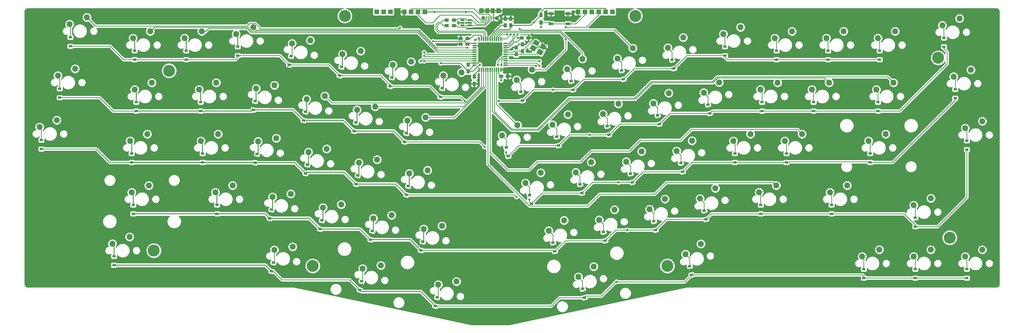
<source format=gbl>
G04 #@! TF.GenerationSoftware,KiCad,Pcbnew,(5.1.4)-1*
G04 #@! TF.CreationDate,2021-05-04T00:29:36+08:00*
G04 #@! TF.ProjectId,arisu,61726973-752e-46b6-9963-61645f706362,1.1*
G04 #@! TF.SameCoordinates,Original*
G04 #@! TF.FileFunction,Copper,L2,Bot*
G04 #@! TF.FilePolarity,Positive*
%FSLAX46Y46*%
G04 Gerber Fmt 4.6, Leading zero omitted, Abs format (unit mm)*
G04 Created by KiCad (PCBNEW (5.1.4)-1) date 2021-05-04 00:29:36*
%MOMM*%
%LPD*%
G04 APERTURE LIST*
%ADD10R,1.200000X0.900000*%
%ADD11C,2.200000*%
%ADD12C,4.400000*%
%ADD13R,1.250000X1.500000*%
%ADD14R,1.500000X1.250000*%
%ADD15C,0.900000*%
%ADD16C,0.100000*%
%ADD17R,1.500000X1.900000*%
%ADD18C,1.450000*%
%ADD19R,0.400000X1.350000*%
%ADD20O,1.200000X1.900000*%
%ADD21R,1.200000X1.900000*%
%ADD22R,1.700000X1.700000*%
%ADD23R,1.500000X1.300000*%
%ADD24R,1.300000X1.500000*%
%ADD25R,1.700000X1.000000*%
%ADD26C,1.800000*%
%ADD27R,1.560000X0.650000*%
%ADD28R,0.550000X1.500000*%
%ADD29R,1.500000X0.550000*%
%ADD30C,0.800000*%
%ADD31C,0.375000*%
%ADD32C,0.250000*%
%ADD33C,0.254000*%
G04 APERTURE END LIST*
D10*
X-37703125Y-35259375D03*
X-37703125Y-38559375D03*
X-30956250Y-19509375D03*
X-30956250Y-16209375D03*
D11*
X-38338125Y-30400625D03*
X-31988125Y-27860625D03*
X-25241250Y-8810625D03*
X-31591250Y-11350625D03*
D10*
X-26987500Y2840625D03*
X-26987500Y-459375D03*
D11*
X-27225625Y7699375D03*
X-20875625Y10239375D03*
X268106250Y-35560000D03*
X274456250Y-33020000D03*
X160824428Y-85959187D03*
X166507569Y-82154453D03*
X81074142Y-82890303D03*
X87813475Y-81726047D03*
X-4306250Y-54610000D03*
X2043750Y-52070000D03*
X-4893750Y-35560000D03*
X1456250Y-33020000D03*
X253818769Y-54609998D03*
X260168769Y-52069998D03*
X-3210000Y-16510000D03*
X3140000Y-13970000D03*
X-11440000Y-73660000D03*
X-5090000Y-71120000D03*
X48465151Y-75959051D03*
X55204484Y-74794795D03*
X200421064Y-77542674D03*
X206104205Y-73737940D03*
X270980000Y-16510000D03*
X277330000Y-13970000D03*
X2540000Y5080000D03*
X-3810000Y2540000D03*
X21590000Y5080000D03*
X15240000Y2540000D03*
X26950000Y-13970000D03*
X20600000Y-16510000D03*
X27650000Y-33020000D03*
X21300000Y-35560000D03*
X33000000Y-52070000D03*
X26650000Y-54610000D03*
X40640000Y6580385D03*
X34290000Y4040385D03*
X48453034Y-14932945D03*
X41713701Y-16097200D03*
X49150701Y-34556838D03*
X42411368Y-35721093D03*
X54506783Y-55170907D03*
X47767450Y-56335162D03*
X61730692Y1720398D03*
X54991359Y556143D03*
X67086744Y-18893671D03*
X60347411Y-20057926D03*
X67784411Y-38517565D03*
X61045078Y-39681820D03*
X73140493Y-59131633D03*
X66401160Y-60295888D03*
X80364403Y-2240320D03*
X73625070Y-3404575D03*
X85720454Y-22854398D03*
X78981121Y-24018653D03*
X86418121Y-42478292D03*
X79678788Y-43642547D03*
X91774202Y-63092360D03*
X85034869Y-64256615D03*
X98998115Y-6201038D03*
X92258782Y-7365293D03*
X104354164Y-26815125D03*
X97614831Y-27979380D03*
X105051831Y-46439019D03*
X98312498Y-47603274D03*
X110407912Y-67053087D03*
X103668579Y-68217342D03*
X115764049Y-87667116D03*
X109024716Y-88831371D03*
X117631827Y-10161755D03*
X110892494Y-11326010D03*
X138320941Y-29718939D03*
X132637800Y-33523673D03*
X146940062Y-47362491D03*
X141256921Y-51167225D03*
X155559183Y-65006043D03*
X149876042Y-68810777D03*
X143677168Y-9104840D03*
X137994027Y-12909574D03*
X156954652Y-25758221D03*
X151271511Y-29562955D03*
X165573773Y-43401773D03*
X159890632Y-47206507D03*
X174192895Y-61045325D03*
X168509754Y-64850059D03*
X162310880Y-5144122D03*
X156627739Y-8948856D03*
X175588364Y-21797504D03*
X169905223Y-25602238D03*
X184207485Y-39441056D03*
X178524344Y-43245790D03*
X192826606Y-57084608D03*
X187143465Y-60889342D03*
X180944592Y-1183405D03*
X175261451Y-4988139D03*
X194222076Y-17836786D03*
X188538935Y-21641520D03*
X202841197Y-35480338D03*
X197158056Y-39285072D03*
X211460318Y-53123890D03*
X205777177Y-56928624D03*
X199578303Y2777313D03*
X193895162Y-1027421D03*
X212855788Y-13876068D03*
X207172647Y-17680802D03*
X224450000Y-33020000D03*
X218100000Y-35560000D03*
X233975019Y-52069998D03*
X227625019Y-54609998D03*
X220770000Y6580385D03*
X214420000Y4040385D03*
X234460000Y-13970000D03*
X228110000Y-16510000D03*
X243500000Y-33020000D03*
X237150000Y-35560000D03*
X239820000Y5080000D03*
X233470000Y2540000D03*
X253510000Y-13970000D03*
X247160000Y-16510000D03*
X272074949Y-75882503D03*
X265724949Y-78422503D03*
X258870000Y5080000D03*
X252520000Y2540000D03*
X291124949Y-56832503D03*
X284774949Y-59372503D03*
X291124949Y-75882503D03*
X284774949Y-78422503D03*
X277920000Y5080000D03*
X271570000Y2540000D03*
X301732542Y9842491D03*
X295382542Y7302491D03*
X305905000Y-9207516D03*
X299555000Y-11747516D03*
X310174949Y-28257519D03*
X303824949Y-30797519D03*
X310174949Y-75882503D03*
X303824949Y-78422503D03*
D12*
X193720266Y-81888720D03*
X298109949Y-71437503D03*
D13*
X137826000Y-924000D03*
X137826000Y-3424000D03*
X140112000Y-2281000D03*
X140112000Y219000D03*
X135794000Y7244000D03*
X135794000Y9744000D03*
X133762000Y7244000D03*
X133762000Y9744000D03*
D14*
X119792000Y2398000D03*
X117292000Y2398000D03*
X119792000Y366000D03*
X117292000Y366000D03*
X132258000Y-11572000D03*
X134758000Y-11572000D03*
D13*
X120046000Y-9774000D03*
X120046000Y-7274000D03*
D14*
X139858000Y2652000D03*
X142358000Y2652000D03*
D10*
X-3225000Y-5425000D03*
X-3225000Y-2125000D03*
X-2625000Y-24475000D03*
X-2625000Y-21175000D03*
X-4308750Y-43525000D03*
X-4308750Y-40225000D03*
X-3721250Y-62575000D03*
X-3721250Y-59275000D03*
X-10855000Y-81625000D03*
X-10855000Y-78325000D03*
X15825000Y-5425000D03*
X15825000Y-2125000D03*
X21185000Y-24475000D03*
X21185000Y-21175000D03*
X21885000Y-43525000D03*
X21885000Y-40225000D03*
X27235000Y-62575000D03*
X27235000Y-59275000D03*
X34875000Y-3924615D03*
X34875000Y-624615D03*
D15*
X40632797Y-24010568D03*
D16*
G36*
X41126125Y-24575481D02*
G01*
X39952348Y-24325987D01*
X40139469Y-23445655D01*
X41313246Y-23695149D01*
X41126125Y-24575481D01*
X41126125Y-24575481D01*
G37*
D15*
X41318905Y-20782680D03*
D16*
G36*
X41812233Y-21347593D02*
G01*
X40638456Y-21098099D01*
X40825577Y-20217767D01*
X41999354Y-20467261D01*
X41812233Y-21347593D01*
X41812233Y-21347593D01*
G37*
D15*
X41330464Y-43634461D03*
D16*
G36*
X41823792Y-44199374D02*
G01*
X40650015Y-43949880D01*
X40837136Y-43069548D01*
X42010913Y-43319042D01*
X41823792Y-44199374D01*
X41823792Y-44199374D01*
G37*
D15*
X42016572Y-40406573D03*
D16*
G36*
X42509900Y-40971486D02*
G01*
X41336123Y-40721992D01*
X41523244Y-39841660D01*
X42697021Y-40091154D01*
X42509900Y-40971486D01*
X42509900Y-40971486D01*
G37*
D15*
X46686546Y-64248530D03*
D16*
G36*
X47179874Y-64813443D02*
G01*
X46006097Y-64563949D01*
X46193218Y-63683617D01*
X47366995Y-63933111D01*
X47179874Y-64813443D01*
X47179874Y-64813443D01*
G37*
D15*
X47372654Y-61020642D03*
D16*
G36*
X47865982Y-61585555D02*
G01*
X46692205Y-61336061D01*
X46879326Y-60455729D01*
X48053103Y-60705223D01*
X47865982Y-61585555D01*
X47865982Y-61585555D01*
G37*
D15*
X47384247Y-83872418D03*
D16*
G36*
X47877575Y-84437331D02*
G01*
X46703798Y-84187837D01*
X46890919Y-83307505D01*
X48064696Y-83556999D01*
X47877575Y-84437331D01*
X47877575Y-84437331D01*
G37*
D15*
X48070355Y-80644530D03*
D16*
G36*
X48563683Y-81209443D02*
G01*
X47389906Y-80959949D01*
X47577027Y-80079617D01*
X48750804Y-80329111D01*
X48563683Y-81209443D01*
X48563683Y-81209443D01*
G37*
D15*
X53910455Y-7357225D03*
D16*
G36*
X54403783Y-7922138D02*
G01*
X53230006Y-7672644D01*
X53417127Y-6792312D01*
X54590904Y-7041806D01*
X54403783Y-7922138D01*
X54403783Y-7922138D01*
G37*
D15*
X54596563Y-4129337D03*
D16*
G36*
X55089891Y-4694250D02*
G01*
X53916114Y-4444756D01*
X54103235Y-3564424D01*
X55277012Y-3813918D01*
X55089891Y-4694250D01*
X55089891Y-4694250D01*
G37*
D15*
X59266507Y-27971294D03*
D16*
G36*
X59759835Y-28536207D02*
G01*
X58586058Y-28286713D01*
X58773179Y-27406381D01*
X59946956Y-27655875D01*
X59759835Y-28536207D01*
X59759835Y-28536207D01*
G37*
D15*
X59952615Y-24743406D03*
D16*
G36*
X60445943Y-25308319D02*
G01*
X59272166Y-25058825D01*
X59459287Y-24178493D01*
X60633064Y-24427987D01*
X60445943Y-25308319D01*
X60445943Y-25308319D01*
G37*
D15*
X59964174Y-47595188D03*
D16*
G36*
X60457502Y-48160101D02*
G01*
X59283725Y-47910607D01*
X59470846Y-47030275D01*
X60644623Y-47279769D01*
X60457502Y-48160101D01*
X60457502Y-48160101D01*
G37*
D15*
X60650282Y-44367300D03*
D16*
G36*
X61143610Y-44932213D02*
G01*
X59969833Y-44682719D01*
X60156954Y-43802387D01*
X61330731Y-44051881D01*
X61143610Y-44932213D01*
X61143610Y-44932213D01*
G37*
D15*
X65320256Y-68209256D03*
D16*
G36*
X65813584Y-68774169D02*
G01*
X64639807Y-68524675D01*
X64826928Y-67644343D01*
X66000705Y-67893837D01*
X65813584Y-68774169D01*
X65813584Y-68774169D01*
G37*
D15*
X66006364Y-64981368D03*
D16*
G36*
X66499692Y-65546281D02*
G01*
X65325915Y-65296787D01*
X65513036Y-64416455D01*
X66686813Y-64665949D01*
X66499692Y-65546281D01*
X66499692Y-65546281D01*
G37*
D15*
X72544166Y-11317943D03*
D16*
G36*
X73037494Y-11882856D02*
G01*
X71863717Y-11633362D01*
X72050838Y-10753030D01*
X73224615Y-11002524D01*
X73037494Y-11882856D01*
X73037494Y-11882856D01*
G37*
D15*
X73230274Y-8090055D03*
D16*
G36*
X73723602Y-8654968D02*
G01*
X72549825Y-8405474D01*
X72736946Y-7525142D01*
X73910723Y-7774636D01*
X73723602Y-8654968D01*
X73723602Y-8654968D01*
G37*
D15*
X77900217Y-31932021D03*
D16*
G36*
X78393545Y-32496934D02*
G01*
X77219768Y-32247440D01*
X77406889Y-31367108D01*
X78580666Y-31616602D01*
X78393545Y-32496934D01*
X78393545Y-32496934D01*
G37*
D15*
X78586325Y-28704133D03*
D16*
G36*
X79079653Y-29269046D02*
G01*
X77905876Y-29019552D01*
X78092997Y-28139220D01*
X79266774Y-28388714D01*
X79079653Y-29269046D01*
X79079653Y-29269046D01*
G37*
D15*
X78597884Y-51555915D03*
D16*
G36*
X79091212Y-52120828D02*
G01*
X77917435Y-51871334D01*
X78104556Y-50991002D01*
X79278333Y-51240496D01*
X79091212Y-52120828D01*
X79091212Y-52120828D01*
G37*
D15*
X79283992Y-48328027D03*
D16*
G36*
X79777320Y-48892940D02*
G01*
X78603543Y-48643446D01*
X78790664Y-47763114D01*
X79964441Y-48012608D01*
X79777320Y-48892940D01*
X79777320Y-48892940D01*
G37*
D15*
X83953965Y-72169983D03*
D16*
G36*
X84447293Y-72734896D02*
G01*
X83273516Y-72485402D01*
X83460637Y-71605070D01*
X84634414Y-71854564D01*
X84447293Y-72734896D01*
X84447293Y-72734896D01*
G37*
D15*
X84640073Y-68942095D03*
D16*
G36*
X85133401Y-69507008D02*
G01*
X83959624Y-69257514D01*
X84146745Y-68377182D01*
X85320522Y-68626676D01*
X85133401Y-69507008D01*
X85133401Y-69507008D01*
G37*
D15*
X79993239Y-90803693D03*
D16*
G36*
X80486567Y-91368606D02*
G01*
X79312790Y-91119112D01*
X79499911Y-90238780D01*
X80673688Y-90488274D01*
X80486567Y-91368606D01*
X80486567Y-91368606D01*
G37*
D15*
X80679347Y-87575805D03*
D16*
G36*
X81172675Y-88140718D02*
G01*
X79998898Y-87891224D01*
X80186019Y-87010892D01*
X81359796Y-87260386D01*
X81172675Y-88140718D01*
X81172675Y-88140718D01*
G37*
D15*
X91177878Y-15278661D03*
D16*
G36*
X91671206Y-15843574D02*
G01*
X90497429Y-15594080D01*
X90684550Y-14713748D01*
X91858327Y-14963242D01*
X91671206Y-15843574D01*
X91671206Y-15843574D01*
G37*
D15*
X91863986Y-12050773D03*
D16*
G36*
X92357314Y-12615686D02*
G01*
X91183537Y-12366192D01*
X91370658Y-11485860D01*
X92544435Y-11735354D01*
X92357314Y-12615686D01*
X92357314Y-12615686D01*
G37*
D15*
X96533927Y-35892748D03*
D16*
G36*
X97027255Y-36457661D02*
G01*
X95853478Y-36208167D01*
X96040599Y-35327835D01*
X97214376Y-35577329D01*
X97027255Y-36457661D01*
X97027255Y-36457661D01*
G37*
D15*
X97220035Y-32664860D03*
D16*
G36*
X97713363Y-33229773D02*
G01*
X96539586Y-32980279D01*
X96726707Y-32099947D01*
X97900484Y-32349441D01*
X97713363Y-33229773D01*
X97713363Y-33229773D01*
G37*
D15*
X97231594Y-55516642D03*
D16*
G36*
X97724922Y-56081555D02*
G01*
X96551145Y-55832061D01*
X96738266Y-54951729D01*
X97912043Y-55201223D01*
X97724922Y-56081555D01*
X97724922Y-56081555D01*
G37*
D15*
X97917702Y-52288754D03*
D16*
G36*
X98411030Y-52853667D02*
G01*
X97237253Y-52604173D01*
X97424374Y-51723841D01*
X98598151Y-51973335D01*
X98411030Y-52853667D01*
X98411030Y-52853667D01*
G37*
D15*
X102587675Y-76130710D03*
D16*
G36*
X103081003Y-76695623D02*
G01*
X101907226Y-76446129D01*
X102094347Y-75565797D01*
X103268124Y-75815291D01*
X103081003Y-76695623D01*
X103081003Y-76695623D01*
G37*
D15*
X103273783Y-72902822D03*
D16*
G36*
X103767111Y-73467735D02*
G01*
X102593334Y-73218241D01*
X102780455Y-72337909D01*
X103954232Y-72587403D01*
X103767111Y-73467735D01*
X103767111Y-73467735D01*
G37*
D15*
X107943812Y-96744739D03*
D16*
G36*
X108437140Y-97309652D02*
G01*
X107263363Y-97060158D01*
X107450484Y-96179826D01*
X108624261Y-96429320D01*
X108437140Y-97309652D01*
X108437140Y-97309652D01*
G37*
D15*
X108629920Y-93516851D03*
D16*
G36*
X109123248Y-94081764D02*
G01*
X107949471Y-93832270D01*
X108136592Y-92951938D01*
X109310369Y-93201432D01*
X109123248Y-94081764D01*
X109123248Y-94081764D01*
G37*
D15*
X109811590Y-19239378D03*
D16*
G36*
X110304918Y-19804291D02*
G01*
X109131141Y-19554797D01*
X109318262Y-18674465D01*
X110492039Y-18923959D01*
X110304918Y-19804291D01*
X110304918Y-19804291D01*
G37*
D15*
X110497698Y-16011490D03*
D16*
G36*
X110991026Y-16576403D02*
G01*
X109817249Y-16326909D01*
X110004370Y-15446577D01*
X111178147Y-15696071D01*
X110991026Y-16576403D01*
X110991026Y-16576403D01*
G37*
D15*
X134866477Y-41193471D03*
D16*
G36*
X135546926Y-41508890D02*
G01*
X134373149Y-41758384D01*
X134186028Y-40878052D01*
X135359805Y-40628558D01*
X135546926Y-41508890D01*
X135546926Y-41508890D01*
G37*
D15*
X134180369Y-37965583D03*
D16*
G36*
X134860818Y-38281002D02*
G01*
X133687041Y-38530496D01*
X133499920Y-37650164D01*
X134673697Y-37400670D01*
X134860818Y-38281002D01*
X134860818Y-38281002D01*
G37*
D15*
X143485598Y-58837023D03*
D16*
G36*
X144166047Y-59152442D02*
G01*
X142992270Y-59401936D01*
X142805149Y-58521604D01*
X143978926Y-58272110D01*
X144166047Y-59152442D01*
X144166047Y-59152442D01*
G37*
D15*
X142799490Y-55609135D03*
D16*
G36*
X143479939Y-55924554D02*
G01*
X142306162Y-56174048D01*
X142119041Y-55293716D01*
X143292818Y-55044222D01*
X143479939Y-55924554D01*
X143479939Y-55924554D01*
G37*
D15*
X152104719Y-76480575D03*
D16*
G36*
X152785168Y-76795994D02*
G01*
X151611391Y-77045488D01*
X151424270Y-76165156D01*
X152598047Y-75915662D01*
X152785168Y-76795994D01*
X152785168Y-76795994D01*
G37*
D15*
X151418611Y-73252687D03*
D16*
G36*
X152099060Y-73568106D02*
G01*
X150925283Y-73817600D01*
X150738162Y-72937268D01*
X151911939Y-72687774D01*
X152099060Y-73568106D01*
X152099060Y-73568106D01*
G37*
D15*
X140222704Y-20579372D03*
D16*
G36*
X140903153Y-20894791D02*
G01*
X139729376Y-21144285D01*
X139542255Y-20263953D01*
X140716032Y-20014459D01*
X140903153Y-20894791D01*
X140903153Y-20894791D01*
G37*
D15*
X139536596Y-17351484D03*
D16*
G36*
X140217045Y-17666903D02*
G01*
X139043268Y-17916397D01*
X138856147Y-17036065D01*
X140029924Y-16786571D01*
X140217045Y-17666903D01*
X140217045Y-17666903D01*
G37*
D15*
X153500188Y-37232753D03*
D16*
G36*
X154180637Y-37548172D02*
G01*
X153006860Y-37797666D01*
X152819739Y-36917334D01*
X153993516Y-36667840D01*
X154180637Y-37548172D01*
X154180637Y-37548172D01*
G37*
D15*
X152814080Y-34004865D03*
D16*
G36*
X153494529Y-34320284D02*
G01*
X152320752Y-34569778D01*
X152133631Y-33689446D01*
X153307408Y-33439952D01*
X153494529Y-34320284D01*
X153494529Y-34320284D01*
G37*
D15*
X162119309Y-54876305D03*
D16*
G36*
X162799758Y-55191724D02*
G01*
X161625981Y-55441218D01*
X161438860Y-54560886D01*
X162612637Y-54311392D01*
X162799758Y-55191724D01*
X162799758Y-55191724D01*
G37*
D15*
X161433201Y-51648417D03*
D16*
G36*
X162113650Y-51963836D02*
G01*
X160939873Y-52213330D01*
X160752752Y-51332998D01*
X161926529Y-51083504D01*
X162113650Y-51963836D01*
X162113650Y-51963836D01*
G37*
D15*
X170738431Y-72519857D03*
D16*
G36*
X171418880Y-72835276D02*
G01*
X170245103Y-73084770D01*
X170057982Y-72204438D01*
X171231759Y-71954944D01*
X171418880Y-72835276D01*
X171418880Y-72835276D01*
G37*
D15*
X170052323Y-69291969D03*
D16*
G36*
X170732772Y-69607388D02*
G01*
X169558995Y-69856882D01*
X169371874Y-68976550D01*
X170545651Y-68727056D01*
X170732772Y-69607388D01*
X170732772Y-69607388D01*
G37*
D15*
X163053120Y-93628982D03*
D16*
G36*
X163733569Y-93944401D02*
G01*
X162559792Y-94193895D01*
X162372671Y-93313563D01*
X163546448Y-93064069D01*
X163733569Y-93944401D01*
X163733569Y-93944401D01*
G37*
D15*
X162367012Y-90401094D03*
D16*
G36*
X163047461Y-90716513D02*
G01*
X161873684Y-90966007D01*
X161686563Y-90085675D01*
X162860340Y-89836181D01*
X163047461Y-90716513D01*
X163047461Y-90716513D01*
G37*
D15*
X158856416Y-16618654D03*
D16*
G36*
X159536865Y-16934073D02*
G01*
X158363088Y-17183567D01*
X158175967Y-16303235D01*
X159349744Y-16053741D01*
X159536865Y-16934073D01*
X159536865Y-16934073D01*
G37*
D15*
X158170308Y-13390766D03*
D16*
G36*
X158850757Y-13706185D02*
G01*
X157676980Y-13955679D01*
X157489859Y-13075347D01*
X158663636Y-12825853D01*
X158850757Y-13706185D01*
X158850757Y-13706185D01*
G37*
D15*
X172133900Y-33272036D03*
D16*
G36*
X172814349Y-33587455D02*
G01*
X171640572Y-33836949D01*
X171453451Y-32956617D01*
X172627228Y-32707123D01*
X172814349Y-33587455D01*
X172814349Y-33587455D01*
G37*
D15*
X171447792Y-30044148D03*
D16*
G36*
X172128241Y-30359567D02*
G01*
X170954464Y-30609061D01*
X170767343Y-29728729D01*
X171941120Y-29479235D01*
X172128241Y-30359567D01*
X172128241Y-30359567D01*
G37*
D15*
X180753021Y-50915588D03*
D16*
G36*
X181433470Y-51231007D02*
G01*
X180259693Y-51480501D01*
X180072572Y-50600169D01*
X181246349Y-50350675D01*
X181433470Y-51231007D01*
X181433470Y-51231007D01*
G37*
D15*
X180066913Y-47687700D03*
D16*
G36*
X180747362Y-48003119D02*
G01*
X179573585Y-48252613D01*
X179386464Y-47372281D01*
X180560241Y-47122787D01*
X180747362Y-48003119D01*
X180747362Y-48003119D01*
G37*
D15*
X189372142Y-68559140D03*
D16*
G36*
X190052591Y-68874559D02*
G01*
X188878814Y-69124053D01*
X188691693Y-68243721D01*
X189865470Y-67994227D01*
X190052591Y-68874559D01*
X190052591Y-68874559D01*
G37*
D15*
X188686034Y-65331252D03*
D16*
G36*
X189366483Y-65646671D02*
G01*
X188192706Y-65896165D01*
X188005585Y-65015833D01*
X189179362Y-64766339D01*
X189366483Y-65646671D01*
X189366483Y-65646671D01*
G37*
D15*
X177490128Y-12657937D03*
D16*
G36*
X178170577Y-12973356D02*
G01*
X176996800Y-13222850D01*
X176809679Y-12342518D01*
X177983456Y-12093024D01*
X178170577Y-12973356D01*
X178170577Y-12973356D01*
G37*
D15*
X176804020Y-9430049D03*
D16*
G36*
X177484469Y-9745468D02*
G01*
X176310692Y-9994962D01*
X176123571Y-9114630D01*
X177297348Y-8865136D01*
X177484469Y-9745468D01*
X177484469Y-9745468D01*
G37*
D15*
X190767612Y-29311318D03*
D16*
G36*
X191448061Y-29626737D02*
G01*
X190274284Y-29876231D01*
X190087163Y-28995899D01*
X191260940Y-28746405D01*
X191448061Y-29626737D01*
X191448061Y-29626737D01*
G37*
D15*
X190081504Y-26083430D03*
D16*
G36*
X190761953Y-26398849D02*
G01*
X189588176Y-26648343D01*
X189401055Y-25768011D01*
X190574832Y-25518517D01*
X190761953Y-26398849D01*
X190761953Y-26398849D01*
G37*
D15*
X199386733Y-46954870D03*
D16*
G36*
X200067182Y-47270289D02*
G01*
X198893405Y-47519783D01*
X198706284Y-46639451D01*
X199880061Y-46389957D01*
X200067182Y-47270289D01*
X200067182Y-47270289D01*
G37*
D15*
X198700625Y-43726982D03*
D16*
G36*
X199381074Y-44042401D02*
G01*
X198207297Y-44291895D01*
X198020176Y-43411563D01*
X199193953Y-43162069D01*
X199381074Y-44042401D01*
X199381074Y-44042401D01*
G37*
D15*
X208005854Y-64598422D03*
D16*
G36*
X208686303Y-64913841D02*
G01*
X207512526Y-65163335D01*
X207325405Y-64283003D01*
X208499182Y-64033509D01*
X208686303Y-64913841D01*
X208686303Y-64913841D01*
G37*
D15*
X207319746Y-61370534D03*
D16*
G36*
X208000195Y-61685953D02*
G01*
X206826418Y-61935447D01*
X206639297Y-61055115D01*
X207813074Y-60805621D01*
X208000195Y-61685953D01*
X208000195Y-61685953D01*
G37*
D15*
X202649756Y-85212470D03*
D16*
G36*
X203330205Y-85527889D02*
G01*
X202156428Y-85777383D01*
X201969307Y-84897051D01*
X203143084Y-84647557D01*
X203330205Y-85527889D01*
X203330205Y-85527889D01*
G37*
D15*
X201963648Y-81984582D03*
D16*
G36*
X202644097Y-82300001D02*
G01*
X201470320Y-82549495D01*
X201283199Y-81669163D01*
X202456976Y-81419669D01*
X202644097Y-82300001D01*
X202644097Y-82300001D01*
G37*
D15*
X196123839Y-8697219D03*
D16*
G36*
X196804288Y-9012638D02*
G01*
X195630511Y-9262132D01*
X195443390Y-8381800D01*
X196617167Y-8132306D01*
X196804288Y-9012638D01*
X196804288Y-9012638D01*
G37*
D15*
X195437731Y-5469331D03*
D16*
G36*
X196118180Y-5784750D02*
G01*
X194944403Y-6034244D01*
X194757282Y-5153912D01*
X195931059Y-4904418D01*
X196118180Y-5784750D01*
X196118180Y-5784750D01*
G37*
D15*
X209401324Y-25350600D03*
D16*
G36*
X210081773Y-25666019D02*
G01*
X208907996Y-25915513D01*
X208720875Y-25035181D01*
X209894652Y-24785687D01*
X210081773Y-25666019D01*
X210081773Y-25666019D01*
G37*
D15*
X208715216Y-22122712D03*
D16*
G36*
X209395665Y-22438131D02*
G01*
X208221888Y-22687625D01*
X208034767Y-21807293D01*
X209208544Y-21557799D01*
X209395665Y-22438131D01*
X209395665Y-22438131D01*
G37*
D10*
X218685000Y-43525000D03*
X218685000Y-40225000D03*
X228210019Y-62574998D03*
X228210019Y-59274998D03*
X215005000Y-3924615D03*
X215005000Y-624615D03*
X228695000Y-24475000D03*
X228695000Y-21175000D03*
X237735000Y-43525000D03*
X237735000Y-40225000D03*
X254403769Y-62574998D03*
X254403769Y-59274998D03*
X234055000Y-5425000D03*
X234055000Y-2125000D03*
X247745000Y-24475000D03*
X247745000Y-21175000D03*
X268691250Y-43525000D03*
X268691250Y-40225000D03*
X266309949Y-86387503D03*
X266309949Y-83087503D03*
X253105000Y-5425000D03*
X253105000Y-2125000D03*
X271565000Y-24475000D03*
X271565000Y-21175000D03*
X285359949Y-67337503D03*
X285359949Y-64037503D03*
X285359949Y-86387503D03*
X285359949Y-83087503D03*
X272155000Y-5425000D03*
X272155000Y-2125000D03*
X295967542Y-662509D03*
X295967542Y2637491D03*
X300140000Y-19712516D03*
X300140000Y-16412516D03*
X304409949Y-38762519D03*
X304409949Y-35462519D03*
X304409949Y-86387503D03*
X304409949Y-83087503D03*
D17*
X129169855Y12712000D03*
D18*
X125669855Y10012000D03*
D19*
X127519855Y10012000D03*
X126869855Y10012000D03*
X129469855Y10012000D03*
X128819855Y10012000D03*
X128169855Y10012000D03*
D18*
X130669855Y10012000D03*
D17*
X127169855Y12712000D03*
D20*
X124669855Y12712000D03*
X131669855Y12712000D03*
D21*
X131069855Y12712000D03*
X125269855Y12712000D03*
D22*
X173386000Y12304000D03*
X170846000Y12304000D03*
X168306000Y12304000D03*
X165766000Y12304000D03*
X163226000Y12304000D03*
X160686000Y12304000D03*
X91344000Y12304000D03*
X88804000Y12304000D03*
X86264000Y12304000D03*
D23*
X114792000Y7224000D03*
X112092000Y7224000D03*
X112092000Y9256000D03*
X114792000Y9256000D03*
D24*
X146970000Y11114000D03*
X146970000Y8414000D03*
X122332000Y-11666000D03*
X122332000Y-14366000D03*
D25*
X156978000Y11664000D03*
X150678000Y11664000D03*
X156978000Y7864000D03*
X150678000Y7864000D03*
D26*
X146659737Y-2581628D03*
D16*
G36*
X148019064Y-2327205D02*
G01*
X147119064Y-3886051D01*
X145300410Y-2836051D01*
X146200410Y-1277205D01*
X148019064Y-2327205D01*
X148019064Y-2327205D01*
G37*
D26*
X144148263Y-1131628D03*
D16*
G36*
X145507590Y-877205D02*
G01*
X144607590Y-2436051D01*
X142788936Y-1386051D01*
X143688936Y172795D01*
X145507590Y-877205D01*
X145507590Y-877205D01*
G37*
D26*
X145248263Y773628D03*
D16*
G36*
X146607590Y1028051D02*
G01*
X145707590Y-530795D01*
X143888936Y519205D01*
X144788936Y2078051D01*
X146607590Y1028051D01*
X146607590Y1028051D01*
G37*
D26*
X147759737Y-676372D03*
D16*
G36*
X149119064Y-421949D02*
G01*
X148219064Y-1980795D01*
X146400410Y-930795D01*
X147300410Y628051D01*
X149119064Y-421949D01*
X149119064Y-421949D01*
G37*
D27*
X120634000Y8240000D03*
X120634000Y7290000D03*
X120634000Y9190000D03*
X117934000Y9190000D03*
X117934000Y8240000D03*
X117934000Y7290000D03*
D28*
X124174000Y2256000D03*
X124974000Y2256000D03*
X125774000Y2256000D03*
X126574000Y2256000D03*
X127374000Y2256000D03*
X128174000Y2256000D03*
X128974000Y2256000D03*
X129774000Y2256000D03*
X130574000Y2256000D03*
X131374000Y2256000D03*
X132174000Y2256000D03*
D29*
X133874000Y556000D03*
X133874000Y-244000D03*
X133874000Y-1044000D03*
X133874000Y-1844000D03*
X133874000Y-2644000D03*
X133874000Y-3444000D03*
X133874000Y-4244000D03*
X133874000Y-5044000D03*
X133874000Y-5844000D03*
X133874000Y-6644000D03*
X133874000Y-7444000D03*
D28*
X132174000Y-9144000D03*
X131374000Y-9144000D03*
X130574000Y-9144000D03*
X129774000Y-9144000D03*
X128974000Y-9144000D03*
X128174000Y-9144000D03*
X127374000Y-9144000D03*
X126574000Y-9144000D03*
X125774000Y-9144000D03*
X124974000Y-9144000D03*
X124174000Y-9144000D03*
D29*
X122474000Y-7444000D03*
X122474000Y-6644000D03*
X122474000Y-5844000D03*
X122474000Y-5044000D03*
X122474000Y-4244000D03*
X122474000Y-3444000D03*
X122474000Y-2644000D03*
X122474000Y-1844000D03*
X122474000Y-1044000D03*
X122474000Y-244000D03*
X122474000Y556000D03*
D22*
X104044000Y12304000D03*
X98964000Y12304000D03*
X101504000Y12304000D03*
X96424000Y12304000D03*
D12*
X9525000Y-9525000D03*
X3857500Y-76200000D03*
X74487220Y10787491D03*
X62619436Y-81889368D03*
X181852785Y10787491D03*
X293840000Y-4762516D03*
D30*
X150526000Y10272000D03*
X135794000Y11288000D03*
X133762000Y11288000D03*
X116490000Y8240000D03*
X122332000Y-16144000D03*
X115728000Y2398000D03*
X115728000Y366000D03*
X136302000Y-11572000D03*
X124364000Y-396000D03*
X135794000Y-1666000D03*
X143668000Y3922000D03*
X124364000Y-5476000D03*
X107092000Y1382000D03*
X107600000Y12304000D03*
X119314002Y8240000D03*
X119284000Y12304000D03*
X109886000Y-6746000D03*
X144430000Y8484021D03*
X138334000Y2652000D03*
X124364000Y-7254000D03*
X132238000Y-13096000D03*
X151410000Y-16618654D03*
X131095000Y-7381000D03*
X118776000Y-20704397D03*
X131299000Y-20716000D03*
X164910000Y-33272036D03*
X126160000Y-37780000D03*
X134160000Y-39780000D03*
X132365000Y-7381000D03*
X146410000Y-6030000D03*
X175660000Y-50915588D03*
X137910000Y-56280000D03*
X142660000Y-57280000D03*
X146410000Y-7780000D03*
X178910000Y-68559140D03*
X145160000Y-7780000D03*
X174910000Y-87770348D03*
X135794000Y3922000D03*
X156114000Y6584010D03*
X156114000Y2144000D03*
X134524000Y3922000D03*
X146970000Y6584010D03*
X138334000Y3922000D03*
X103790000Y-3952000D03*
X102520000Y-5984000D03*
X103790000Y-5984000D03*
X103790000Y-2682000D03*
X94881653Y6330394D03*
X122586000Y1890000D03*
X119792000Y-1031000D03*
X137064000Y3922000D03*
X139096000Y5954000D03*
D31*
X127374000Y3178502D02*
X127374000Y2256000D01*
X129469855Y10012000D02*
X129469855Y5274357D01*
X129469855Y5274357D02*
X127374000Y3178502D01*
X129469855Y12412000D02*
X129169855Y12712000D01*
X129469855Y10012000D02*
X129469855Y12412000D01*
X127169855Y12712000D02*
X129169855Y12712000D01*
X127169855Y12712000D02*
X125269855Y12712000D01*
X131069855Y12712000D02*
X129169855Y12712000D01*
X129469855Y10012000D02*
X130669855Y10012000D01*
X120676000Y-6644000D02*
X122474000Y-6644000D01*
X120046000Y-7274000D02*
X120676000Y-6644000D01*
X134758000Y-11078000D02*
X134758000Y-11572000D01*
X132824000Y-9144000D02*
X134758000Y-11078000D01*
X132174000Y-9144000D02*
X132824000Y-9144000D01*
X150678000Y11664000D02*
X156978000Y11664000D01*
X150678000Y11664000D02*
X150678000Y10424000D01*
X150678000Y10424000D02*
X150526000Y10272000D01*
X135794000Y9744000D02*
X135794000Y11288000D01*
X133762000Y9744000D02*
X133762000Y11288000D01*
X117934000Y8240000D02*
X116490000Y8240000D01*
X122332000Y-14366000D02*
X122332000Y-16144000D01*
X117292000Y2398000D02*
X115728000Y2398000D01*
X117292000Y366000D02*
X115728000Y366000D01*
X134758000Y-11572000D02*
X136302000Y-11572000D01*
X122474000Y-244000D02*
X124212000Y-244000D01*
X124212000Y-244000D02*
X124364000Y-396000D01*
X138969000Y219000D02*
X137826000Y-924000D01*
X140112000Y219000D02*
X138969000Y219000D01*
X145654779Y-1131628D02*
X144148263Y-1131628D01*
X146110035Y-676372D02*
X145654779Y-1131628D01*
X147759737Y-676372D02*
X146110035Y-676372D01*
X133874000Y-1844000D02*
X135616000Y-1844000D01*
X135616000Y-1844000D02*
X135794000Y-1666000D01*
X136536000Y-924000D02*
X135794000Y-1666000D01*
X137826000Y-924000D02*
X136536000Y-924000D01*
X142358000Y2652000D02*
X142398000Y2652000D01*
X142398000Y2652000D02*
X143668000Y3922000D01*
X124364000Y-5879000D02*
X124364000Y-5476000D01*
X122474000Y-6644000D02*
X123599000Y-6644000D01*
X123599000Y-6644000D02*
X124364000Y-5879000D01*
X140112000Y219000D02*
X141112000Y219000D01*
X141112000Y219000D02*
X142275000Y1382000D01*
X142275000Y1382000D02*
X143414000Y1382000D01*
X144497561Y2465561D02*
X143414000Y1382000D01*
X145757034Y2465561D02*
X144497561Y2465561D01*
X147759737Y462858D02*
X145757034Y2465561D01*
X147759737Y-676372D02*
X147759737Y462858D01*
D32*
X137806000Y-3444000D02*
X137826000Y-3424000D01*
X133874000Y-3444000D02*
X137806000Y-3444000D01*
X145817365Y-3424000D02*
X146659737Y-2581628D01*
X137826000Y-3424000D02*
X145817365Y-3424000D01*
X136645998Y-2644000D02*
X137115998Y-2174000D01*
X133874000Y-2644000D02*
X136645998Y-2644000D01*
X139130000Y-2174000D02*
X137115998Y-2174000D01*
X139237000Y-2281000D02*
X139130000Y-2174000D01*
X140112000Y-2281000D02*
X139237000Y-2281000D01*
X143041628Y773628D02*
X145248263Y773628D01*
X140112000Y-2156000D02*
X143041628Y773628D01*
X140112000Y-2281000D02*
X140112000Y-2156000D01*
D31*
X125135854Y8899499D02*
X121731353Y12304000D01*
X126203856Y8899499D02*
X125135854Y8899499D01*
X126869855Y10012000D02*
X126869855Y9565498D01*
X126869855Y9565498D02*
X126203856Y8899499D01*
X119982000Y556000D02*
X122474000Y556000D01*
X119792000Y366000D02*
X119982000Y556000D01*
X120917000Y2398000D02*
X122187000Y3668000D01*
X119792000Y2398000D02*
X120917000Y2398000D01*
X124974000Y3381000D02*
X124974000Y2256000D01*
X124687000Y3668000D02*
X124974000Y3381000D01*
X122187000Y3668000D02*
X124687000Y3668000D01*
X135375000Y5700000D02*
X131521870Y5700000D01*
X135794000Y7244000D02*
X135794000Y6119000D01*
X135794000Y6119000D02*
X135375000Y5700000D01*
X128974000Y3152130D02*
X128974000Y2256000D01*
X131521870Y5700000D02*
X128974000Y3152130D01*
X119667000Y2398000D02*
X119792000Y2398000D01*
X118654499Y1385499D02*
X119667000Y2398000D01*
X119667000Y366000D02*
X119792000Y366000D01*
X118654499Y1378501D02*
X119667000Y366000D01*
X118654499Y1385499D02*
X118654499Y1378501D01*
X131374000Y-10688000D02*
X131374000Y-9144000D01*
X132258000Y-11572000D02*
X131374000Y-10688000D01*
X122376000Y-7444000D02*
X120046000Y-9774000D01*
X122474000Y-7444000D02*
X122376000Y-7444000D01*
X107095499Y1385499D02*
X107092000Y1382000D01*
X118654499Y1385499D02*
X107095499Y1385499D01*
X107600000Y12304000D02*
X104044000Y12304000D01*
X146970000Y11014000D02*
X146970000Y11114000D01*
X135794000Y7244000D02*
X143200000Y7244000D01*
X143200000Y7244000D02*
X144430000Y8484021D01*
X144430000Y8484021D02*
X146970000Y11014000D01*
X170846000Y13529000D02*
X170846000Y12304000D01*
X170833499Y13541501D02*
X170846000Y13529000D01*
X148272501Y13541501D02*
X170833499Y13541501D01*
X146970000Y12239000D02*
X148272501Y13541501D01*
X146970000Y11114000D02*
X146970000Y12239000D01*
X120634000Y8240000D02*
X119314002Y8240000D01*
X121731353Y12304000D02*
X119284000Y12304000D01*
X119284000Y12304000D02*
X107600000Y12304000D01*
X120046000Y-9649000D02*
X120046000Y-9774000D01*
X117143000Y-6746000D02*
X120046000Y-9649000D01*
X109886000Y-6746000D02*
X117143000Y-6746000D01*
X138334000Y2652000D02*
X139858000Y2652000D01*
X134999000Y-1044000D02*
X137171000Y1128000D01*
X133874000Y-1044000D02*
X134999000Y-1044000D01*
X138209000Y1128000D02*
X137171000Y1128000D01*
X139733000Y2652000D02*
X138209000Y1128000D01*
X139858000Y2652000D02*
X139733000Y2652000D01*
X120046000Y-9774000D02*
X121844000Y-9774000D01*
X121844000Y-9774000D02*
X124364000Y-7254000D01*
X132258000Y-11572000D02*
X132258000Y-13076000D01*
X132258000Y-13076000D02*
X132238000Y-13096000D01*
X132252684Y7244000D02*
X133762000Y7244000D01*
X128174000Y3165316D02*
X132252684Y7244000D01*
X128174000Y2256000D02*
X128174000Y3165316D01*
X-3225000Y1955000D02*
X-3810000Y2540000D01*
X-3225000Y-2125000D02*
X-3225000Y1955000D01*
D32*
X34875000Y-4624615D02*
X34875000Y-3924615D01*
X34074615Y-5425000D02*
X34875000Y-4624615D01*
X-3225000Y-5425000D02*
X34074615Y-5425000D01*
X50477845Y-3924615D02*
X53910455Y-7357225D01*
X34875000Y-3924615D02*
X50477845Y-3924615D01*
X68583448Y-7357225D02*
X72544166Y-11317943D01*
X53910455Y-7357225D02*
X68583448Y-7357225D01*
X87777212Y-11317943D02*
X72544166Y-11317943D01*
X91177878Y-14718609D02*
X87777212Y-11317943D01*
X91177878Y-15278661D02*
X91177878Y-14718609D01*
X105850873Y-15278661D02*
X109811590Y-19239378D01*
X91177878Y-15278661D02*
X105850873Y-15278661D01*
X144183422Y-16618654D02*
X140222704Y-20579372D01*
X162817133Y-12657937D02*
X158856416Y-16618654D01*
X177490128Y-12657937D02*
X162817133Y-12657937D01*
X181450846Y-8697219D02*
X177490128Y-12657937D01*
X196123839Y-8697219D02*
X181450846Y-8697219D01*
X200896443Y-3924615D02*
X196123839Y-8697219D01*
X215005000Y-3924615D02*
X200896443Y-3924615D01*
X215005000Y-4624615D02*
X215005000Y-3924615D01*
X215805385Y-5425000D02*
X215005000Y-4624615D01*
X272155000Y-5425000D02*
X215805385Y-5425000D01*
X158856416Y-16618654D02*
X151410000Y-16618654D01*
X151410000Y-16618654D02*
X144183422Y-16618654D01*
X139772076Y-21030000D02*
X140222704Y-20579372D01*
X131095000Y-6023000D02*
X131095000Y-7381000D01*
X133874000Y-4244000D02*
X132874000Y-4244000D01*
X132874000Y-4244000D02*
X131095000Y-6023000D01*
X109811590Y-19239378D02*
X117310981Y-19239378D01*
X117310981Y-19239378D02*
X118776000Y-20704397D01*
X140086076Y-20716000D02*
X140222704Y-20579372D01*
X131299000Y-20716000D02*
X140086076Y-20716000D01*
X-26987500Y-459375D02*
X-12240625Y-459375D01*
X-7275000Y-5425000D02*
X-3225000Y-5425000D01*
X-12240625Y-459375D02*
X-7275000Y-5425000D01*
D31*
X40168365Y-24475000D02*
X40632797Y-24010568D01*
X-2625000Y-24475000D02*
X40168365Y-24475000D01*
X55305781Y-24010568D02*
X59266507Y-27971294D01*
X40632797Y-24010568D02*
X55305781Y-24010568D01*
X73939490Y-27971294D02*
X77900217Y-31932021D01*
X59266507Y-27971294D02*
X73939490Y-27971294D01*
X92573200Y-31932021D02*
X96533927Y-35892748D01*
X77900217Y-31932021D02*
X92573200Y-31932021D01*
D32*
X138827195Y-37232753D02*
X134866477Y-41193471D01*
X153500188Y-37232753D02*
X138827195Y-37232753D01*
X210276924Y-24475000D02*
X209401324Y-25350600D01*
X271565000Y-24475000D02*
X210276924Y-24475000D01*
X194728330Y-25350600D02*
X190767612Y-29311318D01*
X209401324Y-25350600D02*
X194728330Y-25350600D01*
X176094618Y-29311318D02*
X172133900Y-33272036D01*
X190767612Y-29311318D02*
X176094618Y-29311318D01*
X157460905Y-33272036D02*
X153500188Y-37232753D01*
X172133900Y-33272036D02*
X164910000Y-33272036D01*
X164910000Y-33272036D02*
X157460905Y-33272036D01*
X96533927Y-35892748D02*
X124272748Y-35892748D01*
X124272748Y-35892748D02*
X126160000Y-37780000D01*
X134160000Y-40486994D02*
X134866477Y-41193471D01*
X134160000Y-39780000D02*
X134160000Y-40486994D01*
X132365000Y-5553000D02*
X132365000Y-7381000D01*
X133874000Y-5044000D02*
X132874000Y-5044000D01*
X132874000Y-5044000D02*
X132365000Y-5553000D01*
X279609000Y-24475000D02*
X271565000Y-24475000D01*
X297084000Y-7000000D02*
X279609000Y-24475000D01*
X297084000Y-2478967D02*
X297084000Y-7000000D01*
X295967542Y-662509D02*
X295967542Y-1362509D01*
X295967542Y-1362509D02*
X297084000Y-2478967D01*
X-30956250Y-19509375D02*
X-16209375Y-19509375D01*
X-11243750Y-24475000D02*
X-2625000Y-24475000D01*
X-16209375Y-19509375D02*
X-11243750Y-24475000D01*
D31*
X-2625000Y-17095000D02*
X-3210000Y-16510000D01*
X-2625000Y-21175000D02*
X-2625000Y-17095000D01*
X-4308750Y-36145000D02*
X-4893750Y-35560000D01*
X-4308750Y-40225000D02*
X-4308750Y-36145000D01*
X41221003Y-43525000D02*
X41330464Y-43634461D01*
X-4308750Y-43525000D02*
X41221003Y-43525000D01*
X56003447Y-43634461D02*
X59964174Y-47595188D01*
X41330464Y-43634461D02*
X56003447Y-43634461D01*
X74187040Y-47145071D02*
X78597884Y-51555915D01*
X60414291Y-47145071D02*
X74187040Y-47145071D01*
X59964174Y-47595188D02*
X60414291Y-47145071D01*
X93270867Y-51555915D02*
X97231594Y-55516642D01*
X78597884Y-51555915D02*
X93270867Y-51555915D01*
D32*
X300140000Y-20412516D02*
X300140000Y-19712516D01*
X277027516Y-43525000D02*
X300140000Y-20412516D01*
X268691250Y-43525000D02*
X277027516Y-43525000D01*
X267841250Y-43525000D02*
X268691250Y-43525000D01*
X267566249Y-43249999D02*
X267841250Y-43525000D01*
X238860001Y-43249999D02*
X267566249Y-43249999D01*
X238585000Y-43525000D02*
X238860001Y-43249999D01*
X237735000Y-43525000D02*
X238585000Y-43525000D01*
X237735000Y-43525000D02*
X218685000Y-43525000D01*
X202816603Y-43525000D02*
X199386733Y-46954870D01*
X218685000Y-43525000D02*
X202816603Y-43525000D01*
X184713739Y-46954870D02*
X180753021Y-50915588D01*
X199386733Y-46954870D02*
X184713739Y-46954870D01*
X166080026Y-50915588D02*
X162119309Y-54876305D01*
X147446316Y-54876305D02*
X143485598Y-58837023D01*
X162119309Y-54876305D02*
X147446316Y-54876305D01*
X133874000Y-5844000D02*
X146224000Y-5844000D01*
X146224000Y-5844000D02*
X146410000Y-6030000D01*
X175660000Y-50915588D02*
X166080026Y-50915588D01*
X180753021Y-50915588D02*
X175660000Y-50915588D01*
X97231594Y-55516642D02*
X137146642Y-55516642D01*
X137146642Y-55516642D02*
X137910000Y-56280000D01*
X142660000Y-58011425D02*
X143485598Y-58837023D01*
X142660000Y-57280000D02*
X142660000Y-58011425D01*
X-37703125Y-38559375D02*
X-17400000Y-38559375D01*
X-12434375Y-43525000D02*
X-4308750Y-43525000D01*
X-17400000Y-38559375D02*
X-12434375Y-43525000D01*
D31*
X45013016Y-62575000D02*
X46686546Y-64248530D01*
X-3721250Y-62575000D02*
X45013016Y-62575000D01*
X61359530Y-64248530D02*
X65320256Y-68209256D01*
X46686546Y-64248530D02*
X61359530Y-64248530D01*
X79993238Y-68209256D02*
X83953965Y-72169983D01*
X65320256Y-68209256D02*
X79993238Y-68209256D01*
X98626948Y-72169983D02*
X102587675Y-76130710D01*
X83953965Y-72169983D02*
X98626948Y-72169983D01*
D32*
X193332860Y-64598422D02*
X189372142Y-68559140D01*
X208005854Y-64598422D02*
X193332860Y-64598422D01*
X174699148Y-68559140D02*
X170738431Y-72519857D01*
X156065437Y-72519857D02*
X152104719Y-76480575D01*
X170738431Y-72519857D02*
X156065437Y-72519857D01*
X210029278Y-62574998D02*
X208005854Y-64598422D01*
X228210019Y-62574998D02*
X210029278Y-62574998D01*
X254403769Y-62574998D02*
X228210019Y-62574998D01*
X285359949Y-66637503D02*
X285359949Y-67337503D01*
X281297444Y-62574998D02*
X285359949Y-66637503D01*
X254403769Y-62574998D02*
X281297444Y-62574998D01*
X285359949Y-67337503D02*
X293602497Y-67337503D01*
X304409949Y-56530051D02*
X304409949Y-38762519D01*
X293602497Y-67337503D02*
X304409949Y-56530051D01*
X133874000Y-6644000D02*
X145274000Y-6644000D01*
X145274000Y-6644000D02*
X146410000Y-7780000D01*
X189372142Y-68559140D02*
X178910000Y-68559140D01*
X178910000Y-68559140D02*
X174699148Y-68559140D01*
X151754854Y-76130710D02*
X152104719Y-76480575D01*
X102587675Y-76130710D02*
X151754854Y-76130710D01*
D31*
X-3721250Y-55195000D02*
X-4306250Y-54610000D01*
X-3721250Y-59275000D02*
X-3721250Y-55195000D01*
X-10855000Y-74245000D02*
X-11440000Y-73660000D01*
X-10855000Y-78325000D02*
X-10855000Y-74245000D01*
X45136829Y-81625000D02*
X47384247Y-83872418D01*
X-10855000Y-81625000D02*
X45136829Y-81625000D01*
X102579352Y-91380279D02*
X107943812Y-96744739D01*
X80569825Y-91380279D02*
X102579352Y-91380279D01*
X79993239Y-90803693D02*
X80569825Y-91380279D01*
D32*
X153895757Y-93628982D02*
X150780000Y-96744739D01*
X163053120Y-93628982D02*
X153895757Y-93628982D01*
X107943812Y-96744739D02*
X150780000Y-96744739D01*
X202649756Y-85212470D02*
X200091878Y-87770348D01*
X169373952Y-93052396D02*
X174656000Y-87770348D01*
X163629706Y-93052396D02*
X169373952Y-93052396D01*
X163053120Y-93628982D02*
X163629706Y-93052396D01*
X266309949Y-85687503D02*
X266309949Y-86387503D01*
X265834916Y-85212470D02*
X266309949Y-85687503D01*
X202649756Y-85212470D02*
X265834916Y-85212470D01*
X304409949Y-86387503D02*
X266309949Y-86387503D01*
X133874000Y-7444000D02*
X144824000Y-7444000D01*
X144824000Y-7444000D02*
X145160000Y-7780000D01*
X200091878Y-87770348D02*
X174910000Y-87770348D01*
X174910000Y-87770348D02*
X174656000Y-87770348D01*
X48097651Y-83872418D02*
X51235233Y-87010000D01*
X47384247Y-83872418D02*
X48097651Y-83872418D01*
X76199546Y-87010000D02*
X79993239Y-90803693D01*
X51235233Y-87010000D02*
X76199546Y-87010000D01*
D31*
X15825000Y1955000D02*
X15240000Y2540000D01*
X15825000Y-2125000D02*
X15825000Y1955000D01*
X21185000Y-17095000D02*
X20600000Y-16510000D01*
X21185000Y-21175000D02*
X21185000Y-17095000D01*
X21885000Y-36145000D02*
X21300000Y-35560000D01*
X21885000Y-40225000D02*
X21885000Y-36145000D01*
X27235000Y-55195000D02*
X26650000Y-54610000D01*
X27235000Y-59275000D02*
X27235000Y-55195000D01*
X34875000Y3455385D02*
X34290000Y4040385D01*
X34875000Y-624615D02*
X34875000Y3455385D01*
X41713701Y-20387884D02*
X41318905Y-20782680D01*
X41713701Y-16097200D02*
X41713701Y-20387884D01*
X42411368Y-40011777D02*
X42016572Y-40406573D01*
X42411368Y-35721093D02*
X42411368Y-40011777D01*
X47767450Y-60625846D02*
X47372654Y-61020642D01*
X47767450Y-56335162D02*
X47767450Y-60625846D01*
D32*
X48465151Y-80249734D02*
X48070355Y-80644530D01*
X48465151Y-75959051D02*
X48465151Y-80249734D01*
X54991359Y-3734541D02*
X54596563Y-4129337D01*
X54991359Y556143D02*
X54991359Y-3734541D01*
D31*
X60347411Y-24348610D02*
X59952615Y-24743406D01*
X60347411Y-20057926D02*
X60347411Y-24348610D01*
X61045078Y-43972504D02*
X60650282Y-44367300D01*
X61045078Y-39681820D02*
X61045078Y-43972504D01*
X66401160Y-64586572D02*
X66006364Y-64981368D01*
X66401160Y-60295888D02*
X66401160Y-64586572D01*
X73625070Y-7695259D02*
X73230274Y-8090055D01*
X73625070Y-3404575D02*
X73625070Y-7695259D01*
X78981121Y-28309337D02*
X78586325Y-28704133D01*
X78981121Y-24018653D02*
X78981121Y-28309337D01*
X79678788Y-47933231D02*
X79283992Y-48328027D01*
X79678788Y-43642547D02*
X79678788Y-47933231D01*
X85034869Y-68547299D02*
X84640073Y-68942095D01*
X85034869Y-64256615D02*
X85034869Y-68547299D01*
D32*
X81074142Y-87181010D02*
X80679347Y-87575805D01*
X81074142Y-82890303D02*
X81074142Y-87181010D01*
D31*
X92258782Y-11655977D02*
X91863986Y-12050773D01*
X92258782Y-7365293D02*
X92258782Y-11655977D01*
X97614831Y-32270064D02*
X97220035Y-32664860D01*
X97614831Y-27979380D02*
X97614831Y-32270064D01*
X98312498Y-51893958D02*
X97917702Y-52288754D01*
X98312498Y-47603274D02*
X98312498Y-51893958D01*
X103668579Y-72508026D02*
X103273783Y-72902822D01*
X103668579Y-68217342D02*
X103668579Y-72508026D01*
D32*
X109024716Y-93122055D02*
X108629920Y-93516851D01*
X109024716Y-88831371D02*
X109024716Y-93122055D01*
D31*
X110892494Y-15616694D02*
X110497698Y-16011490D01*
X110892494Y-11326010D02*
X110892494Y-15616694D01*
D32*
X134180369Y-35066242D02*
X132637800Y-33523673D01*
X134180369Y-37965583D02*
X134180369Y-35066242D01*
X142799490Y-52709794D02*
X141256921Y-51167225D01*
X142799490Y-55609135D02*
X142799490Y-52709794D01*
X151418611Y-70353346D02*
X149876042Y-68810777D01*
X151418611Y-73252687D02*
X151418611Y-70353346D01*
X139536596Y-14452143D02*
X137994027Y-12909574D01*
X139536596Y-17351484D02*
X139536596Y-14452143D01*
X152814080Y-31105524D02*
X151271511Y-29562955D01*
X152814080Y-34004865D02*
X152814080Y-31105524D01*
X161433201Y-48749076D02*
X159890632Y-47206507D01*
X161433201Y-51648417D02*
X161433201Y-48749076D01*
X170052323Y-66392628D02*
X168509754Y-64850059D01*
X170052323Y-69291969D02*
X170052323Y-66392628D01*
X162367012Y-87501771D02*
X160824428Y-85959187D01*
X162367012Y-90401094D02*
X162367012Y-87501771D01*
X158170308Y-10491425D02*
X156627739Y-8948856D01*
X158170308Y-13390766D02*
X158170308Y-10491425D01*
X171447792Y-27144807D02*
X169905223Y-25602238D01*
X171447792Y-30044148D02*
X171447792Y-27144807D01*
X180066913Y-44788359D02*
X178524344Y-43245790D01*
X180066913Y-47687700D02*
X180066913Y-44788359D01*
X188686034Y-62431911D02*
X187143465Y-60889342D01*
X188686034Y-65331252D02*
X188686034Y-62431911D01*
X176804020Y-6530708D02*
X175261451Y-4988139D01*
X176804020Y-9430049D02*
X176804020Y-6530708D01*
X190081504Y-23184089D02*
X188538935Y-21641520D01*
X190081504Y-26083430D02*
X190081504Y-23184089D01*
X198700625Y-40827641D02*
X197158056Y-39285072D01*
X198700625Y-43726982D02*
X198700625Y-40827641D01*
X207319746Y-58471193D02*
X205777177Y-56928624D01*
X207319746Y-61370534D02*
X207319746Y-58471193D01*
X201963648Y-79085258D02*
X200421064Y-77542674D01*
X201963648Y-81984582D02*
X201963648Y-79085258D01*
X195437731Y-2569990D02*
X193895162Y-1027421D01*
X195437731Y-5469331D02*
X195437731Y-2569990D01*
X208715216Y-19223371D02*
X207172647Y-17680802D01*
X208715216Y-22122712D02*
X208715216Y-19223371D01*
X218685000Y-36145000D02*
X218100000Y-35560000D01*
X218685000Y-40225000D02*
X218685000Y-36145000D01*
X228210019Y-55194998D02*
X227625019Y-54609998D01*
X228210019Y-59274998D02*
X228210019Y-55194998D01*
X215005000Y3455385D02*
X214420000Y4040385D01*
X215005000Y-624615D02*
X215005000Y3455385D01*
X228695000Y-17095000D02*
X228110000Y-16510000D01*
X228695000Y-21175000D02*
X228695000Y-17095000D01*
X237735000Y-36145000D02*
X237150000Y-35560000D01*
X237735000Y-40225000D02*
X237735000Y-36145000D01*
X254403769Y-55194998D02*
X253818769Y-54609998D01*
X254403769Y-59274998D02*
X254403769Y-55194998D01*
X234055000Y1955000D02*
X233470000Y2540000D01*
X234055000Y-2125000D02*
X234055000Y1955000D01*
X247745000Y-17095000D02*
X247160000Y-16510000D01*
X247745000Y-21175000D02*
X247745000Y-17095000D01*
X268691250Y-36145000D02*
X268106250Y-35560000D01*
X268691250Y-40225000D02*
X268691250Y-36145000D01*
X266309949Y-79007503D02*
X265724949Y-78422503D01*
X266309949Y-83087503D02*
X266309949Y-79007503D01*
X253105000Y1955000D02*
X252520000Y2540000D01*
X253105000Y-2125000D02*
X253105000Y1955000D01*
X271565000Y-17095000D02*
X270980000Y-16510000D01*
X271565000Y-21175000D02*
X271565000Y-17095000D01*
X285359949Y-59957503D02*
X284774949Y-59372503D01*
X285359949Y-64037503D02*
X285359949Y-59957503D01*
X285359949Y-79007503D02*
X284774949Y-78422503D01*
X285359949Y-83087503D02*
X285359949Y-79007503D01*
X272155000Y1955000D02*
X271570000Y2540000D01*
X272155000Y-2125000D02*
X272155000Y1955000D01*
X295967542Y6717491D02*
X295382542Y7302491D01*
X295967542Y2637491D02*
X295967542Y6717491D01*
X300140000Y-12332516D02*
X299555000Y-11747516D01*
X300140000Y-16412516D02*
X300140000Y-12332516D01*
X304409949Y-31382519D02*
X303824949Y-30797519D01*
X304409949Y-35462519D02*
X304409949Y-31382519D01*
X304409949Y-79007503D02*
X303824949Y-78422503D01*
X304409949Y-83087503D02*
X304409949Y-79007503D01*
X128169855Y9201998D02*
X128169855Y10012000D01*
X120634000Y7290000D02*
X126257857Y7290000D01*
X126257857Y7290000D02*
X128169855Y9201998D01*
X119604000Y7290000D02*
X120634000Y7290000D01*
X118953999Y6639999D02*
X119604000Y7290000D01*
X116376001Y6639999D02*
X118953999Y6639999D01*
X115792000Y7224000D02*
X116376001Y6639999D01*
X114792000Y7224000D02*
X115792000Y7224000D01*
X128169855Y10937000D02*
X127669865Y11436990D01*
X128169855Y10012000D02*
X128169855Y10937000D01*
X127669865Y11436990D02*
X124286704Y11436990D01*
X124286704Y11436990D02*
X122244693Y13479001D01*
X98964000Y13404000D02*
X98964000Y12304000D01*
X122244693Y13479001D02*
X99039001Y13479001D01*
X99039001Y13479001D02*
X98964000Y13404000D01*
X121664000Y9190000D02*
X120634000Y9190000D01*
X127519855Y10012000D02*
X127519855Y9201998D01*
X126057867Y7740010D02*
X123113990Y7740010D01*
X123113990Y7740010D02*
X121664000Y9190000D01*
X119604000Y9190000D02*
X120634000Y9190000D01*
X118953999Y9840001D02*
X119604000Y9190000D01*
X116376001Y9840001D02*
X118953999Y9840001D01*
X115792000Y9256000D02*
X116376001Y9840001D01*
X114792000Y9256000D02*
X115792000Y9256000D01*
X127519855Y9201998D02*
X126057867Y7740010D01*
X101504000Y11204000D02*
X101504000Y12304000D01*
X104468000Y8240000D02*
X101504000Y11204000D01*
X106838000Y8240000D02*
X104468000Y8240000D01*
X109726999Y11128999D02*
X106838000Y8240000D01*
X126704846Y8386989D02*
X123899009Y8386989D01*
X123899009Y8386989D02*
X121156999Y11128999D01*
X121156999Y11128999D02*
X109726999Y11128999D01*
X132174000Y2256000D02*
X134128000Y2256000D01*
X134128000Y2256000D02*
X135794000Y3922000D01*
X130574000Y3066002D02*
X132191998Y4684000D01*
X132191998Y4684000D02*
X154082000Y4684000D01*
X154082000Y4684000D02*
X156114000Y2652000D01*
X148675160Y-9104840D02*
X143677168Y-9104840D01*
X130574000Y2256000D02*
X130574000Y3066002D01*
X156114000Y-1666000D02*
X148675160Y-9104840D01*
X168306000Y12304000D02*
X168306000Y11204000D01*
X168306000Y11204000D02*
X163686010Y6584010D01*
X156114000Y2652000D02*
X156114000Y2144000D01*
X156114000Y2144000D02*
X156114000Y-1666000D01*
X156114000Y6584010D02*
X163686010Y6584010D01*
X131374000Y3066002D02*
X132229998Y3922000D01*
X131374000Y2256000D02*
X131374000Y3066002D01*
X132229998Y3922000D02*
X134524000Y3922000D01*
X150128000Y8414000D02*
X150678000Y7864000D01*
X146970000Y8414000D02*
X150128000Y8414000D01*
X150678000Y7864000D02*
X156978000Y7864000D01*
X163226000Y11204000D02*
X163226000Y12304000D01*
X159886000Y7864000D02*
X163226000Y11204000D01*
X156978000Y7864000D02*
X159886000Y7864000D01*
X146970000Y8414000D02*
X146970000Y6584010D01*
X134710410Y-244000D02*
X137006010Y2051600D01*
X133874000Y-244000D02*
X134710410Y-244000D01*
X137006010Y2051600D02*
X137006010Y2594010D01*
X137006010Y2594010D02*
X138334000Y3922000D01*
X122474000Y-4244000D02*
X104082000Y-4244000D01*
X104082000Y-4244000D02*
X103790000Y-3952000D01*
X103460000Y-5044000D02*
X102520000Y-5984000D01*
X122474000Y-5044000D02*
X103460000Y-5044000D01*
X103930000Y-5844000D02*
X103790000Y-5984000D01*
X122474000Y-5844000D02*
X103930000Y-5844000D01*
X126424000Y4559554D02*
X125783134Y5200420D01*
X109283554Y7990000D02*
X110200999Y7990000D01*
X126574000Y3381001D02*
X126424000Y3531001D01*
X109283134Y5200420D02*
X108660000Y5823554D01*
X125783134Y5200420D02*
X109283134Y5200420D01*
X110966999Y7224000D02*
X112092000Y7224000D01*
X108660000Y5823554D02*
X108660000Y7366446D01*
X108660000Y7366446D02*
X109283554Y7990000D01*
X110200999Y7990000D02*
X110966999Y7224000D01*
X126424000Y3531001D02*
X126424000Y4559554D01*
X126574000Y2256000D02*
X126574000Y3381001D01*
X110966999Y9256000D02*
X112092000Y9256000D01*
X110200999Y8490000D02*
X110966999Y9256000D01*
X108160000Y7573554D02*
X109076446Y8490000D01*
X108160000Y5616446D02*
X108160000Y7573554D01*
X109076026Y4700420D02*
X108160000Y5616446D01*
X125774000Y2256000D02*
X125774000Y3381001D01*
X125774000Y3381001D02*
X125924000Y3531001D01*
X125924000Y3531001D02*
X125924000Y4352446D01*
X125924000Y4352446D02*
X125576026Y4700420D01*
X109076446Y8490000D02*
X110200999Y8490000D01*
X125576026Y4700420D02*
X109076026Y4700420D01*
D31*
X122332000Y-10986000D02*
X124174000Y-9144000D01*
X122332000Y-11666000D02*
X122332000Y-10986000D01*
D32*
X122474000Y-3444000D02*
X104552000Y-3444000D01*
X104552000Y-3444000D02*
X103790000Y-2682000D01*
X94833519Y6330394D02*
X94558529Y6055404D01*
X94881653Y6330394D02*
X94833519Y6330394D01*
X94558529Y6055404D02*
X43273983Y6055404D01*
X43273983Y6055404D02*
X41324001Y8005386D01*
X41324001Y8005386D02*
X39358511Y8005386D01*
X-17685643Y7049393D02*
X-20875625Y10239375D01*
X38402518Y7049393D02*
X-17685643Y7049393D01*
X39358511Y8005386D02*
X38402518Y7049393D01*
X122474000Y-1844000D02*
X108608588Y-1844000D01*
X101609204Y5155384D02*
X108608588Y-1844000D01*
X2540000Y5080000D02*
X4059383Y6599383D01*
X4059383Y6599383D02*
X38512000Y6599383D01*
X38512000Y6599383D02*
X39955999Y5155384D01*
X39955999Y5155384D02*
X101609204Y5155384D01*
X108772178Y-2644000D02*
X122474000Y-2644000D01*
X101444178Y4684000D02*
X108772178Y-2644000D01*
X21590000Y5080000D02*
X23145634Y5080000D01*
X23145634Y5080000D02*
X24215007Y6149373D01*
X39790973Y4684000D02*
X101444178Y4684000D01*
X24215007Y6149373D02*
X38325600Y6149373D01*
X38325600Y6149373D02*
X39790973Y4684000D01*
X124174000Y2256000D02*
X122952000Y2256000D01*
X122952000Y2256000D02*
X122586000Y1890000D01*
X119743153Y-982153D02*
X108383151Y-982153D01*
X40640000Y6580385D02*
X40640000Y6366000D01*
X101795604Y5605394D02*
X108383151Y-982153D01*
X41400606Y5605394D02*
X101795604Y5605394D01*
X40640000Y6366000D02*
X41400606Y5605394D01*
X119743153Y-982153D02*
X119792000Y-1031000D01*
X69622470Y-21429397D02*
X67086744Y-18893671D01*
X119078603Y-21429397D02*
X69622470Y-21429397D01*
X124974000Y-9144000D02*
X124974000Y-15534000D01*
X124974000Y-15534000D02*
X119078603Y-21429397D01*
X118290012Y-22854398D02*
X85720454Y-22854398D01*
X125774000Y-15370410D02*
X118290012Y-22854398D01*
X125774000Y-9144000D02*
X125774000Y-15370410D01*
X114965695Y-26815125D02*
X104354164Y-26815125D01*
X126574000Y-15206820D02*
X114965695Y-26815125D01*
X126574000Y-9144000D02*
X126574000Y-15206820D01*
X129774000Y3066002D02*
X129774000Y2256000D01*
X131842008Y5134010D02*
X129774000Y3066002D01*
X154268400Y5134010D02*
X131842008Y5134010D01*
X162310880Y-2908470D02*
X154268400Y5134010D01*
X162310880Y-5144122D02*
X162310880Y-2908470D01*
X134874000Y556000D02*
X136556000Y2238000D01*
X137064000Y3922000D02*
X136556000Y3414000D01*
X136556000Y3414000D02*
X136556000Y2238000D01*
X133874000Y556000D02*
X134874000Y556000D01*
X139465980Y5584020D02*
X139096000Y5954000D01*
X180944592Y-1183405D02*
X174177167Y5584020D01*
X174177167Y5584020D02*
X139465980Y5584020D01*
X232875020Y-50969999D02*
X233975019Y-52069998D01*
X127374000Y-9144000D02*
X127374000Y-44243301D01*
X127374000Y-44243301D02*
X142857645Y-59726946D01*
X142857645Y-59726946D02*
X164213054Y-59726946D01*
X164213054Y-59726946D02*
X168660000Y-55280000D01*
X189039998Y-55280000D02*
X193349999Y-50969999D01*
X168660000Y-55280000D02*
X189039998Y-55280000D01*
X193349999Y-50969999D02*
X232875020Y-50969999D01*
X241760000Y-31280000D02*
X243500000Y-33020000D01*
X202660000Y-31280000D02*
X241760000Y-31280000D01*
X183660000Y-35280000D02*
X198660000Y-35280000D01*
X179660000Y-39280000D02*
X183660000Y-35280000D01*
X198660000Y-35280000D02*
X202660000Y-31280000D01*
X128174000Y-39794000D02*
X134660000Y-46280000D01*
X128174000Y-9144000D02*
X128174000Y-39794000D01*
X134660000Y-46280000D02*
X142660000Y-46280000D01*
X165660000Y-39280000D02*
X179660000Y-39280000D01*
X142660000Y-46280000D02*
X145660000Y-43280000D01*
X145660000Y-43280000D02*
X161660000Y-43280000D01*
X161660000Y-43280000D02*
X165660000Y-39280000D01*
X251770010Y-12230010D02*
X253510000Y-13970000D01*
X128974000Y-9144000D02*
X128974000Y-24492794D01*
X128974000Y-24492794D02*
X136075156Y-31593950D01*
X136075156Y-31593950D02*
X145973034Y-31593950D01*
X212392844Y-12230010D02*
X251770010Y-12230010D01*
X210624984Y-13997870D02*
X212392844Y-12230010D01*
X210624984Y-13997870D02*
X187942130Y-13997870D01*
X181846508Y-20093492D02*
X157473492Y-20093492D01*
X187942130Y-13997870D02*
X181846508Y-20093492D01*
X145973034Y-31593950D02*
X157473492Y-20093492D01*
X130574000Y-21971998D02*
X138320941Y-29718939D01*
X130574000Y-9144000D02*
X130574000Y-21971998D01*
X275140000Y-11780000D02*
X277330000Y-13970000D01*
X210438584Y-13547860D02*
X212206444Y-11780000D01*
X187755729Y-13547861D02*
X210438584Y-13547860D01*
X129774000Y-9144000D02*
X129774000Y-24656384D01*
X129774000Y-24656384D02*
X136261556Y-31143940D01*
X136261556Y-31143940D02*
X145786634Y-31143940D01*
X145786634Y-31143940D02*
X157287091Y-19643483D01*
X157287091Y-19643483D02*
X181660108Y-19643482D01*
X212206444Y-11780000D02*
X275140000Y-11780000D01*
X181660108Y-19643482D02*
X187755729Y-13547861D01*
X-26987500Y7461250D02*
X-27225625Y7699375D01*
X-26987500Y2840625D02*
X-26987500Y7461250D01*
X-30956250Y-11985625D02*
X-31591250Y-11350625D01*
X-30956250Y-16209375D02*
X-30956250Y-11985625D01*
X-37703125Y-31035625D02*
X-38338125Y-30400625D01*
X-37703125Y-35259375D02*
X-37703125Y-31035625D01*
D33*
G36*
X150399000Y1576517D02*
G01*
X150399000Y-3638517D01*
X148956020Y-4841000D01*
X135262072Y-4841000D01*
X135262072Y-4769000D01*
X135249812Y-4644518D01*
X135249655Y-4644000D01*
X135249812Y-4643482D01*
X135262072Y-4519000D01*
X135262072Y-4204000D01*
X136565883Y-4204000D01*
X136575188Y-4298482D01*
X136611498Y-4418180D01*
X136670463Y-4528494D01*
X136749815Y-4625185D01*
X136846506Y-4704537D01*
X136956820Y-4763502D01*
X137076518Y-4799812D01*
X137201000Y-4812072D01*
X138451000Y-4812072D01*
X138575482Y-4799812D01*
X138695180Y-4763502D01*
X138805494Y-4704537D01*
X138902185Y-4625185D01*
X138981537Y-4528494D01*
X139040502Y-4418180D01*
X139076812Y-4298482D01*
X139088087Y-4184000D01*
X145780043Y-4184000D01*
X145817365Y-4187676D01*
X145854687Y-4184000D01*
X145854698Y-4184000D01*
X145966351Y-4173003D01*
X146109612Y-4129546D01*
X146190125Y-4086510D01*
X146800028Y-4438638D01*
X146913963Y-4490261D01*
X147035779Y-4518664D01*
X147160796Y-4522757D01*
X147284209Y-4502381D01*
X147401276Y-4458320D01*
X147507498Y-4392268D01*
X147598792Y-4306761D01*
X147671651Y-4205087D01*
X148571651Y-2646241D01*
X148623274Y-2532306D01*
X148641194Y-2455452D01*
X148698792Y-2401505D01*
X148771650Y-2299831D01*
X149076115Y-1766339D01*
X149018008Y-1549482D01*
X147806222Y-849857D01*
X147796222Y-867178D01*
X147576252Y-740178D01*
X147586252Y-722857D01*
X147568931Y-712857D01*
X147616833Y-629887D01*
X147933222Y-629887D01*
X149145008Y-1329512D01*
X149361865Y-1271405D01*
X149671650Y-740985D01*
X149723274Y-627051D01*
X149751677Y-505234D01*
X149755769Y-380217D01*
X149735394Y-256804D01*
X149691333Y-139738D01*
X149625281Y-33515D01*
X149539774Y57779D01*
X149438100Y130637D01*
X148774704Y510102D01*
X148557847Y451995D01*
X147933222Y-629887D01*
X147616833Y-629887D01*
X147695931Y-492887D01*
X147713252Y-502887D01*
X148337877Y578995D01*
X148279770Y795852D01*
X147619446Y1180637D01*
X147505512Y1232261D01*
X147383695Y1260665D01*
X147258678Y1264756D01*
X147200596Y1255167D01*
X147179859Y1310263D01*
X147113806Y1416485D01*
X147028300Y1507779D01*
X146926626Y1580638D01*
X145107972Y2630638D01*
X144994037Y2682261D01*
X144872221Y2710664D01*
X144747204Y2714757D01*
X144623791Y2694381D01*
X144506724Y2650320D01*
X144400502Y2584268D01*
X144309208Y2498761D01*
X144236349Y2397087D01*
X143737831Y1533628D01*
X143507780Y1533628D01*
X143559185Y1575815D01*
X143638537Y1672506D01*
X143697502Y1782820D01*
X143733812Y1902518D01*
X143746072Y2027000D01*
X143745933Y2042327D01*
X144482606Y2779000D01*
X148956020Y2779000D01*
X150399000Y1576517D01*
X150399000Y1576517D01*
G37*
X150399000Y1576517D02*
X150399000Y-3638517D01*
X148956020Y-4841000D01*
X135262072Y-4841000D01*
X135262072Y-4769000D01*
X135249812Y-4644518D01*
X135249655Y-4644000D01*
X135249812Y-4643482D01*
X135262072Y-4519000D01*
X135262072Y-4204000D01*
X136565883Y-4204000D01*
X136575188Y-4298482D01*
X136611498Y-4418180D01*
X136670463Y-4528494D01*
X136749815Y-4625185D01*
X136846506Y-4704537D01*
X136956820Y-4763502D01*
X137076518Y-4799812D01*
X137201000Y-4812072D01*
X138451000Y-4812072D01*
X138575482Y-4799812D01*
X138695180Y-4763502D01*
X138805494Y-4704537D01*
X138902185Y-4625185D01*
X138981537Y-4528494D01*
X139040502Y-4418180D01*
X139076812Y-4298482D01*
X139088087Y-4184000D01*
X145780043Y-4184000D01*
X145817365Y-4187676D01*
X145854687Y-4184000D01*
X145854698Y-4184000D01*
X145966351Y-4173003D01*
X146109612Y-4129546D01*
X146190125Y-4086510D01*
X146800028Y-4438638D01*
X146913963Y-4490261D01*
X147035779Y-4518664D01*
X147160796Y-4522757D01*
X147284209Y-4502381D01*
X147401276Y-4458320D01*
X147507498Y-4392268D01*
X147598792Y-4306761D01*
X147671651Y-4205087D01*
X148571651Y-2646241D01*
X148623274Y-2532306D01*
X148641194Y-2455452D01*
X148698792Y-2401505D01*
X148771650Y-2299831D01*
X149076115Y-1766339D01*
X149018008Y-1549482D01*
X147806222Y-849857D01*
X147796222Y-867178D01*
X147576252Y-740178D01*
X147586252Y-722857D01*
X147568931Y-712857D01*
X147616833Y-629887D01*
X147933222Y-629887D01*
X149145008Y-1329512D01*
X149361865Y-1271405D01*
X149671650Y-740985D01*
X149723274Y-627051D01*
X149751677Y-505234D01*
X149755769Y-380217D01*
X149735394Y-256804D01*
X149691333Y-139738D01*
X149625281Y-33515D01*
X149539774Y57779D01*
X149438100Y130637D01*
X148774704Y510102D01*
X148557847Y451995D01*
X147933222Y-629887D01*
X147616833Y-629887D01*
X147695931Y-492887D01*
X147713252Y-502887D01*
X148337877Y578995D01*
X148279770Y795852D01*
X147619446Y1180637D01*
X147505512Y1232261D01*
X147383695Y1260665D01*
X147258678Y1264756D01*
X147200596Y1255167D01*
X147179859Y1310263D01*
X147113806Y1416485D01*
X147028300Y1507779D01*
X146926626Y1580638D01*
X145107972Y2630638D01*
X144994037Y2682261D01*
X144872221Y2710664D01*
X144747204Y2714757D01*
X144623791Y2694381D01*
X144506724Y2650320D01*
X144400502Y2584268D01*
X144309208Y2498761D01*
X144236349Y2397087D01*
X143737831Y1533628D01*
X143507780Y1533628D01*
X143559185Y1575815D01*
X143638537Y1672506D01*
X143697502Y1782820D01*
X143733812Y1902518D01*
X143746072Y2027000D01*
X143745933Y2042327D01*
X144482606Y2779000D01*
X148956020Y2779000D01*
X150399000Y1576517D01*
G36*
X144331748Y-1067822D02*
G01*
X144321748Y-1085143D01*
X144339069Y-1095143D01*
X144212069Y-1315113D01*
X144194748Y-1305113D01*
X143570123Y-2386995D01*
X143628230Y-2603852D01*
X143731449Y-2664000D01*
X141375072Y-2664000D01*
X141375072Y-1967729D01*
X142203677Y-1139125D01*
X142184726Y-1180949D01*
X142156323Y-1302766D01*
X142152231Y-1427783D01*
X142172606Y-1551196D01*
X142216667Y-1668262D01*
X142282719Y-1774485D01*
X142368226Y-1865779D01*
X142469900Y-1938637D01*
X143133296Y-2318102D01*
X143350153Y-2259995D01*
X143974778Y-1178113D01*
X143957457Y-1168113D01*
X144084457Y-948143D01*
X144101778Y-958143D01*
X144111778Y-940822D01*
X144331748Y-1067822D01*
X144331748Y-1067822D01*
G37*
X144331748Y-1067822D02*
X144321748Y-1085143D01*
X144339069Y-1095143D01*
X144212069Y-1315113D01*
X144194748Y-1305113D01*
X143570123Y-2386995D01*
X143628230Y-2603852D01*
X143731449Y-2664000D01*
X141375072Y-2664000D01*
X141375072Y-1967729D01*
X142203677Y-1139125D01*
X142184726Y-1180949D01*
X142156323Y-1302766D01*
X142152231Y-1427783D01*
X142172606Y-1551196D01*
X142216667Y-1668262D01*
X142282719Y-1774485D01*
X142368226Y-1865779D01*
X142469900Y-1938637D01*
X143133296Y-2318102D01*
X143350153Y-2259995D01*
X143974778Y-1178113D01*
X143957457Y-1168113D01*
X144084457Y-948143D01*
X144101778Y-958143D01*
X144111778Y-940822D01*
X144331748Y-1067822D01*
G36*
X136724750Y-797000D02*
G01*
X137699000Y-797000D01*
X137699000Y-777000D01*
X137953000Y-777000D01*
X137953000Y-797000D01*
X137973000Y-797000D01*
X137973000Y-1051000D01*
X137953000Y-1051000D01*
X137953000Y-1071000D01*
X137699000Y-1071000D01*
X137699000Y-1051000D01*
X136724750Y-1051000D01*
X136566000Y-1209750D01*
X136563089Y-1649728D01*
X136552198Y-1662998D01*
X136331197Y-1884000D01*
X135033981Y-1884000D01*
X135015523Y-1868852D01*
X135039398Y-1866500D01*
X135046719Y-1865779D01*
X135160238Y-1854598D01*
X135183713Y-1847477D01*
X135315280Y-1807567D01*
X135458167Y-1731192D01*
X135583409Y-1628409D01*
X135609165Y-1597025D01*
X136566970Y-639220D01*
X136724750Y-797000D01*
X136724750Y-797000D01*
G37*
X136724750Y-797000D02*
X137699000Y-797000D01*
X137699000Y-777000D01*
X137953000Y-777000D01*
X137953000Y-797000D01*
X137973000Y-797000D01*
X137973000Y-1051000D01*
X137953000Y-1051000D01*
X137953000Y-1071000D01*
X137699000Y-1071000D01*
X137699000Y-1051000D01*
X136724750Y-1051000D01*
X136566000Y-1209750D01*
X136563089Y-1649728D01*
X136552198Y-1662998D01*
X136331197Y-1884000D01*
X135033981Y-1884000D01*
X135015523Y-1868852D01*
X135039398Y-1866500D01*
X135046719Y-1865779D01*
X135160238Y-1854598D01*
X135183713Y-1847477D01*
X135315280Y-1807567D01*
X135458167Y-1731192D01*
X135583409Y-1628409D01*
X135609165Y-1597025D01*
X136566970Y-639220D01*
X136724750Y-797000D01*
G36*
X142485000Y1550750D02*
G01*
X142623736Y1412014D01*
X142617352Y1408602D01*
X142501627Y1313629D01*
X142477829Y1284631D01*
X141249224Y56026D01*
X141213250Y92000D01*
X140239000Y92000D01*
X140239000Y72000D01*
X139985000Y72000D01*
X139985000Y92000D01*
X139965000Y92000D01*
X139965000Y346000D01*
X139985000Y346000D01*
X139985000Y366000D01*
X140239000Y366000D01*
X140239000Y346000D01*
X141213250Y346000D01*
X141372000Y504750D01*
X141375072Y969000D01*
X141362812Y1093482D01*
X141326502Y1213180D01*
X141267537Y1323494D01*
X141188185Y1420185D01*
X141091494Y1499537D01*
X141015643Y1540081D01*
X141059185Y1575815D01*
X141108000Y1635296D01*
X141156815Y1575815D01*
X141253506Y1496463D01*
X141363820Y1437498D01*
X141483518Y1401188D01*
X141608000Y1388928D01*
X142072250Y1392000D01*
X142231000Y1550750D01*
X142231000Y1763000D01*
X142485000Y1763000D01*
X142485000Y1550750D01*
X142485000Y1550750D01*
G37*
X142485000Y1550750D02*
X142623736Y1412014D01*
X142617352Y1408602D01*
X142501627Y1313629D01*
X142477829Y1284631D01*
X141249224Y56026D01*
X141213250Y92000D01*
X140239000Y92000D01*
X140239000Y72000D01*
X139985000Y72000D01*
X139985000Y92000D01*
X139965000Y92000D01*
X139965000Y346000D01*
X139985000Y346000D01*
X139985000Y366000D01*
X140239000Y366000D01*
X140239000Y346000D01*
X141213250Y346000D01*
X141372000Y504750D01*
X141375072Y969000D01*
X141362812Y1093482D01*
X141326502Y1213180D01*
X141267537Y1323494D01*
X141188185Y1420185D01*
X141091494Y1499537D01*
X141015643Y1540081D01*
X141059185Y1575815D01*
X141108000Y1635296D01*
X141156815Y1575815D01*
X141253506Y1496463D01*
X141363820Y1437498D01*
X141483518Y1401188D01*
X141608000Y1388928D01*
X142072250Y1392000D01*
X142231000Y1550750D01*
X142231000Y1763000D01*
X142485000Y1763000D01*
X142485000Y1550750D01*
G36*
X138852000Y504750D02*
G01*
X139010748Y346002D01*
X138852000Y346002D01*
X138852000Y318371D01*
X138805494Y356537D01*
X138695180Y415502D01*
X138647744Y429892D01*
X138668167Y440808D01*
X138793409Y543591D01*
X138819165Y574975D01*
X138851323Y607133D01*
X138852000Y504750D01*
X138852000Y504750D01*
G37*
X138852000Y504750D02*
X139010748Y346002D01*
X138852000Y346002D01*
X138852000Y318371D01*
X138805494Y356537D01*
X138695180Y415502D01*
X138647744Y429892D01*
X138668167Y440808D01*
X138793409Y543591D01*
X138819165Y574975D01*
X138851323Y607133D01*
X138852000Y504750D01*
G36*
X73660281Y13513543D02*
G01*
X73144344Y13299835D01*
X72680013Y12989579D01*
X72285132Y12594698D01*
X71974876Y12130367D01*
X71761168Y11614430D01*
X71652220Y11066714D01*
X71652220Y10508268D01*
X71761168Y9960552D01*
X71974876Y9444615D01*
X72285132Y8980284D01*
X72680013Y8585403D01*
X73144344Y8275147D01*
X73660281Y8061439D01*
X74207997Y7952491D01*
X74766443Y7952491D01*
X75314159Y8061439D01*
X75830096Y8275147D01*
X76294427Y8585403D01*
X76689308Y8980284D01*
X76999564Y9444615D01*
X77213272Y9960552D01*
X77322220Y10508268D01*
X77322220Y11066714D01*
X77213272Y11614430D01*
X76999564Y12130367D01*
X76689308Y12594698D01*
X76294427Y12989579D01*
X75830096Y13299835D01*
X75314159Y13513543D01*
X74992672Y13577491D01*
X84940087Y13577491D01*
X84883463Y13508494D01*
X84824498Y13398180D01*
X84788188Y13278482D01*
X84775928Y13154000D01*
X84775928Y11454000D01*
X84788188Y11329518D01*
X84824498Y11209820D01*
X84883463Y11099506D01*
X84962815Y11002815D01*
X85059506Y10923463D01*
X85169820Y10864498D01*
X85289518Y10828188D01*
X85414000Y10815928D01*
X87114000Y10815928D01*
X87238482Y10828188D01*
X87358180Y10864498D01*
X87468494Y10923463D01*
X87534000Y10977222D01*
X87599506Y10923463D01*
X87709820Y10864498D01*
X87829518Y10828188D01*
X87954000Y10815928D01*
X89654000Y10815928D01*
X89778482Y10828188D01*
X89898180Y10864498D01*
X90008494Y10923463D01*
X90074000Y10977222D01*
X90139506Y10923463D01*
X90249820Y10864498D01*
X90369518Y10828188D01*
X90494000Y10815928D01*
X92194000Y10815928D01*
X92318482Y10828188D01*
X92438180Y10864498D01*
X92548494Y10923463D01*
X92645185Y11002815D01*
X92724537Y11099506D01*
X92783502Y11209820D01*
X92819812Y11329518D01*
X92832072Y11454000D01*
X94935928Y11454000D01*
X94948188Y11329518D01*
X94984498Y11209820D01*
X95043463Y11099506D01*
X95122815Y11002815D01*
X95219506Y10923463D01*
X95329820Y10864498D01*
X95449518Y10828188D01*
X95574000Y10815928D01*
X96138250Y10819000D01*
X96297000Y10977750D01*
X96297000Y12177000D01*
X95097750Y12177000D01*
X94939000Y12018250D01*
X94935928Y11454000D01*
X92832072Y11454000D01*
X92832072Y13154000D01*
X92819812Y13278482D01*
X92783502Y13398180D01*
X92724537Y13508494D01*
X92667913Y13577491D01*
X95100087Y13577491D01*
X95043463Y13508494D01*
X94984498Y13398180D01*
X94948188Y13278482D01*
X94935928Y13154000D01*
X94939000Y12589750D01*
X95097750Y12431000D01*
X96297000Y12431000D01*
X96297000Y12451000D01*
X96551000Y12451000D01*
X96551000Y12431000D01*
X96571000Y12431000D01*
X96571000Y12177000D01*
X96551000Y12177000D01*
X96551000Y10977750D01*
X96709750Y10819000D01*
X97274000Y10815928D01*
X97398482Y10828188D01*
X97518180Y10864498D01*
X97628494Y10923463D01*
X97694000Y10977222D01*
X97759506Y10923463D01*
X97869820Y10864498D01*
X97989518Y10828188D01*
X98114000Y10815928D01*
X99814000Y10815928D01*
X99938482Y10828188D01*
X100058180Y10864498D01*
X100168494Y10923463D01*
X100234000Y10977222D01*
X100299506Y10923463D01*
X100409820Y10864498D01*
X100529518Y10828188D01*
X100654000Y10815928D01*
X100849674Y10815928D01*
X100869026Y10779724D01*
X100903121Y10738180D01*
X100963999Y10663999D01*
X100993003Y10640196D01*
X103904201Y7728997D01*
X103927999Y7699999D01*
X103956997Y7676201D01*
X104043723Y7605026D01*
X104145939Y7550390D01*
X104175753Y7534454D01*
X104319014Y7490997D01*
X104430667Y7480000D01*
X104430677Y7480000D01*
X104468000Y7476324D01*
X104505322Y7480000D01*
X106800678Y7480000D01*
X106838000Y7476324D01*
X106875322Y7480000D01*
X106875333Y7480000D01*
X106986986Y7490997D01*
X107130247Y7534454D01*
X107262276Y7605026D01*
X107378001Y7699999D01*
X107401804Y7729003D01*
X107417815Y7745014D01*
X107410998Y7722540D01*
X107404596Y7657544D01*
X107396324Y7573554D01*
X107400001Y7536222D01*
X107400000Y5653769D01*
X107396324Y5616446D01*
X107400000Y5579124D01*
X107400000Y5579114D01*
X107410997Y5467461D01*
X107439880Y5372246D01*
X107454454Y5324200D01*
X107525026Y5192170D01*
X107551638Y5159744D01*
X107619999Y5076445D01*
X107649002Y5052643D01*
X108512231Y4189412D01*
X108536025Y4160419D01*
X108565018Y4136625D01*
X108565022Y4136621D01*
X108615982Y4094800D01*
X108651750Y4065446D01*
X108783779Y3994874D01*
X108927040Y3951417D01*
X109038693Y3940420D01*
X109038702Y3940420D01*
X109076025Y3936744D01*
X109113348Y3940420D01*
X121296230Y3940420D01*
X120903553Y3547743D01*
X120896494Y3553537D01*
X120786180Y3612502D01*
X120666482Y3648812D01*
X120542000Y3661072D01*
X119042000Y3661072D01*
X118917518Y3648812D01*
X118797820Y3612502D01*
X118687506Y3553537D01*
X118590815Y3474185D01*
X118542000Y3414704D01*
X118493185Y3474185D01*
X118396494Y3553537D01*
X118286180Y3612502D01*
X118166482Y3648812D01*
X118042000Y3661072D01*
X117577750Y3658000D01*
X117419000Y3499250D01*
X117419000Y2525000D01*
X117439000Y2525000D01*
X117439000Y2271000D01*
X117419000Y2271000D01*
X117419000Y2251000D01*
X117165000Y2251000D01*
X117165000Y2271000D01*
X116065750Y2271000D01*
X116002749Y2207999D01*
X107718756Y2207999D01*
X107582256Y2299205D01*
X107393898Y2377226D01*
X107193939Y2417000D01*
X106990061Y2417000D01*
X106790102Y2377226D01*
X106601744Y2299205D01*
X106432226Y2185937D01*
X106361044Y2114755D01*
X105452799Y3023000D01*
X115903928Y3023000D01*
X115907000Y2683750D01*
X116065750Y2525000D01*
X117165000Y2525000D01*
X117165000Y3499250D01*
X117006250Y3658000D01*
X116542000Y3661072D01*
X116417518Y3648812D01*
X116297820Y3612502D01*
X116187506Y3553537D01*
X116090815Y3474185D01*
X116011463Y3377494D01*
X115952498Y3267180D01*
X115916188Y3147482D01*
X115903928Y3023000D01*
X105452799Y3023000D01*
X102359408Y6116391D01*
X102335605Y6145395D01*
X102219880Y6240368D01*
X102087851Y6310940D01*
X101944590Y6354397D01*
X101832937Y6365394D01*
X101832926Y6365394D01*
X101795604Y6369070D01*
X101758282Y6365394D01*
X95916653Y6365394D01*
X95916653Y6432333D01*
X95876879Y6632292D01*
X95798858Y6820650D01*
X95685590Y6990168D01*
X95541427Y7134331D01*
X95371909Y7247599D01*
X95183551Y7325620D01*
X94983592Y7365394D01*
X94779714Y7365394D01*
X94579755Y7325620D01*
X94391397Y7247599D01*
X94221879Y7134331D01*
X94077716Y6990168D01*
X93964448Y6820650D01*
X93962275Y6815404D01*
X43588785Y6815404D01*
X41887805Y8516383D01*
X41864002Y8545387D01*
X41748277Y8640360D01*
X41616248Y8710932D01*
X41472987Y8754389D01*
X41361334Y8765386D01*
X41361323Y8765386D01*
X41324001Y8769062D01*
X41286679Y8765386D01*
X39395833Y8765386D01*
X39358510Y8769062D01*
X39321187Y8765386D01*
X39321178Y8765386D01*
X39209525Y8754389D01*
X39066264Y8710932D01*
X38934235Y8640360D01*
X38818510Y8545387D01*
X38794712Y8516389D01*
X38087717Y7809393D01*
X-17370841Y7809393D01*
X-19232911Y9671463D01*
X-19207300Y9733294D01*
X-19140625Y10068492D01*
X-19140625Y10410258D01*
X-19207300Y10745456D01*
X-19338088Y11061206D01*
X-19527962Y11345373D01*
X-19769627Y11587038D01*
X-20053794Y11776912D01*
X-20369544Y11907700D01*
X-20704742Y11974375D01*
X-21046508Y11974375D01*
X-21381706Y11907700D01*
X-21697456Y11776912D01*
X-21981623Y11587038D01*
X-22223288Y11345373D01*
X-22413162Y11061206D01*
X-22543950Y10745456D01*
X-22610625Y10410258D01*
X-22610625Y10068492D01*
X-22543950Y9733294D01*
X-22413162Y9417544D01*
X-22223288Y9133377D01*
X-21981623Y8891712D01*
X-21697456Y8701838D01*
X-21381706Y8571050D01*
X-21046508Y8504375D01*
X-20704742Y8504375D01*
X-20369544Y8571050D01*
X-20307713Y8596661D01*
X-18355427Y6644375D01*
X-18481885Y6644375D01*
X-18768783Y6587307D01*
X-19039036Y6475365D01*
X-19282257Y6312850D01*
X-19489100Y6106007D01*
X-19651615Y5862786D01*
X-19763557Y5592533D01*
X-19820625Y5305635D01*
X-19820625Y5013115D01*
X-19763557Y4726217D01*
X-19651615Y4455964D01*
X-19489100Y4212743D01*
X-19282257Y4005900D01*
X-19039036Y3843385D01*
X-18768783Y3731443D01*
X-18481885Y3674375D01*
X-18189365Y3674375D01*
X-17902467Y3731443D01*
X-17632214Y3843385D01*
X-17388993Y4005900D01*
X-17182150Y4212743D01*
X-17019635Y4455964D01*
X-16907693Y4726217D01*
X-16850625Y5013115D01*
X-16850625Y5305635D01*
X-16907693Y5592533D01*
X-17019635Y5862786D01*
X-17182150Y6106007D01*
X-17365536Y6289393D01*
X1295732Y6289393D01*
X1192337Y6185998D01*
X1002463Y5901831D01*
X871675Y5586081D01*
X805000Y5250883D01*
X805000Y4909117D01*
X871675Y4573919D01*
X1002463Y4258169D01*
X1192337Y3974002D01*
X1434002Y3732337D01*
X1718169Y3542463D01*
X2033919Y3411675D01*
X2369117Y3345000D01*
X2710883Y3345000D01*
X3046081Y3411675D01*
X3361831Y3542463D01*
X3645998Y3732337D01*
X3887663Y3974002D01*
X4077537Y4258169D01*
X4208325Y4573919D01*
X4275000Y4909117D01*
X4275000Y5250883D01*
X4208325Y5586081D01*
X4182714Y5647912D01*
X4374185Y5839383D01*
X20026596Y5839383D01*
X19921675Y5586081D01*
X19855000Y5250883D01*
X19855000Y4909117D01*
X19921675Y4573919D01*
X20052463Y4258169D01*
X20242337Y3974002D01*
X20484002Y3732337D01*
X20768169Y3542463D01*
X21083919Y3411675D01*
X21419117Y3345000D01*
X21760883Y3345000D01*
X22096081Y3411675D01*
X22411831Y3542463D01*
X22695998Y3732337D01*
X22937663Y3974002D01*
X23127537Y4258169D01*
X23151880Y4316939D01*
X23182956Y4320000D01*
X23182967Y4320000D01*
X23294620Y4330997D01*
X23437881Y4374454D01*
X23569910Y4445026D01*
X23685635Y4539999D01*
X23709438Y4569002D01*
X24529809Y5389373D01*
X33185985Y5389373D01*
X33184002Y5388048D01*
X32942337Y5146383D01*
X32752463Y4862216D01*
X32621675Y4546466D01*
X32555000Y4211268D01*
X32555000Y3869502D01*
X32621675Y3534304D01*
X32752463Y3218554D01*
X32908261Y2985385D01*
X32873740Y2985385D01*
X32586842Y2928317D01*
X32316589Y2816375D01*
X32073368Y2653860D01*
X31866525Y2447017D01*
X31704010Y2203796D01*
X31592068Y1933543D01*
X31535000Y1646645D01*
X31535000Y1354125D01*
X31592068Y1067227D01*
X31704010Y796974D01*
X31866525Y553753D01*
X32073368Y346910D01*
X32316589Y184395D01*
X32586842Y72453D01*
X32873740Y15385D01*
X33166260Y15385D01*
X33453158Y72453D01*
X33723411Y184395D01*
X33778229Y221023D01*
X33744463Y179879D01*
X33685498Y69565D01*
X33649188Y-50133D01*
X33636928Y-174615D01*
X33636928Y-1074615D01*
X33649188Y-1199097D01*
X33685498Y-1318795D01*
X33744463Y-1429109D01*
X33823815Y-1525800D01*
X33920506Y-1605152D01*
X34030820Y-1664117D01*
X34150518Y-1700427D01*
X34275000Y-1712687D01*
X35475000Y-1712687D01*
X35599482Y-1700427D01*
X35719180Y-1664117D01*
X35829494Y-1605152D01*
X35926185Y-1525800D01*
X35932550Y-1518044D01*
X51736016Y-1518044D01*
X51736016Y-1810564D01*
X51793084Y-2097462D01*
X51905026Y-2367715D01*
X52067541Y-2610936D01*
X52274384Y-2817779D01*
X52517605Y-2980294D01*
X52787858Y-3092236D01*
X53074756Y-3149304D01*
X53367276Y-3149304D01*
X53654174Y-3092236D01*
X53701442Y-3072657D01*
X53657995Y-3107371D01*
X53577383Y-3203016D01*
X53516980Y-3312549D01*
X53479106Y-3431761D01*
X53291985Y-4312093D01*
X53278097Y-4436404D01*
X53288727Y-4561035D01*
X53323467Y-4681198D01*
X53380982Y-4792275D01*
X53459062Y-4889997D01*
X53554706Y-4970608D01*
X53664239Y-5031011D01*
X53783451Y-5068885D01*
X54957228Y-5318379D01*
X55081538Y-5332267D01*
X55206170Y-5321638D01*
X55326333Y-5286898D01*
X55437410Y-5229382D01*
X55535131Y-5151303D01*
X55615743Y-5055658D01*
X55676146Y-4946125D01*
X55714020Y-4826913D01*
X55886424Y-4015818D01*
X56143268Y-4400211D01*
X56510291Y-4767234D01*
X56941865Y-5055603D01*
X57421405Y-5254235D01*
X57930481Y-5355496D01*
X58449531Y-5355496D01*
X58958607Y-5254235D01*
X59438147Y-5055603D01*
X59869721Y-4767234D01*
X60236744Y-4400211D01*
X60525113Y-3968637D01*
X60665204Y-3630427D01*
X61673996Y-3630427D01*
X61673996Y-3922947D01*
X61731064Y-4209845D01*
X61843006Y-4480098D01*
X62005521Y-4723319D01*
X62212364Y-4930162D01*
X62455585Y-5092677D01*
X62725838Y-5204619D01*
X63012736Y-5261687D01*
X63305256Y-5261687D01*
X63592154Y-5204619D01*
X63862407Y-5092677D01*
X64105628Y-4930162D01*
X64312471Y-4723319D01*
X64474986Y-4480098D01*
X64586928Y-4209845D01*
X64643996Y-3922947D01*
X64643996Y-3630427D01*
X64586928Y-3343529D01*
X64474986Y-3073276D01*
X64312471Y-2830055D01*
X64105628Y-2623212D01*
X63862407Y-2460697D01*
X63592154Y-2348755D01*
X63305256Y-2291687D01*
X63012736Y-2291687D01*
X62725838Y-2348755D01*
X62455585Y-2460697D01*
X62212364Y-2623212D01*
X62005521Y-2830055D01*
X61843006Y-3073276D01*
X61731064Y-3343529D01*
X61673996Y-3630427D01*
X60665204Y-3630427D01*
X60723745Y-3489097D01*
X60825006Y-2980021D01*
X60825006Y-2460971D01*
X60723745Y-1951895D01*
X60525113Y-1472355D01*
X60236744Y-1040781D01*
X59869721Y-673758D01*
X59438147Y-385389D01*
X58958607Y-186757D01*
X58449531Y-85496D01*
X57930481Y-85496D01*
X57421405Y-186757D01*
X56941865Y-385389D01*
X56510291Y-673758D01*
X56143268Y-1040781D01*
X55854899Y-1472355D01*
X55751359Y-1722323D01*
X55751359Y-1007005D01*
X55813190Y-981394D01*
X56097357Y-791520D01*
X56339022Y-549855D01*
X56528896Y-265688D01*
X56659684Y50062D01*
X56726359Y385260D01*
X56726359Y727026D01*
X56659684Y1062224D01*
X56528896Y1377974D01*
X56339022Y1662141D01*
X56109882Y1891281D01*
X59995692Y1891281D01*
X59995692Y1549515D01*
X60062367Y1214317D01*
X60193155Y898567D01*
X60383029Y614400D01*
X60624694Y372735D01*
X60908861Y182861D01*
X61224611Y52073D01*
X61559809Y-14602D01*
X61901575Y-14602D01*
X62236773Y52073D01*
X62552523Y182861D01*
X62836690Y372735D01*
X63078355Y614400D01*
X63268229Y898567D01*
X63399017Y1214317D01*
X63465692Y1549515D01*
X63465692Y1891281D01*
X63399017Y2226479D01*
X63268229Y2542229D01*
X63078355Y2826396D01*
X62836690Y3068061D01*
X62552523Y3257935D01*
X62236773Y3388723D01*
X61901575Y3455398D01*
X61559809Y3455398D01*
X61224611Y3388723D01*
X60908861Y3257935D01*
X60624694Y3068061D01*
X60383029Y2826396D01*
X60193155Y2542229D01*
X60062367Y2226479D01*
X59995692Y1891281D01*
X56109882Y1891281D01*
X56097357Y1903806D01*
X55813190Y2093680D01*
X55497440Y2224468D01*
X55162242Y2291143D01*
X54820476Y2291143D01*
X54485278Y2224468D01*
X54169528Y2093680D01*
X53885361Y1903806D01*
X53643696Y1662141D01*
X53453822Y1377974D01*
X53323034Y1062224D01*
X53256359Y727026D01*
X53256359Y385260D01*
X53323034Y50062D01*
X53422599Y-190308D01*
X53367276Y-179304D01*
X53074756Y-179304D01*
X52787858Y-236372D01*
X52517605Y-348314D01*
X52274384Y-510829D01*
X52067541Y-717672D01*
X51905026Y-960893D01*
X51793084Y-1231146D01*
X51736016Y-1518044D01*
X35932550Y-1518044D01*
X36005537Y-1429109D01*
X36064502Y-1318795D01*
X36100812Y-1199097D01*
X36113072Y-1074615D01*
X36113072Y-239140D01*
X36420285Y-546353D01*
X36851859Y-834722D01*
X37331399Y-1033354D01*
X37840475Y-1134615D01*
X38359525Y-1134615D01*
X38868601Y-1033354D01*
X39348141Y-834722D01*
X39779715Y-546353D01*
X40146738Y-179330D01*
X40435107Y252244D01*
X40633739Y731784D01*
X40735000Y1240860D01*
X40735000Y1646645D01*
X41695000Y1646645D01*
X41695000Y1354125D01*
X41752068Y1067227D01*
X41864010Y796974D01*
X42026525Y553753D01*
X42233368Y346910D01*
X42476589Y184395D01*
X42746842Y72453D01*
X43033740Y15385D01*
X43326260Y15385D01*
X43613158Y72453D01*
X43883411Y184395D01*
X44126632Y346910D01*
X44333475Y553753D01*
X44495990Y796974D01*
X44607932Y1067227D01*
X44665000Y1354125D01*
X44665000Y1646645D01*
X44607932Y1933543D01*
X44495990Y2203796D01*
X44333475Y2447017D01*
X44126632Y2653860D01*
X43883411Y2816375D01*
X43613158Y2928317D01*
X43326260Y2985385D01*
X43033740Y2985385D01*
X42746842Y2928317D01*
X42476589Y2816375D01*
X42233368Y2653860D01*
X42026525Y2447017D01*
X41864010Y2203796D01*
X41752068Y1933543D01*
X41695000Y1646645D01*
X40735000Y1646645D01*
X40735000Y1759910D01*
X40633739Y2268986D01*
X40435107Y2748526D01*
X40146738Y3180100D01*
X39779715Y3547123D01*
X39348141Y3835492D01*
X38868601Y4034124D01*
X38359525Y4135385D01*
X37840475Y4135385D01*
X37331399Y4034124D01*
X36851859Y3835492D01*
X36420285Y3547123D01*
X36053262Y3180100D01*
X35764893Y2748526D01*
X35697500Y2585825D01*
X35697500Y3023940D01*
X35827537Y3218554D01*
X35958325Y3534304D01*
X36025000Y3869502D01*
X36025000Y4211268D01*
X35958325Y4546466D01*
X35827537Y4862216D01*
X35637663Y5146383D01*
X35395998Y5388048D01*
X35394015Y5389373D01*
X38010799Y5389373D01*
X39227173Y4172998D01*
X39250972Y4143999D01*
X39366697Y4049026D01*
X39498726Y3978454D01*
X39641987Y3934997D01*
X39753640Y3924000D01*
X39753649Y3924000D01*
X39790972Y3920324D01*
X39828295Y3924000D01*
X101129377Y3924000D01*
X107737376Y-2684000D01*
X104866802Y-2684000D01*
X104825000Y-2642198D01*
X104825000Y-2580061D01*
X104785226Y-2380102D01*
X104707205Y-2191744D01*
X104593937Y-2022226D01*
X104449774Y-1878063D01*
X104280256Y-1764795D01*
X104091898Y-1686774D01*
X103891939Y-1647000D01*
X103688061Y-1647000D01*
X103488102Y-1686774D01*
X103299744Y-1764795D01*
X103130226Y-1878063D01*
X102986063Y-2022226D01*
X102872795Y-2191744D01*
X102794774Y-2380102D01*
X102755000Y-2580061D01*
X102755000Y-2783939D01*
X102794774Y-2983898D01*
X102872795Y-3172256D01*
X102969510Y-3317000D01*
X102872795Y-3461744D01*
X102794774Y-3650102D01*
X102755000Y-3850061D01*
X102755000Y-4053939D01*
X102794774Y-4253898D01*
X102872795Y-4442256D01*
X102916720Y-4507995D01*
X102896201Y-4532997D01*
X102480198Y-4949000D01*
X102418061Y-4949000D01*
X102218102Y-4988774D01*
X102029744Y-5066795D01*
X101860226Y-5180063D01*
X101716063Y-5324226D01*
X101602795Y-5493744D01*
X101524774Y-5682102D01*
X101485000Y-5882061D01*
X101485000Y-6085939D01*
X101524774Y-6285898D01*
X101602795Y-6474256D01*
X101716063Y-6643774D01*
X101860226Y-6787937D01*
X102029744Y-6901205D01*
X102218102Y-6979226D01*
X102418061Y-7019000D01*
X102621939Y-7019000D01*
X102821898Y-6979226D01*
X103010256Y-6901205D01*
X103155000Y-6804490D01*
X103299744Y-6901205D01*
X103488102Y-6979226D01*
X103688061Y-7019000D01*
X103891939Y-7019000D01*
X104091898Y-6979226D01*
X104280256Y-6901205D01*
X104449774Y-6787937D01*
X104593937Y-6643774D01*
X104620513Y-6604000D01*
X108858969Y-6604000D01*
X108851000Y-6644061D01*
X108851000Y-6847939D01*
X108890774Y-7047898D01*
X108968795Y-7236256D01*
X109082063Y-7405774D01*
X109226226Y-7549937D01*
X109395744Y-7663205D01*
X109584102Y-7741226D01*
X109784061Y-7781000D01*
X109987939Y-7781000D01*
X110187898Y-7741226D01*
X110376256Y-7663205D01*
X110517992Y-7568500D01*
X116802310Y-7568500D01*
X117660565Y-8426755D01*
X117460944Y-8426755D01*
X117125746Y-8493430D01*
X116809996Y-8624218D01*
X116525829Y-8814092D01*
X116284164Y-9055757D01*
X116094290Y-9339924D01*
X115963502Y-9655674D01*
X115896827Y-9990872D01*
X115896827Y-10332638D01*
X115963502Y-10667836D01*
X116094290Y-10983586D01*
X116284164Y-11267753D01*
X116525829Y-11509418D01*
X116809996Y-11699292D01*
X117125746Y-11830080D01*
X117460944Y-11896755D01*
X117802710Y-11896755D01*
X118137908Y-11830080D01*
X118453658Y-11699292D01*
X118737825Y-11509418D01*
X118979490Y-11267753D01*
X119107364Y-11076376D01*
X119176820Y-11113502D01*
X119296518Y-11149812D01*
X119421000Y-11162072D01*
X120671000Y-11162072D01*
X120795482Y-11149812D01*
X120915180Y-11113502D01*
X121025494Y-11054537D01*
X121043928Y-11039409D01*
X121043928Y-12416000D01*
X121056188Y-12540482D01*
X121092498Y-12660180D01*
X121151463Y-12770494D01*
X121230815Y-12867185D01*
X121327506Y-12946537D01*
X121437820Y-13005502D01*
X121472427Y-13016000D01*
X121437820Y-13026498D01*
X121327506Y-13085463D01*
X121230815Y-13164815D01*
X121151463Y-13261506D01*
X121092498Y-13371820D01*
X121056188Y-13491518D01*
X121043928Y-13616000D01*
X121047000Y-14080250D01*
X121205750Y-14239000D01*
X122205000Y-14239000D01*
X122205000Y-14219000D01*
X122459000Y-14219000D01*
X122459000Y-14239000D01*
X123458250Y-14239000D01*
X123617000Y-14080250D01*
X123620072Y-13616000D01*
X123607812Y-13491518D01*
X123571502Y-13371820D01*
X123512537Y-13261506D01*
X123433185Y-13164815D01*
X123336494Y-13085463D01*
X123226180Y-13026498D01*
X123191573Y-13016000D01*
X123226180Y-13005502D01*
X123336494Y-12946537D01*
X123433185Y-12867185D01*
X123512537Y-12770494D01*
X123571502Y-12660180D01*
X123607812Y-12540482D01*
X123620072Y-12416000D01*
X123620072Y-10916000D01*
X123615151Y-10866039D01*
X123949118Y-10532072D01*
X124214000Y-10532072D01*
X124214001Y-15219196D01*
X119484256Y-19948942D01*
X119435774Y-19900460D01*
X119266256Y-19787192D01*
X119077898Y-19709171D01*
X118877939Y-19669397D01*
X118815802Y-19669397D01*
X117874785Y-18728381D01*
X117850982Y-18699377D01*
X117735257Y-18604404D01*
X117603228Y-18533832D01*
X117459967Y-18490375D01*
X117348314Y-18479378D01*
X117348303Y-18479378D01*
X117310981Y-18475702D01*
X117273659Y-18479378D01*
X110949618Y-18479378D01*
X110949091Y-18478718D01*
X110853447Y-18398107D01*
X110743914Y-18337704D01*
X110624702Y-18299830D01*
X109763868Y-18116854D01*
X106414677Y-14767664D01*
X106390874Y-14738660D01*
X106275149Y-14643687D01*
X106143120Y-14573115D01*
X105999859Y-14529658D01*
X105888206Y-14518661D01*
X105888195Y-14518661D01*
X105850873Y-14514985D01*
X105813551Y-14518661D01*
X92315906Y-14518661D01*
X92315379Y-14518001D01*
X92219735Y-14437390D01*
X92110202Y-14376987D01*
X91990990Y-14339113D01*
X91817023Y-14302135D01*
X91812852Y-14294332D01*
X91741677Y-14207606D01*
X91717879Y-14178608D01*
X91688881Y-14154810D01*
X90934268Y-13400197D01*
X107637151Y-13400197D01*
X107637151Y-13692717D01*
X107694219Y-13979615D01*
X107806161Y-14249868D01*
X107968676Y-14493089D01*
X108175519Y-14699932D01*
X108418740Y-14862447D01*
X108688993Y-14974389D01*
X108975891Y-15031457D01*
X109268411Y-15031457D01*
X109555309Y-14974389D01*
X109602577Y-14954810D01*
X109559130Y-14989524D01*
X109478518Y-15085169D01*
X109418115Y-15194702D01*
X109380241Y-15313914D01*
X109193120Y-16194246D01*
X109179232Y-16318557D01*
X109189862Y-16443188D01*
X109224602Y-16563351D01*
X109282117Y-16674428D01*
X109360197Y-16772150D01*
X109455841Y-16852761D01*
X109565374Y-16913164D01*
X109684586Y-16951038D01*
X110858363Y-17200532D01*
X110982673Y-17214420D01*
X111107305Y-17203791D01*
X111227468Y-17169051D01*
X111338545Y-17111535D01*
X111436266Y-17033456D01*
X111516878Y-16937811D01*
X111577281Y-16828278D01*
X111615155Y-16709066D01*
X111787559Y-15897971D01*
X112044403Y-16282364D01*
X112411426Y-16649387D01*
X112843000Y-16937756D01*
X113322540Y-17136388D01*
X113831616Y-17237649D01*
X114350666Y-17237649D01*
X114859742Y-17136388D01*
X115339282Y-16937756D01*
X115770856Y-16649387D01*
X116137879Y-16282364D01*
X116426248Y-15850790D01*
X116566339Y-15512580D01*
X117575131Y-15512580D01*
X117575131Y-15805100D01*
X117632199Y-16091998D01*
X117744141Y-16362251D01*
X117906656Y-16605472D01*
X118113499Y-16812315D01*
X118356720Y-16974830D01*
X118626973Y-17086772D01*
X118913871Y-17143840D01*
X119206391Y-17143840D01*
X119493289Y-17086772D01*
X119763542Y-16974830D01*
X120006763Y-16812315D01*
X120213606Y-16605472D01*
X120376121Y-16362251D01*
X120488063Y-16091998D01*
X120545131Y-15805100D01*
X120545131Y-15512580D01*
X120488063Y-15225682D01*
X120442632Y-15116000D01*
X121043928Y-15116000D01*
X121056188Y-15240482D01*
X121092498Y-15360180D01*
X121151463Y-15470494D01*
X121230815Y-15567185D01*
X121327506Y-15646537D01*
X121437820Y-15705502D01*
X121557518Y-15741812D01*
X121682000Y-15754072D01*
X122046250Y-15751000D01*
X122205000Y-15592250D01*
X122205000Y-14493000D01*
X122459000Y-14493000D01*
X122459000Y-15592250D01*
X122617750Y-15751000D01*
X122982000Y-15754072D01*
X123106482Y-15741812D01*
X123226180Y-15705502D01*
X123336494Y-15646537D01*
X123433185Y-15567185D01*
X123512537Y-15470494D01*
X123571502Y-15360180D01*
X123607812Y-15240482D01*
X123620072Y-15116000D01*
X123617000Y-14651750D01*
X123458250Y-14493000D01*
X122459000Y-14493000D01*
X122205000Y-14493000D01*
X121205750Y-14493000D01*
X121047000Y-14651750D01*
X121043928Y-15116000D01*
X120442632Y-15116000D01*
X120376121Y-14955429D01*
X120213606Y-14712208D01*
X120006763Y-14505365D01*
X119763542Y-14342850D01*
X119493289Y-14230908D01*
X119206391Y-14173840D01*
X118913871Y-14173840D01*
X118626973Y-14230908D01*
X118356720Y-14342850D01*
X118113499Y-14505365D01*
X117906656Y-14712208D01*
X117744141Y-14955429D01*
X117632199Y-15225682D01*
X117575131Y-15512580D01*
X116566339Y-15512580D01*
X116624880Y-15371250D01*
X116726141Y-14862174D01*
X116726141Y-14343124D01*
X116624880Y-13834048D01*
X116426248Y-13354508D01*
X116137879Y-12922934D01*
X115770856Y-12555911D01*
X115339282Y-12267542D01*
X114859742Y-12068910D01*
X114350666Y-11967649D01*
X113831616Y-11967649D01*
X113322540Y-12068910D01*
X112843000Y-12267542D01*
X112411426Y-12555911D01*
X112044403Y-12922934D01*
X111756034Y-13354508D01*
X111714994Y-13453587D01*
X111714994Y-12863100D01*
X111998492Y-12673673D01*
X112240157Y-12432008D01*
X112430031Y-12147841D01*
X112560819Y-11832091D01*
X112627494Y-11496893D01*
X112627494Y-11155127D01*
X112560819Y-10819929D01*
X112430031Y-10504179D01*
X112240157Y-10220012D01*
X111998492Y-9978347D01*
X111714325Y-9788473D01*
X111398575Y-9657685D01*
X111063377Y-9591010D01*
X110721611Y-9591010D01*
X110386413Y-9657685D01*
X110070663Y-9788473D01*
X109786496Y-9978347D01*
X109544831Y-10220012D01*
X109354957Y-10504179D01*
X109224169Y-10819929D01*
X109157494Y-11155127D01*
X109157494Y-11496893D01*
X109224169Y-11832091D01*
X109323734Y-12072461D01*
X109268411Y-12061457D01*
X108975891Y-12061457D01*
X108688993Y-12118525D01*
X108418740Y-12230467D01*
X108175519Y-12392982D01*
X107968676Y-12599825D01*
X107806161Y-12843046D01*
X107694219Y-13113299D01*
X107637151Y-13400197D01*
X90934268Y-13400197D01*
X88341016Y-10806946D01*
X88317213Y-10777942D01*
X88201488Y-10682969D01*
X88069459Y-10612397D01*
X87926198Y-10568940D01*
X87814545Y-10557943D01*
X87814534Y-10557943D01*
X87777212Y-10554267D01*
X87739890Y-10557943D01*
X73682194Y-10557943D01*
X73681667Y-10557283D01*
X73586023Y-10476672D01*
X73476490Y-10416269D01*
X73357278Y-10378395D01*
X72496444Y-10195419D01*
X71740505Y-9439480D01*
X89003439Y-9439480D01*
X89003439Y-9732000D01*
X89060507Y-10018898D01*
X89172449Y-10289151D01*
X89334964Y-10532372D01*
X89541807Y-10739215D01*
X89785028Y-10901730D01*
X90055281Y-11013672D01*
X90342179Y-11070740D01*
X90634699Y-11070740D01*
X90921597Y-11013672D01*
X90968865Y-10994093D01*
X90925418Y-11028807D01*
X90844806Y-11124452D01*
X90784403Y-11233985D01*
X90746529Y-11353197D01*
X90559408Y-12233529D01*
X90545520Y-12357840D01*
X90556150Y-12482471D01*
X90590890Y-12602634D01*
X90648405Y-12713711D01*
X90726485Y-12811433D01*
X90822129Y-12892044D01*
X90931662Y-12952447D01*
X91050874Y-12990321D01*
X92224651Y-13239815D01*
X92348961Y-13253703D01*
X92473593Y-13243074D01*
X92593756Y-13208334D01*
X92704833Y-13150818D01*
X92802554Y-13072739D01*
X92883166Y-12977094D01*
X92943569Y-12867561D01*
X92981443Y-12748349D01*
X93153847Y-11937254D01*
X93410691Y-12321647D01*
X93777714Y-12688670D01*
X94209288Y-12977039D01*
X94688828Y-13175671D01*
X95197904Y-13276932D01*
X95716954Y-13276932D01*
X96226030Y-13175671D01*
X96705570Y-12977039D01*
X97137144Y-12688670D01*
X97504167Y-12321647D01*
X97792536Y-11890073D01*
X97932627Y-11551863D01*
X98941419Y-11551863D01*
X98941419Y-11844383D01*
X98998487Y-12131281D01*
X99110429Y-12401534D01*
X99272944Y-12644755D01*
X99479787Y-12851598D01*
X99723008Y-13014113D01*
X99993261Y-13126055D01*
X100280159Y-13183123D01*
X100572679Y-13183123D01*
X100859577Y-13126055D01*
X101129830Y-13014113D01*
X101373051Y-12851598D01*
X101579894Y-12644755D01*
X101742409Y-12401534D01*
X101854351Y-12131281D01*
X101911419Y-11844383D01*
X101911419Y-11551863D01*
X101854351Y-11264965D01*
X101742409Y-10994712D01*
X101579894Y-10751491D01*
X101373051Y-10544648D01*
X101129830Y-10382133D01*
X100859577Y-10270191D01*
X100572679Y-10213123D01*
X100280159Y-10213123D01*
X99993261Y-10270191D01*
X99723008Y-10382133D01*
X99479787Y-10544648D01*
X99272944Y-10751491D01*
X99110429Y-10994712D01*
X98998487Y-11264965D01*
X98941419Y-11551863D01*
X97932627Y-11551863D01*
X97991168Y-11410533D01*
X98092429Y-10901457D01*
X98092429Y-10382407D01*
X97991168Y-9873331D01*
X97792536Y-9393791D01*
X97504167Y-8962217D01*
X97137144Y-8595194D01*
X96705570Y-8306825D01*
X96226030Y-8108193D01*
X95716954Y-8006932D01*
X95197904Y-8006932D01*
X94688828Y-8108193D01*
X94209288Y-8306825D01*
X93777714Y-8595194D01*
X93410691Y-8962217D01*
X93122322Y-9393791D01*
X93081282Y-9492870D01*
X93081282Y-8902383D01*
X93364780Y-8712956D01*
X93606445Y-8471291D01*
X93796319Y-8187124D01*
X93927107Y-7871374D01*
X93993782Y-7536176D01*
X93993782Y-7194410D01*
X93927107Y-6859212D01*
X93796319Y-6543462D01*
X93606445Y-6259295D01*
X93377305Y-6030155D01*
X97263115Y-6030155D01*
X97263115Y-6371921D01*
X97329790Y-6707119D01*
X97460578Y-7022869D01*
X97650452Y-7307036D01*
X97892117Y-7548701D01*
X98176284Y-7738575D01*
X98492034Y-7869363D01*
X98827232Y-7936038D01*
X99168998Y-7936038D01*
X99504196Y-7869363D01*
X99819946Y-7738575D01*
X100104113Y-7548701D01*
X100345778Y-7307036D01*
X100535652Y-7022869D01*
X100666440Y-6707119D01*
X100733115Y-6371921D01*
X100733115Y-6030155D01*
X100666440Y-5694957D01*
X100535652Y-5379207D01*
X100345778Y-5095040D01*
X100104113Y-4853375D01*
X99819946Y-4663501D01*
X99504196Y-4532713D01*
X99168998Y-4466038D01*
X98827232Y-4466038D01*
X98492034Y-4532713D01*
X98176284Y-4663501D01*
X97892117Y-4853375D01*
X97650452Y-5095040D01*
X97460578Y-5379207D01*
X97329790Y-5694957D01*
X97263115Y-6030155D01*
X93377305Y-6030155D01*
X93364780Y-6017630D01*
X93080613Y-5827756D01*
X92764863Y-5696968D01*
X92429665Y-5630293D01*
X92087899Y-5630293D01*
X91752701Y-5696968D01*
X91436951Y-5827756D01*
X91152784Y-6017630D01*
X90911119Y-6259295D01*
X90721245Y-6543462D01*
X90590457Y-6859212D01*
X90523782Y-7194410D01*
X90523782Y-7536176D01*
X90590457Y-7871374D01*
X90690022Y-8111744D01*
X90634699Y-8100740D01*
X90342179Y-8100740D01*
X90055281Y-8157808D01*
X89785028Y-8269750D01*
X89541807Y-8432265D01*
X89334964Y-8639108D01*
X89172449Y-8882329D01*
X89060507Y-9152582D01*
X89003439Y-9439480D01*
X71740505Y-9439480D01*
X69147252Y-6846228D01*
X69123449Y-6817224D01*
X69007724Y-6722251D01*
X68875695Y-6651679D01*
X68732434Y-6608222D01*
X68620781Y-6597225D01*
X68620770Y-6597225D01*
X68583448Y-6593549D01*
X68546126Y-6597225D01*
X55048483Y-6597225D01*
X55047956Y-6596565D01*
X54952312Y-6515954D01*
X54842779Y-6455551D01*
X54723567Y-6417677D01*
X53862733Y-6234701D01*
X53106794Y-5478762D01*
X70369727Y-5478762D01*
X70369727Y-5771282D01*
X70426795Y-6058180D01*
X70538737Y-6328433D01*
X70701252Y-6571654D01*
X70908095Y-6778497D01*
X71151316Y-6941012D01*
X71421569Y-7052954D01*
X71708467Y-7110022D01*
X72000987Y-7110022D01*
X72287885Y-7052954D01*
X72335153Y-7033375D01*
X72291706Y-7068089D01*
X72211094Y-7163734D01*
X72150691Y-7273267D01*
X72112817Y-7392479D01*
X71925696Y-8272811D01*
X71911808Y-8397122D01*
X71922438Y-8521753D01*
X71957178Y-8641916D01*
X72014693Y-8752993D01*
X72092773Y-8850715D01*
X72188417Y-8931326D01*
X72297950Y-8991729D01*
X72417162Y-9029603D01*
X73590939Y-9279097D01*
X73715249Y-9292985D01*
X73839881Y-9282356D01*
X73960044Y-9247616D01*
X74071121Y-9190100D01*
X74168842Y-9112021D01*
X74249454Y-9016376D01*
X74309857Y-8906843D01*
X74347731Y-8787631D01*
X74520135Y-7976536D01*
X74776979Y-8360929D01*
X75144002Y-8727952D01*
X75575576Y-9016321D01*
X76055116Y-9214953D01*
X76564192Y-9316214D01*
X77083242Y-9316214D01*
X77592318Y-9214953D01*
X78071858Y-9016321D01*
X78503432Y-8727952D01*
X78870455Y-8360929D01*
X79158824Y-7929355D01*
X79298915Y-7591145D01*
X80307707Y-7591145D01*
X80307707Y-7883665D01*
X80364775Y-8170563D01*
X80476717Y-8440816D01*
X80639232Y-8684037D01*
X80846075Y-8890880D01*
X81089296Y-9053395D01*
X81359549Y-9165337D01*
X81646447Y-9222405D01*
X81938967Y-9222405D01*
X82225865Y-9165337D01*
X82496118Y-9053395D01*
X82739339Y-8890880D01*
X82946182Y-8684037D01*
X83108697Y-8440816D01*
X83220639Y-8170563D01*
X83277707Y-7883665D01*
X83277707Y-7591145D01*
X83220639Y-7304247D01*
X83108697Y-7033994D01*
X82946182Y-6790773D01*
X82739339Y-6583930D01*
X82496118Y-6421415D01*
X82225865Y-6309473D01*
X81938967Y-6252405D01*
X81646447Y-6252405D01*
X81359549Y-6309473D01*
X81089296Y-6421415D01*
X80846075Y-6583930D01*
X80639232Y-6790773D01*
X80476717Y-7033994D01*
X80364775Y-7304247D01*
X80307707Y-7591145D01*
X79298915Y-7591145D01*
X79357456Y-7449815D01*
X79458717Y-6940739D01*
X79458717Y-6421689D01*
X79357456Y-5912613D01*
X79158824Y-5433073D01*
X78870455Y-5001499D01*
X78503432Y-4634476D01*
X78071858Y-4346107D01*
X77592318Y-4147475D01*
X77083242Y-4046214D01*
X76564192Y-4046214D01*
X76055116Y-4147475D01*
X75575576Y-4346107D01*
X75144002Y-4634476D01*
X74776979Y-5001499D01*
X74488610Y-5433073D01*
X74447570Y-5532152D01*
X74447570Y-4941665D01*
X74731068Y-4752238D01*
X74972733Y-4510573D01*
X75162607Y-4226406D01*
X75293395Y-3910656D01*
X75360070Y-3575458D01*
X75360070Y-3233692D01*
X75293395Y-2898494D01*
X75162607Y-2582744D01*
X74972733Y-2298577D01*
X74743593Y-2069437D01*
X78629403Y-2069437D01*
X78629403Y-2411203D01*
X78696078Y-2746401D01*
X78826866Y-3062151D01*
X79016740Y-3346318D01*
X79258405Y-3587983D01*
X79542572Y-3777857D01*
X79858322Y-3908645D01*
X80193520Y-3975320D01*
X80535286Y-3975320D01*
X80870484Y-3908645D01*
X81186234Y-3777857D01*
X81470401Y-3587983D01*
X81712066Y-3346318D01*
X81901940Y-3062151D01*
X82032728Y-2746401D01*
X82099403Y-2411203D01*
X82099403Y-2069437D01*
X82032728Y-1734239D01*
X81901940Y-1418489D01*
X81712066Y-1134322D01*
X81470401Y-892657D01*
X81186234Y-702783D01*
X80870484Y-571995D01*
X80535286Y-505320D01*
X80193520Y-505320D01*
X79858322Y-571995D01*
X79542572Y-702783D01*
X79258405Y-892657D01*
X79016740Y-1134322D01*
X78826866Y-1418489D01*
X78696078Y-1734239D01*
X78629403Y-2069437D01*
X74743593Y-2069437D01*
X74731068Y-2056912D01*
X74446901Y-1867038D01*
X74131151Y-1736250D01*
X73795953Y-1669575D01*
X73454187Y-1669575D01*
X73118989Y-1736250D01*
X72803239Y-1867038D01*
X72519072Y-2056912D01*
X72277407Y-2298577D01*
X72087533Y-2582744D01*
X71956745Y-2898494D01*
X71890070Y-3233692D01*
X71890070Y-3575458D01*
X71956745Y-3910656D01*
X72056310Y-4151026D01*
X72000987Y-4140022D01*
X71708467Y-4140022D01*
X71421569Y-4197090D01*
X71151316Y-4309032D01*
X70908095Y-4471547D01*
X70701252Y-4678390D01*
X70538737Y-4921611D01*
X70426795Y-5191864D01*
X70369727Y-5478762D01*
X53106794Y-5478762D01*
X51041649Y-3413618D01*
X51017846Y-3384614D01*
X50902121Y-3289641D01*
X50770092Y-3219069D01*
X50626831Y-3175612D01*
X50515178Y-3164615D01*
X50515167Y-3164615D01*
X50477845Y-3160939D01*
X50440523Y-3164615D01*
X36029320Y-3164615D01*
X36005537Y-3120121D01*
X35926185Y-3023430D01*
X35829494Y-2944078D01*
X35719180Y-2885113D01*
X35599482Y-2848803D01*
X35475000Y-2836543D01*
X34275000Y-2836543D01*
X34150518Y-2848803D01*
X34030820Y-2885113D01*
X33920506Y-2944078D01*
X33823815Y-3023430D01*
X33744463Y-3120121D01*
X33685498Y-3230435D01*
X33649188Y-3350133D01*
X33636928Y-3474615D01*
X33636928Y-4374615D01*
X33649188Y-4499097D01*
X33685498Y-4618795D01*
X33710195Y-4665000D01*
X16979320Y-4665000D01*
X16955537Y-4620506D01*
X16876185Y-4523815D01*
X16779494Y-4444463D01*
X16669180Y-4385498D01*
X16549482Y-4349188D01*
X16425000Y-4336928D01*
X15225000Y-4336928D01*
X15100518Y-4349188D01*
X14980820Y-4385498D01*
X14870506Y-4444463D01*
X14773815Y-4523815D01*
X14694463Y-4620506D01*
X14670680Y-4665000D01*
X-2070680Y-4665000D01*
X-2094463Y-4620506D01*
X-2173815Y-4523815D01*
X-2270506Y-4444463D01*
X-2380820Y-4385498D01*
X-2500518Y-4349188D01*
X-2625000Y-4336928D01*
X-3825000Y-4336928D01*
X-3949482Y-4349188D01*
X-4069180Y-4385498D01*
X-4179494Y-4444463D01*
X-4276185Y-4523815D01*
X-4355537Y-4620506D01*
X-4379320Y-4665000D01*
X-6960198Y-4665000D01*
X-11676821Y51622D01*
X-11700624Y80626D01*
X-11780599Y146260D01*
X-6565000Y146260D01*
X-6565000Y-146260D01*
X-6507932Y-433158D01*
X-6395990Y-703411D01*
X-6233475Y-946632D01*
X-6026632Y-1153475D01*
X-5783411Y-1315990D01*
X-5513158Y-1427932D01*
X-5226260Y-1485000D01*
X-4933740Y-1485000D01*
X-4646842Y-1427932D01*
X-4376589Y-1315990D01*
X-4321771Y-1279362D01*
X-4355537Y-1320506D01*
X-4414502Y-1430820D01*
X-4450812Y-1550518D01*
X-4463072Y-1675000D01*
X-4463072Y-2575000D01*
X-4450812Y-2699482D01*
X-4414502Y-2819180D01*
X-4355537Y-2929494D01*
X-4276185Y-3026185D01*
X-4179494Y-3105537D01*
X-4069180Y-3164502D01*
X-3949482Y-3200812D01*
X-3825000Y-3213072D01*
X-2625000Y-3213072D01*
X-2500518Y-3200812D01*
X-2380820Y-3164502D01*
X-2270506Y-3105537D01*
X-2173815Y-3026185D01*
X-2094463Y-2929494D01*
X-2035498Y-2819180D01*
X-1999188Y-2699482D01*
X-1986928Y-2575000D01*
X-1986928Y-1739525D01*
X-1679715Y-2046738D01*
X-1248141Y-2335107D01*
X-768601Y-2533739D01*
X-259525Y-2635000D01*
X259525Y-2635000D01*
X768601Y-2533739D01*
X1248141Y-2335107D01*
X1679715Y-2046738D01*
X2046738Y-1679715D01*
X2335107Y-1248141D01*
X2533739Y-768601D01*
X2635000Y-259525D01*
X2635000Y146260D01*
X3595000Y146260D01*
X3595000Y-146260D01*
X3652068Y-433158D01*
X3764010Y-703411D01*
X3926525Y-946632D01*
X4133368Y-1153475D01*
X4376589Y-1315990D01*
X4646842Y-1427932D01*
X4933740Y-1485000D01*
X5226260Y-1485000D01*
X5513158Y-1427932D01*
X5783411Y-1315990D01*
X6026632Y-1153475D01*
X6233475Y-946632D01*
X6395990Y-703411D01*
X6507932Y-433158D01*
X6565000Y-146260D01*
X6565000Y146260D01*
X12485000Y146260D01*
X12485000Y-146260D01*
X12542068Y-433158D01*
X12654010Y-703411D01*
X12816525Y-946632D01*
X13023368Y-1153475D01*
X13266589Y-1315990D01*
X13536842Y-1427932D01*
X13823740Y-1485000D01*
X14116260Y-1485000D01*
X14403158Y-1427932D01*
X14673411Y-1315990D01*
X14728229Y-1279362D01*
X14694463Y-1320506D01*
X14635498Y-1430820D01*
X14599188Y-1550518D01*
X14586928Y-1675000D01*
X14586928Y-2575000D01*
X14599188Y-2699482D01*
X14635498Y-2819180D01*
X14694463Y-2929494D01*
X14773815Y-3026185D01*
X14870506Y-3105537D01*
X14980820Y-3164502D01*
X15100518Y-3200812D01*
X15225000Y-3213072D01*
X16425000Y-3213072D01*
X16549482Y-3200812D01*
X16669180Y-3164502D01*
X16779494Y-3105537D01*
X16876185Y-3026185D01*
X16955537Y-2929494D01*
X17014502Y-2819180D01*
X17050812Y-2699482D01*
X17063072Y-2575000D01*
X17063072Y-1739525D01*
X17370285Y-2046738D01*
X17801859Y-2335107D01*
X18281399Y-2533739D01*
X18790475Y-2635000D01*
X19309525Y-2635000D01*
X19818601Y-2533739D01*
X20298141Y-2335107D01*
X20729715Y-2046738D01*
X21096738Y-1679715D01*
X21385107Y-1248141D01*
X21583739Y-768601D01*
X21685000Y-259525D01*
X21685000Y146260D01*
X22645000Y146260D01*
X22645000Y-146260D01*
X22702068Y-433158D01*
X22814010Y-703411D01*
X22976525Y-946632D01*
X23183368Y-1153475D01*
X23426589Y-1315990D01*
X23696842Y-1427932D01*
X23983740Y-1485000D01*
X24276260Y-1485000D01*
X24563158Y-1427932D01*
X24833411Y-1315990D01*
X25076632Y-1153475D01*
X25283475Y-946632D01*
X25445990Y-703411D01*
X25557932Y-433158D01*
X25615000Y-146260D01*
X25615000Y146260D01*
X25557932Y433158D01*
X25445990Y703411D01*
X25283475Y946632D01*
X25076632Y1153475D01*
X24833411Y1315990D01*
X24563158Y1427932D01*
X24276260Y1485000D01*
X23983740Y1485000D01*
X23696842Y1427932D01*
X23426589Y1315990D01*
X23183368Y1153475D01*
X22976525Y946632D01*
X22814010Y703411D01*
X22702068Y433158D01*
X22645000Y146260D01*
X21685000Y146260D01*
X21685000Y259525D01*
X21583739Y768601D01*
X21385107Y1248141D01*
X21096738Y1679715D01*
X20729715Y2046738D01*
X20298141Y2335107D01*
X19818601Y2533739D01*
X19309525Y2635000D01*
X18790475Y2635000D01*
X18281399Y2533739D01*
X17801859Y2335107D01*
X17370285Y2046738D01*
X17003262Y1679715D01*
X16714893Y1248141D01*
X16647500Y1085440D01*
X16647500Y1523555D01*
X16777537Y1718169D01*
X16908325Y2033919D01*
X16975000Y2369117D01*
X16975000Y2710883D01*
X16908325Y3046081D01*
X16777537Y3361831D01*
X16587663Y3645998D01*
X16345998Y3887663D01*
X16061831Y4077537D01*
X15746081Y4208325D01*
X15410883Y4275000D01*
X15069117Y4275000D01*
X14733919Y4208325D01*
X14418169Y4077537D01*
X14134002Y3887663D01*
X13892337Y3645998D01*
X13702463Y3361831D01*
X13571675Y3046081D01*
X13505000Y2710883D01*
X13505000Y2369117D01*
X13571675Y2033919D01*
X13702463Y1718169D01*
X13858261Y1485000D01*
X13823740Y1485000D01*
X13536842Y1427932D01*
X13266589Y1315990D01*
X13023368Y1153475D01*
X12816525Y946632D01*
X12654010Y703411D01*
X12542068Y433158D01*
X12485000Y146260D01*
X6565000Y146260D01*
X6507932Y433158D01*
X6395990Y703411D01*
X6233475Y946632D01*
X6026632Y1153475D01*
X5783411Y1315990D01*
X5513158Y1427932D01*
X5226260Y1485000D01*
X4933740Y1485000D01*
X4646842Y1427932D01*
X4376589Y1315990D01*
X4133368Y1153475D01*
X3926525Y946632D01*
X3764010Y703411D01*
X3652068Y433158D01*
X3595000Y146260D01*
X2635000Y146260D01*
X2635000Y259525D01*
X2533739Y768601D01*
X2335107Y1248141D01*
X2046738Y1679715D01*
X1679715Y2046738D01*
X1248141Y2335107D01*
X768601Y2533739D01*
X259525Y2635000D01*
X-259525Y2635000D01*
X-768601Y2533739D01*
X-1248141Y2335107D01*
X-1679715Y2046738D01*
X-2046738Y1679715D01*
X-2335107Y1248141D01*
X-2402500Y1085440D01*
X-2402500Y1523555D01*
X-2272463Y1718169D01*
X-2141675Y2033919D01*
X-2075000Y2369117D01*
X-2075000Y2710883D01*
X-2141675Y3046081D01*
X-2272463Y3361831D01*
X-2462337Y3645998D01*
X-2704002Y3887663D01*
X-2988169Y4077537D01*
X-3303919Y4208325D01*
X-3639117Y4275000D01*
X-3980883Y4275000D01*
X-4316081Y4208325D01*
X-4631831Y4077537D01*
X-4915998Y3887663D01*
X-5157663Y3645998D01*
X-5347537Y3361831D01*
X-5478325Y3046081D01*
X-5545000Y2710883D01*
X-5545000Y2369117D01*
X-5478325Y2033919D01*
X-5347537Y1718169D01*
X-5191739Y1485000D01*
X-5226260Y1485000D01*
X-5513158Y1427932D01*
X-5783411Y1315990D01*
X-6026632Y1153475D01*
X-6233475Y946632D01*
X-6395990Y703411D01*
X-6507932Y433158D01*
X-6565000Y146260D01*
X-11780599Y146260D01*
X-11816349Y175599D01*
X-11948378Y246171D01*
X-12091639Y289628D01*
X-12203292Y300625D01*
X-12203303Y300625D01*
X-12240625Y304301D01*
X-12277947Y300625D01*
X-25833180Y300625D01*
X-25856963Y345119D01*
X-25936315Y441810D01*
X-26033006Y521162D01*
X-26143320Y580127D01*
X-26263018Y616437D01*
X-26387500Y628697D01*
X-27587500Y628697D01*
X-27711982Y616437D01*
X-27831680Y580127D01*
X-27941994Y521162D01*
X-28038685Y441810D01*
X-28118037Y345119D01*
X-28177002Y234805D01*
X-28213312Y115107D01*
X-28225572Y-9375D01*
X-28225572Y-909375D01*
X-28213312Y-1033857D01*
X-28177002Y-1153555D01*
X-28118037Y-1263869D01*
X-28038685Y-1360560D01*
X-27941994Y-1439912D01*
X-27831680Y-1498877D01*
X-27711982Y-1535187D01*
X-27587500Y-1547447D01*
X-26387500Y-1547447D01*
X-26263018Y-1535187D01*
X-26143320Y-1498877D01*
X-26033006Y-1439912D01*
X-25936315Y-1360560D01*
X-25856963Y-1263869D01*
X-25833180Y-1219375D01*
X-12555426Y-1219375D01*
X-7838799Y-5936003D01*
X-7815001Y-5965001D01*
X-7699276Y-6059974D01*
X-7567247Y-6130546D01*
X-7423986Y-6174003D01*
X-7312333Y-6185000D01*
X-7312324Y-6185000D01*
X-7275001Y-6188676D01*
X-7237678Y-6185000D01*
X-4379320Y-6185000D01*
X-4355537Y-6229494D01*
X-4276185Y-6326185D01*
X-4179494Y-6405537D01*
X-4069180Y-6464502D01*
X-3949482Y-6500812D01*
X-3825000Y-6513072D01*
X-2625000Y-6513072D01*
X-2500518Y-6500812D01*
X-2380820Y-6464502D01*
X-2270506Y-6405537D01*
X-2173815Y-6326185D01*
X-2094463Y-6229494D01*
X-2070680Y-6185000D01*
X14670680Y-6185000D01*
X14694463Y-6229494D01*
X14773815Y-6326185D01*
X14870506Y-6405537D01*
X14980820Y-6464502D01*
X15100518Y-6500812D01*
X15225000Y-6513072D01*
X16425000Y-6513072D01*
X16549482Y-6500812D01*
X16669180Y-6464502D01*
X16779494Y-6405537D01*
X16876185Y-6326185D01*
X16955537Y-6229494D01*
X16979320Y-6185000D01*
X34037293Y-6185000D01*
X34074615Y-6188676D01*
X34111937Y-6185000D01*
X34111948Y-6185000D01*
X34223601Y-6174003D01*
X34366862Y-6130546D01*
X34498891Y-6059974D01*
X34614616Y-5965001D01*
X34638418Y-5935998D01*
X35386004Y-5188413D01*
X35415001Y-5164616D01*
X35509974Y-5048891D01*
X35532345Y-5007039D01*
X35599482Y-5000427D01*
X35719180Y-4964117D01*
X35829494Y-4905152D01*
X35926185Y-4825800D01*
X36005537Y-4729109D01*
X36029320Y-4684615D01*
X50163044Y-4684615D01*
X52678193Y-7199764D01*
X52605877Y-7539981D01*
X52591989Y-7664292D01*
X52602619Y-7788923D01*
X52637359Y-7909086D01*
X52694874Y-8020163D01*
X52772954Y-8117885D01*
X52868598Y-8198496D01*
X52978131Y-8258899D01*
X53097343Y-8296773D01*
X54271120Y-8546267D01*
X54395430Y-8560155D01*
X54520062Y-8549526D01*
X54640225Y-8514786D01*
X54751302Y-8457270D01*
X54849023Y-8379191D01*
X54929635Y-8283546D01*
X54990038Y-8174013D01*
X55008080Y-8117225D01*
X68268647Y-8117225D01*
X71311904Y-11160482D01*
X71239588Y-11500699D01*
X71225700Y-11625010D01*
X71236330Y-11749641D01*
X71271070Y-11869804D01*
X71328585Y-11980881D01*
X71406665Y-12078603D01*
X71502309Y-12159214D01*
X71611842Y-12219617D01*
X71731054Y-12257491D01*
X72904831Y-12506985D01*
X73029141Y-12520873D01*
X73153773Y-12510244D01*
X73273936Y-12475504D01*
X73385013Y-12417988D01*
X73482734Y-12339909D01*
X73563346Y-12244264D01*
X73623749Y-12134731D01*
X73641791Y-12077943D01*
X87462411Y-12077943D01*
X90043791Y-14659324D01*
X89873300Y-15461417D01*
X89859412Y-15585728D01*
X89870042Y-15710359D01*
X89904782Y-15830522D01*
X89962297Y-15941599D01*
X90040377Y-16039321D01*
X90136021Y-16119932D01*
X90245554Y-16180335D01*
X90364766Y-16218209D01*
X91538543Y-16467703D01*
X91662853Y-16481591D01*
X91787485Y-16470962D01*
X91907648Y-16436222D01*
X92018725Y-16378706D01*
X92116446Y-16300627D01*
X92197058Y-16204982D01*
X92257461Y-16095449D01*
X92275503Y-16038661D01*
X105536072Y-16038661D01*
X108579328Y-19081917D01*
X108507012Y-19422134D01*
X108493124Y-19546445D01*
X108503754Y-19671076D01*
X108538494Y-19791239D01*
X108596009Y-19902316D01*
X108674089Y-20000038D01*
X108769733Y-20080649D01*
X108879266Y-20141052D01*
X108998478Y-20178926D01*
X110172255Y-20428420D01*
X110296565Y-20442308D01*
X110421197Y-20431679D01*
X110541360Y-20396939D01*
X110652437Y-20339423D01*
X110750158Y-20261344D01*
X110830770Y-20165699D01*
X110891173Y-20056166D01*
X110909215Y-19999378D01*
X116996180Y-19999378D01*
X117666198Y-20669397D01*
X69937272Y-20669397D01*
X68729458Y-19461583D01*
X68755069Y-19399752D01*
X68821744Y-19064554D01*
X68821744Y-18722788D01*
X68755069Y-18387590D01*
X68624281Y-18071840D01*
X68434407Y-17787673D01*
X68192742Y-17546008D01*
X67908575Y-17356134D01*
X67592825Y-17225346D01*
X67257627Y-17158671D01*
X66915861Y-17158671D01*
X66580663Y-17225346D01*
X66264913Y-17356134D01*
X65980746Y-17546008D01*
X65739081Y-17787673D01*
X65549207Y-18071840D01*
X65418419Y-18387590D01*
X65351744Y-18722788D01*
X65351744Y-19064554D01*
X65418419Y-19399752D01*
X65549207Y-19715502D01*
X65739081Y-19999669D01*
X65980746Y-20241334D01*
X66264913Y-20431208D01*
X66580663Y-20561996D01*
X66915861Y-20628671D01*
X67257627Y-20628671D01*
X67592825Y-20561996D01*
X67654656Y-20536385D01*
X69058671Y-21940400D01*
X69082469Y-21969398D01*
X69111467Y-21993196D01*
X69198193Y-22064371D01*
X69330223Y-22134943D01*
X69473484Y-22178400D01*
X69585137Y-22189397D01*
X69585146Y-22189397D01*
X69622469Y-22193073D01*
X69659792Y-22189397D01*
X84117956Y-22189397D01*
X84052129Y-22348317D01*
X83985454Y-22683515D01*
X83985454Y-23025281D01*
X84052129Y-23360479D01*
X84182917Y-23676229D01*
X84372791Y-23960396D01*
X84614456Y-24202061D01*
X84898623Y-24391935D01*
X85214373Y-24522723D01*
X85549571Y-24589398D01*
X85891337Y-24589398D01*
X86226535Y-24522723D01*
X86542285Y-24391935D01*
X86826452Y-24202061D01*
X87068117Y-23960396D01*
X87257991Y-23676229D01*
X87283602Y-23614398D01*
X117091621Y-23614398D01*
X114650894Y-26055125D01*
X105917312Y-26055125D01*
X105891701Y-25993294D01*
X105701827Y-25709127D01*
X105460162Y-25467462D01*
X105175995Y-25277588D01*
X104860245Y-25146800D01*
X104525047Y-25080125D01*
X104183281Y-25080125D01*
X103848083Y-25146800D01*
X103532333Y-25277588D01*
X103248166Y-25467462D01*
X103006501Y-25709127D01*
X102816627Y-25993294D01*
X102685839Y-26309044D01*
X102619164Y-26644242D01*
X102619164Y-26986008D01*
X102685839Y-27321206D01*
X102816627Y-27636956D01*
X103006501Y-27921123D01*
X103248166Y-28162788D01*
X103532333Y-28352662D01*
X103848083Y-28483450D01*
X104183281Y-28550125D01*
X104525047Y-28550125D01*
X104860245Y-28483450D01*
X105175995Y-28352662D01*
X105460162Y-28162788D01*
X105701827Y-27921123D01*
X105891701Y-27636956D01*
X105917312Y-27575125D01*
X114928373Y-27575125D01*
X114965695Y-27578801D01*
X115003017Y-27575125D01*
X115003028Y-27575125D01*
X115114681Y-27564128D01*
X115257942Y-27520671D01*
X115389971Y-27450099D01*
X115505696Y-27355126D01*
X115529499Y-27326122D01*
X126614000Y-16241622D01*
X126614001Y-36847777D01*
X126461898Y-36784774D01*
X126261939Y-36745000D01*
X126199802Y-36745000D01*
X124836551Y-35381750D01*
X124812749Y-35352747D01*
X124697024Y-35257774D01*
X124564995Y-35187202D01*
X124421734Y-35143745D01*
X124310081Y-35132748D01*
X124310070Y-35132748D01*
X124272748Y-35129072D01*
X124235426Y-35132748D01*
X97671955Y-35132748D01*
X97671428Y-35132088D01*
X97575784Y-35051477D01*
X97466251Y-34991074D01*
X97347039Y-34953200D01*
X96598453Y-34794083D01*
X93183365Y-31378996D01*
X93157609Y-31347612D01*
X93032367Y-31244829D01*
X92889480Y-31168454D01*
X92734438Y-31121423D01*
X92573200Y-31105542D01*
X92532802Y-31109521D01*
X78964346Y-31109521D01*
X78942074Y-31090750D01*
X78832541Y-31030347D01*
X78713329Y-30992473D01*
X77964743Y-30833356D01*
X77184954Y-30053567D01*
X94359488Y-30053567D01*
X94359488Y-30346087D01*
X94416556Y-30632985D01*
X94528498Y-30903238D01*
X94691013Y-31146459D01*
X94897856Y-31353302D01*
X95141077Y-31515817D01*
X95411330Y-31627759D01*
X95698228Y-31684827D01*
X95990748Y-31684827D01*
X96277646Y-31627759D01*
X96324914Y-31608180D01*
X96281467Y-31642894D01*
X96200855Y-31738539D01*
X96140452Y-31848072D01*
X96102578Y-31967284D01*
X95915457Y-32847616D01*
X95901569Y-32971927D01*
X95912199Y-33096558D01*
X95946939Y-33216721D01*
X96004454Y-33327798D01*
X96082534Y-33425520D01*
X96178178Y-33506131D01*
X96287711Y-33566534D01*
X96406923Y-33604408D01*
X97580700Y-33853902D01*
X97705010Y-33867790D01*
X97829642Y-33857161D01*
X97949805Y-33822421D01*
X98060882Y-33764905D01*
X98158603Y-33686826D01*
X98239215Y-33591181D01*
X98299618Y-33481648D01*
X98337492Y-33362436D01*
X98509896Y-32551341D01*
X98766740Y-32935734D01*
X99133763Y-33302757D01*
X99565337Y-33591126D01*
X100044877Y-33789758D01*
X100553953Y-33891019D01*
X101073003Y-33891019D01*
X101582079Y-33789758D01*
X102061619Y-33591126D01*
X102493193Y-33302757D01*
X102860216Y-32935734D01*
X103148585Y-32504160D01*
X103288676Y-32165950D01*
X104297468Y-32165950D01*
X104297468Y-32458470D01*
X104354536Y-32745368D01*
X104466478Y-33015621D01*
X104628993Y-33258842D01*
X104835836Y-33465685D01*
X105079057Y-33628200D01*
X105349310Y-33740142D01*
X105636208Y-33797210D01*
X105928728Y-33797210D01*
X106215626Y-33740142D01*
X106485879Y-33628200D01*
X106729100Y-33465685D01*
X106935943Y-33258842D01*
X107098458Y-33015621D01*
X107210400Y-32745368D01*
X107267468Y-32458470D01*
X107267468Y-32165950D01*
X107210400Y-31879052D01*
X107098458Y-31608799D01*
X106935943Y-31365578D01*
X106729100Y-31158735D01*
X106485879Y-30996220D01*
X106215626Y-30884278D01*
X105928728Y-30827210D01*
X105636208Y-30827210D01*
X105349310Y-30884278D01*
X105079057Y-30996220D01*
X104835836Y-31158735D01*
X104628993Y-31365578D01*
X104466478Y-31608799D01*
X104354536Y-31879052D01*
X104297468Y-32165950D01*
X103288676Y-32165950D01*
X103347217Y-32024620D01*
X103448478Y-31515544D01*
X103448478Y-30996494D01*
X103347217Y-30487418D01*
X103148585Y-30007878D01*
X102860216Y-29576304D01*
X102493193Y-29209281D01*
X102061619Y-28920912D01*
X101582079Y-28722280D01*
X101073003Y-28621019D01*
X100553953Y-28621019D01*
X100044877Y-28722280D01*
X99565337Y-28920912D01*
X99133763Y-29209281D01*
X98766740Y-29576304D01*
X98478371Y-30007878D01*
X98437331Y-30106957D01*
X98437331Y-29516470D01*
X98720829Y-29327043D01*
X98962494Y-29085378D01*
X99152368Y-28801211D01*
X99283156Y-28485461D01*
X99349831Y-28150263D01*
X99349831Y-27808497D01*
X99283156Y-27473299D01*
X99152368Y-27157549D01*
X98962494Y-26873382D01*
X98720829Y-26631717D01*
X98436662Y-26441843D01*
X98120912Y-26311055D01*
X97785714Y-26244380D01*
X97443948Y-26244380D01*
X97108750Y-26311055D01*
X96793000Y-26441843D01*
X96508833Y-26631717D01*
X96267168Y-26873382D01*
X96077294Y-27157549D01*
X95946506Y-27473299D01*
X95879831Y-27808497D01*
X95879831Y-28150263D01*
X95946506Y-28485461D01*
X96046071Y-28725831D01*
X95990748Y-28714827D01*
X95698228Y-28714827D01*
X95411330Y-28771895D01*
X95141077Y-28883837D01*
X94897856Y-29046352D01*
X94691013Y-29253195D01*
X94528498Y-29496416D01*
X94416556Y-29766669D01*
X94359488Y-30053567D01*
X77184954Y-30053567D01*
X74549655Y-27418269D01*
X74523899Y-27386885D01*
X74398657Y-27284102D01*
X74255770Y-27207727D01*
X74100728Y-27160696D01*
X74068777Y-27157549D01*
X73939490Y-27144815D01*
X73899092Y-27148794D01*
X60330636Y-27148794D01*
X60308364Y-27130023D01*
X60198831Y-27069620D01*
X60079619Y-27031746D01*
X59331032Y-26872629D01*
X58551243Y-26092840D01*
X75725778Y-26092840D01*
X75725778Y-26385360D01*
X75782846Y-26672258D01*
X75894788Y-26942511D01*
X76057303Y-27185732D01*
X76264146Y-27392575D01*
X76507367Y-27555090D01*
X76777620Y-27667032D01*
X77064518Y-27724100D01*
X77357038Y-27724100D01*
X77643936Y-27667032D01*
X77691204Y-27647453D01*
X77647757Y-27682167D01*
X77567145Y-27777812D01*
X77506742Y-27887345D01*
X77468868Y-28006557D01*
X77281747Y-28886889D01*
X77267859Y-29011200D01*
X77278489Y-29135831D01*
X77313229Y-29255994D01*
X77370744Y-29367071D01*
X77448824Y-29464793D01*
X77544468Y-29545404D01*
X77654001Y-29605807D01*
X77773213Y-29643681D01*
X78946990Y-29893175D01*
X79071300Y-29907063D01*
X79195932Y-29896434D01*
X79316095Y-29861694D01*
X79427172Y-29804178D01*
X79524893Y-29726099D01*
X79605505Y-29630454D01*
X79665908Y-29520921D01*
X79703782Y-29401709D01*
X79876186Y-28590614D01*
X80133030Y-28975007D01*
X80500053Y-29342030D01*
X80931627Y-29630399D01*
X81411167Y-29829031D01*
X81920243Y-29930292D01*
X82439293Y-29930292D01*
X82948369Y-29829031D01*
X83427909Y-29630399D01*
X83859483Y-29342030D01*
X84226506Y-28975007D01*
X84514875Y-28543433D01*
X84654966Y-28205223D01*
X85663758Y-28205223D01*
X85663758Y-28497743D01*
X85720826Y-28784641D01*
X85832768Y-29054894D01*
X85995283Y-29298115D01*
X86202126Y-29504958D01*
X86445347Y-29667473D01*
X86715600Y-29779415D01*
X87002498Y-29836483D01*
X87295018Y-29836483D01*
X87581916Y-29779415D01*
X87852169Y-29667473D01*
X88095390Y-29504958D01*
X88302233Y-29298115D01*
X88464748Y-29054894D01*
X88576690Y-28784641D01*
X88633758Y-28497743D01*
X88633758Y-28205223D01*
X88576690Y-27918325D01*
X88464748Y-27648072D01*
X88302233Y-27404851D01*
X88095390Y-27198008D01*
X87852169Y-27035493D01*
X87581916Y-26923551D01*
X87295018Y-26866483D01*
X87002498Y-26866483D01*
X86715600Y-26923551D01*
X86445347Y-27035493D01*
X86202126Y-27198008D01*
X85995283Y-27404851D01*
X85832768Y-27648072D01*
X85720826Y-27918325D01*
X85663758Y-28205223D01*
X84654966Y-28205223D01*
X84713507Y-28063893D01*
X84814768Y-27554817D01*
X84814768Y-27035767D01*
X84713507Y-26526691D01*
X84514875Y-26047151D01*
X84226506Y-25615577D01*
X83859483Y-25248554D01*
X83427909Y-24960185D01*
X82948369Y-24761553D01*
X82439293Y-24660292D01*
X81920243Y-24660292D01*
X81411167Y-24761553D01*
X80931627Y-24960185D01*
X80500053Y-25248554D01*
X80133030Y-25615577D01*
X79844661Y-26047151D01*
X79803621Y-26146230D01*
X79803621Y-25555743D01*
X80087119Y-25366316D01*
X80328784Y-25124651D01*
X80518658Y-24840484D01*
X80649446Y-24524734D01*
X80716121Y-24189536D01*
X80716121Y-23847770D01*
X80649446Y-23512572D01*
X80518658Y-23196822D01*
X80328784Y-22912655D01*
X80087119Y-22670990D01*
X79802952Y-22481116D01*
X79487202Y-22350328D01*
X79152004Y-22283653D01*
X78810238Y-22283653D01*
X78475040Y-22350328D01*
X78159290Y-22481116D01*
X77875123Y-22670990D01*
X77633458Y-22912655D01*
X77443584Y-23196822D01*
X77312796Y-23512572D01*
X77246121Y-23847770D01*
X77246121Y-24189536D01*
X77312796Y-24524734D01*
X77412361Y-24765104D01*
X77357038Y-24754100D01*
X77064518Y-24754100D01*
X76777620Y-24811168D01*
X76507367Y-24923110D01*
X76264146Y-25085625D01*
X76057303Y-25292468D01*
X75894788Y-25535689D01*
X75782846Y-25805942D01*
X75725778Y-26092840D01*
X58551243Y-26092840D01*
X55915946Y-23457543D01*
X55890190Y-23426159D01*
X55764948Y-23323376D01*
X55622061Y-23247001D01*
X55467019Y-23199970D01*
X55435058Y-23196822D01*
X55305781Y-23184089D01*
X55265383Y-23188068D01*
X41696926Y-23188068D01*
X41674654Y-23169297D01*
X41565121Y-23108894D01*
X41445909Y-23071020D01*
X40272132Y-22821526D01*
X40147822Y-22807638D01*
X40023190Y-22818267D01*
X39903027Y-22853007D01*
X39791950Y-22910523D01*
X39694229Y-22988602D01*
X39613617Y-23084247D01*
X39553214Y-23193780D01*
X39515340Y-23312992D01*
X39443175Y-23652500D01*
X22300760Y-23652500D01*
X22236185Y-23573815D01*
X22139494Y-23494463D01*
X22029180Y-23435498D01*
X21909482Y-23399188D01*
X21785000Y-23386928D01*
X20585000Y-23386928D01*
X20460518Y-23399188D01*
X20340820Y-23435498D01*
X20230506Y-23494463D01*
X20133815Y-23573815D01*
X20069240Y-23652500D01*
X-1509240Y-23652500D01*
X-1573815Y-23573815D01*
X-1670506Y-23494463D01*
X-1780820Y-23435498D01*
X-1900518Y-23399188D01*
X-2025000Y-23386928D01*
X-3225000Y-23386928D01*
X-3349482Y-23399188D01*
X-3469180Y-23435498D01*
X-3579494Y-23494463D01*
X-3676185Y-23573815D01*
X-3755537Y-23670506D01*
X-3779320Y-23715000D01*
X-10928948Y-23715000D01*
X-15645571Y-18998378D01*
X-15669374Y-18969374D01*
X-15749349Y-18903740D01*
X-5965000Y-18903740D01*
X-5965000Y-19196260D01*
X-5907932Y-19483158D01*
X-5795990Y-19753411D01*
X-5633475Y-19996632D01*
X-5426632Y-20203475D01*
X-5183411Y-20365990D01*
X-4913158Y-20477932D01*
X-4626260Y-20535000D01*
X-4333740Y-20535000D01*
X-4046842Y-20477932D01*
X-3776589Y-20365990D01*
X-3721771Y-20329362D01*
X-3755537Y-20370506D01*
X-3814502Y-20480820D01*
X-3850812Y-20600518D01*
X-3863072Y-20725000D01*
X-3863072Y-21625000D01*
X-3850812Y-21749482D01*
X-3814502Y-21869180D01*
X-3755537Y-21979494D01*
X-3676185Y-22076185D01*
X-3579494Y-22155537D01*
X-3469180Y-22214502D01*
X-3349482Y-22250812D01*
X-3225000Y-22263072D01*
X-2025000Y-22263072D01*
X-1900518Y-22250812D01*
X-1780820Y-22214502D01*
X-1670506Y-22155537D01*
X-1573815Y-22076185D01*
X-1494463Y-21979494D01*
X-1435498Y-21869180D01*
X-1399188Y-21749482D01*
X-1386928Y-21625000D01*
X-1386928Y-20789525D01*
X-1079715Y-21096738D01*
X-648141Y-21385107D01*
X-168601Y-21583739D01*
X340475Y-21685000D01*
X859525Y-21685000D01*
X1368601Y-21583739D01*
X1848141Y-21385107D01*
X2279715Y-21096738D01*
X2646738Y-20729715D01*
X2935107Y-20298141D01*
X3133739Y-19818601D01*
X3235000Y-19309525D01*
X3235000Y-18903740D01*
X4195000Y-18903740D01*
X4195000Y-19196260D01*
X4252068Y-19483158D01*
X4364010Y-19753411D01*
X4526525Y-19996632D01*
X4733368Y-20203475D01*
X4976589Y-20365990D01*
X5246842Y-20477932D01*
X5533740Y-20535000D01*
X5826260Y-20535000D01*
X6113158Y-20477932D01*
X6383411Y-20365990D01*
X6626632Y-20203475D01*
X6833475Y-19996632D01*
X6995990Y-19753411D01*
X7107932Y-19483158D01*
X7165000Y-19196260D01*
X7165000Y-18903740D01*
X17845000Y-18903740D01*
X17845000Y-19196260D01*
X17902068Y-19483158D01*
X18014010Y-19753411D01*
X18176525Y-19996632D01*
X18383368Y-20203475D01*
X18626589Y-20365990D01*
X18896842Y-20477932D01*
X19183740Y-20535000D01*
X19476260Y-20535000D01*
X19763158Y-20477932D01*
X20033411Y-20365990D01*
X20088229Y-20329362D01*
X20054463Y-20370506D01*
X19995498Y-20480820D01*
X19959188Y-20600518D01*
X19946928Y-20725000D01*
X19946928Y-21625000D01*
X19959188Y-21749482D01*
X19995498Y-21869180D01*
X20054463Y-21979494D01*
X20133815Y-22076185D01*
X20230506Y-22155537D01*
X20340820Y-22214502D01*
X20460518Y-22250812D01*
X20585000Y-22263072D01*
X21785000Y-22263072D01*
X21909482Y-22250812D01*
X22029180Y-22214502D01*
X22139494Y-22155537D01*
X22168036Y-22132113D01*
X57092068Y-22132113D01*
X57092068Y-22424633D01*
X57149136Y-22711531D01*
X57261078Y-22981784D01*
X57423593Y-23225005D01*
X57630436Y-23431848D01*
X57873657Y-23594363D01*
X58143910Y-23706305D01*
X58430808Y-23763373D01*
X58723328Y-23763373D01*
X59010226Y-23706305D01*
X59057494Y-23686726D01*
X59014047Y-23721440D01*
X58933435Y-23817085D01*
X58873032Y-23926618D01*
X58835158Y-24045830D01*
X58648037Y-24926162D01*
X58634149Y-25050473D01*
X58644779Y-25175104D01*
X58679519Y-25295267D01*
X58737034Y-25406344D01*
X58815114Y-25504066D01*
X58910758Y-25584677D01*
X59020291Y-25645080D01*
X59139503Y-25682954D01*
X60313280Y-25932448D01*
X60437590Y-25946336D01*
X60562222Y-25935707D01*
X60682385Y-25900967D01*
X60793462Y-25843451D01*
X60891183Y-25765372D01*
X60971795Y-25669727D01*
X61032198Y-25560194D01*
X61070072Y-25440982D01*
X61242476Y-24629887D01*
X61499320Y-25014280D01*
X61866343Y-25381303D01*
X62297917Y-25669672D01*
X62777457Y-25868304D01*
X63286533Y-25969565D01*
X63805583Y-25969565D01*
X64314659Y-25868304D01*
X64794199Y-25669672D01*
X65225773Y-25381303D01*
X65592796Y-25014280D01*
X65881165Y-24582706D01*
X66021256Y-24244496D01*
X67030048Y-24244496D01*
X67030048Y-24537016D01*
X67087116Y-24823914D01*
X67199058Y-25094167D01*
X67361573Y-25337388D01*
X67568416Y-25544231D01*
X67811637Y-25706746D01*
X68081890Y-25818688D01*
X68368788Y-25875756D01*
X68661308Y-25875756D01*
X68948206Y-25818688D01*
X69218459Y-25706746D01*
X69461680Y-25544231D01*
X69668523Y-25337388D01*
X69831038Y-25094167D01*
X69942980Y-24823914D01*
X70000048Y-24537016D01*
X70000048Y-24244496D01*
X69942980Y-23957598D01*
X69831038Y-23687345D01*
X69668523Y-23444124D01*
X69461680Y-23237281D01*
X69218459Y-23074766D01*
X68948206Y-22962824D01*
X68661308Y-22905756D01*
X68368788Y-22905756D01*
X68081890Y-22962824D01*
X67811637Y-23074766D01*
X67568416Y-23237281D01*
X67361573Y-23444124D01*
X67199058Y-23687345D01*
X67087116Y-23957598D01*
X67030048Y-24244496D01*
X66021256Y-24244496D01*
X66079797Y-24103166D01*
X66181058Y-23594090D01*
X66181058Y-23075040D01*
X66079797Y-22565964D01*
X65881165Y-22086424D01*
X65592796Y-21654850D01*
X65225773Y-21287827D01*
X64794199Y-20999458D01*
X64314659Y-20800826D01*
X63805583Y-20699565D01*
X63286533Y-20699565D01*
X62777457Y-20800826D01*
X62297917Y-20999458D01*
X61866343Y-21287827D01*
X61499320Y-21654850D01*
X61210951Y-22086424D01*
X61169911Y-22185503D01*
X61169911Y-21595016D01*
X61453409Y-21405589D01*
X61695074Y-21163924D01*
X61884948Y-20879757D01*
X62015736Y-20564007D01*
X62082411Y-20228809D01*
X62082411Y-19887043D01*
X62015736Y-19551845D01*
X61884948Y-19236095D01*
X61695074Y-18951928D01*
X61453409Y-18710263D01*
X61169242Y-18520389D01*
X60853492Y-18389601D01*
X60518294Y-18322926D01*
X60176528Y-18322926D01*
X59841330Y-18389601D01*
X59525580Y-18520389D01*
X59241413Y-18710263D01*
X58999748Y-18951928D01*
X58809874Y-19236095D01*
X58679086Y-19551845D01*
X58612411Y-19887043D01*
X58612411Y-20228809D01*
X58679086Y-20564007D01*
X58778651Y-20804377D01*
X58723328Y-20793373D01*
X58430808Y-20793373D01*
X58143910Y-20850441D01*
X57873657Y-20962383D01*
X57630436Y-21124898D01*
X57423593Y-21331741D01*
X57261078Y-21574962D01*
X57149136Y-21845215D01*
X57092068Y-22132113D01*
X22168036Y-22132113D01*
X22236185Y-22076185D01*
X22315537Y-21979494D01*
X22374502Y-21869180D01*
X22410812Y-21749482D01*
X22423072Y-21625000D01*
X22423072Y-20789525D01*
X22730285Y-21096738D01*
X23161859Y-21385107D01*
X23641399Y-21583739D01*
X24150475Y-21685000D01*
X24669525Y-21685000D01*
X25178601Y-21583739D01*
X25658141Y-21385107D01*
X26089715Y-21096738D01*
X26456738Y-20729715D01*
X26745107Y-20298141D01*
X26943739Y-19818601D01*
X27045000Y-19309525D01*
X27045000Y-18903740D01*
X28005000Y-18903740D01*
X28005000Y-19196260D01*
X28062068Y-19483158D01*
X28174010Y-19753411D01*
X28336525Y-19996632D01*
X28543368Y-20203475D01*
X28786589Y-20365990D01*
X29056842Y-20477932D01*
X29343740Y-20535000D01*
X29636260Y-20535000D01*
X29923158Y-20477932D01*
X30193411Y-20365990D01*
X30436632Y-20203475D01*
X30643475Y-19996632D01*
X30805990Y-19753411D01*
X30917932Y-19483158D01*
X30975000Y-19196260D01*
X30975000Y-18903740D01*
X30917932Y-18616842D01*
X30805990Y-18346589D01*
X30688924Y-18171387D01*
X38458358Y-18171387D01*
X38458358Y-18463907D01*
X38515426Y-18750805D01*
X38627368Y-19021058D01*
X38789883Y-19264279D01*
X38996726Y-19471122D01*
X39239947Y-19633637D01*
X39510200Y-19745579D01*
X39797098Y-19802647D01*
X40089618Y-19802647D01*
X40376516Y-19745579D01*
X40423784Y-19726000D01*
X40380337Y-19760714D01*
X40299725Y-19856359D01*
X40239322Y-19965892D01*
X40201448Y-20085104D01*
X40014327Y-20965436D01*
X40000439Y-21089747D01*
X40011069Y-21214378D01*
X40045809Y-21334541D01*
X40103324Y-21445618D01*
X40181404Y-21543340D01*
X40277048Y-21623951D01*
X40386581Y-21684354D01*
X40505793Y-21722228D01*
X41679570Y-21971722D01*
X41803880Y-21985610D01*
X41928512Y-21974981D01*
X42048675Y-21940241D01*
X42159752Y-21882725D01*
X42257473Y-21804646D01*
X42338085Y-21709001D01*
X42398488Y-21599468D01*
X42436362Y-21480256D01*
X42608766Y-20669161D01*
X42865610Y-21053554D01*
X43232633Y-21420577D01*
X43664207Y-21708946D01*
X44143747Y-21907578D01*
X44652823Y-22008839D01*
X45171873Y-22008839D01*
X45680949Y-21907578D01*
X46160489Y-21708946D01*
X46592063Y-21420577D01*
X46959086Y-21053554D01*
X47247455Y-20621980D01*
X47387546Y-20283770D01*
X48396338Y-20283770D01*
X48396338Y-20576290D01*
X48453406Y-20863188D01*
X48565348Y-21133441D01*
X48727863Y-21376662D01*
X48934706Y-21583505D01*
X49177927Y-21746020D01*
X49448180Y-21857962D01*
X49735078Y-21915030D01*
X50027598Y-21915030D01*
X50314496Y-21857962D01*
X50584749Y-21746020D01*
X50827970Y-21583505D01*
X51034813Y-21376662D01*
X51197328Y-21133441D01*
X51309270Y-20863188D01*
X51366338Y-20576290D01*
X51366338Y-20283770D01*
X51309270Y-19996872D01*
X51197328Y-19726619D01*
X51034813Y-19483398D01*
X50827970Y-19276555D01*
X50584749Y-19114040D01*
X50314496Y-19002098D01*
X50027598Y-18945030D01*
X49735078Y-18945030D01*
X49448180Y-19002098D01*
X49177927Y-19114040D01*
X48934706Y-19276555D01*
X48727863Y-19483398D01*
X48565348Y-19726619D01*
X48453406Y-19996872D01*
X48396338Y-20283770D01*
X47387546Y-20283770D01*
X47446087Y-20142440D01*
X47547348Y-19633364D01*
X47547348Y-19114314D01*
X47446087Y-18605238D01*
X47247455Y-18125698D01*
X46959086Y-17694124D01*
X46592063Y-17327101D01*
X46160489Y-17038732D01*
X45680949Y-16840100D01*
X45171873Y-16738839D01*
X44652823Y-16738839D01*
X44143747Y-16840100D01*
X43664207Y-17038732D01*
X43232633Y-17327101D01*
X42865610Y-17694124D01*
X42577241Y-18125698D01*
X42536201Y-18224777D01*
X42536201Y-17634290D01*
X42819699Y-17444863D01*
X43061364Y-17203198D01*
X43251238Y-16919031D01*
X43382026Y-16603281D01*
X43448701Y-16268083D01*
X43448701Y-15926317D01*
X43382026Y-15591119D01*
X43251238Y-15275369D01*
X43061364Y-14991202D01*
X42832224Y-14762062D01*
X46718034Y-14762062D01*
X46718034Y-15103828D01*
X46784709Y-15439026D01*
X46915497Y-15754776D01*
X47105371Y-16038943D01*
X47347036Y-16280608D01*
X47631203Y-16470482D01*
X47946953Y-16601270D01*
X48282151Y-16667945D01*
X48623917Y-16667945D01*
X48959115Y-16601270D01*
X49274865Y-16470482D01*
X49559032Y-16280608D01*
X49800697Y-16038943D01*
X49990571Y-15754776D01*
X50121359Y-15439026D01*
X50188034Y-15103828D01*
X50188034Y-14762062D01*
X50121359Y-14426864D01*
X49990571Y-14111114D01*
X49800697Y-13826947D01*
X49559032Y-13585282D01*
X49274865Y-13395408D01*
X48959115Y-13264620D01*
X48623917Y-13197945D01*
X48282151Y-13197945D01*
X47946953Y-13264620D01*
X47631203Y-13395408D01*
X47347036Y-13585282D01*
X47105371Y-13826947D01*
X46915497Y-14111114D01*
X46784709Y-14426864D01*
X46718034Y-14762062D01*
X42832224Y-14762062D01*
X42819699Y-14749537D01*
X42535532Y-14559663D01*
X42219782Y-14428875D01*
X41884584Y-14362200D01*
X41542818Y-14362200D01*
X41207620Y-14428875D01*
X40891870Y-14559663D01*
X40607703Y-14749537D01*
X40366038Y-14991202D01*
X40176164Y-15275369D01*
X40045376Y-15591119D01*
X39978701Y-15926317D01*
X39978701Y-16268083D01*
X40045376Y-16603281D01*
X40144941Y-16843651D01*
X40089618Y-16832647D01*
X39797098Y-16832647D01*
X39510200Y-16889715D01*
X39239947Y-17001657D01*
X38996726Y-17164172D01*
X38789883Y-17371015D01*
X38627368Y-17614236D01*
X38515426Y-17884489D01*
X38458358Y-18171387D01*
X30688924Y-18171387D01*
X30643475Y-18103368D01*
X30436632Y-17896525D01*
X30193411Y-17734010D01*
X29923158Y-17622068D01*
X29636260Y-17565000D01*
X29343740Y-17565000D01*
X29056842Y-17622068D01*
X28786589Y-17734010D01*
X28543368Y-17896525D01*
X28336525Y-18103368D01*
X28174010Y-18346589D01*
X28062068Y-18616842D01*
X28005000Y-18903740D01*
X27045000Y-18903740D01*
X27045000Y-18790475D01*
X26943739Y-18281399D01*
X26745107Y-17801859D01*
X26456738Y-17370285D01*
X26089715Y-17003262D01*
X25658141Y-16714893D01*
X25178601Y-16516261D01*
X24669525Y-16415000D01*
X24150475Y-16415000D01*
X23641399Y-16516261D01*
X23161859Y-16714893D01*
X22730285Y-17003262D01*
X22363262Y-17370285D01*
X22074893Y-17801859D01*
X22007500Y-17964560D01*
X22007500Y-17526445D01*
X22137537Y-17331831D01*
X22268325Y-17016081D01*
X22335000Y-16680883D01*
X22335000Y-16339117D01*
X22268325Y-16003919D01*
X22137537Y-15688169D01*
X21947663Y-15404002D01*
X21705998Y-15162337D01*
X21421831Y-14972463D01*
X21106081Y-14841675D01*
X20770883Y-14775000D01*
X20429117Y-14775000D01*
X20093919Y-14841675D01*
X19778169Y-14972463D01*
X19494002Y-15162337D01*
X19252337Y-15404002D01*
X19062463Y-15688169D01*
X18931675Y-16003919D01*
X18865000Y-16339117D01*
X18865000Y-16680883D01*
X18931675Y-17016081D01*
X19062463Y-17331831D01*
X19218261Y-17565000D01*
X19183740Y-17565000D01*
X18896842Y-17622068D01*
X18626589Y-17734010D01*
X18383368Y-17896525D01*
X18176525Y-18103368D01*
X18014010Y-18346589D01*
X17902068Y-18616842D01*
X17845000Y-18903740D01*
X7165000Y-18903740D01*
X7107932Y-18616842D01*
X6995990Y-18346589D01*
X6833475Y-18103368D01*
X6626632Y-17896525D01*
X6383411Y-17734010D01*
X6113158Y-17622068D01*
X5826260Y-17565000D01*
X5533740Y-17565000D01*
X5246842Y-17622068D01*
X4976589Y-17734010D01*
X4733368Y-17896525D01*
X4526525Y-18103368D01*
X4364010Y-18346589D01*
X4252068Y-18616842D01*
X4195000Y-18903740D01*
X3235000Y-18903740D01*
X3235000Y-18790475D01*
X3133739Y-18281399D01*
X2935107Y-17801859D01*
X2646738Y-17370285D01*
X2279715Y-17003262D01*
X1848141Y-16714893D01*
X1368601Y-16516261D01*
X859525Y-16415000D01*
X340475Y-16415000D01*
X-168601Y-16516261D01*
X-648141Y-16714893D01*
X-1079715Y-17003262D01*
X-1446738Y-17370285D01*
X-1735107Y-17801859D01*
X-1802500Y-17964560D01*
X-1802500Y-17526445D01*
X-1672463Y-17331831D01*
X-1541675Y-17016081D01*
X-1475000Y-16680883D01*
X-1475000Y-16339117D01*
X-1541675Y-16003919D01*
X-1672463Y-15688169D01*
X-1862337Y-15404002D01*
X-2104002Y-15162337D01*
X-2388169Y-14972463D01*
X-2703919Y-14841675D01*
X-3039117Y-14775000D01*
X-3380883Y-14775000D01*
X-3716081Y-14841675D01*
X-4031831Y-14972463D01*
X-4315998Y-15162337D01*
X-4557663Y-15404002D01*
X-4747537Y-15688169D01*
X-4878325Y-16003919D01*
X-4945000Y-16339117D01*
X-4945000Y-16680883D01*
X-4878325Y-17016081D01*
X-4747537Y-17331831D01*
X-4591739Y-17565000D01*
X-4626260Y-17565000D01*
X-4913158Y-17622068D01*
X-5183411Y-17734010D01*
X-5426632Y-17896525D01*
X-5633475Y-18103368D01*
X-5795990Y-18346589D01*
X-5907932Y-18616842D01*
X-5965000Y-18903740D01*
X-15749349Y-18903740D01*
X-15785099Y-18874401D01*
X-15917128Y-18803829D01*
X-16060389Y-18760372D01*
X-16172042Y-18749375D01*
X-16172053Y-18749375D01*
X-16209375Y-18745699D01*
X-16246697Y-18749375D01*
X-29801930Y-18749375D01*
X-29825713Y-18704881D01*
X-29905065Y-18608190D01*
X-30001756Y-18528838D01*
X-30112070Y-18469873D01*
X-30231768Y-18433563D01*
X-30356250Y-18421303D01*
X-31556250Y-18421303D01*
X-31680732Y-18433563D01*
X-31800430Y-18469873D01*
X-31910744Y-18528838D01*
X-32007435Y-18608190D01*
X-32086787Y-18704881D01*
X-32145752Y-18815195D01*
X-32182062Y-18934893D01*
X-32194322Y-19059375D01*
X-32194322Y-19959375D01*
X-32182062Y-20083857D01*
X-32145752Y-20203555D01*
X-32086787Y-20313869D01*
X-32007435Y-20410560D01*
X-31910744Y-20489912D01*
X-31800430Y-20548877D01*
X-31680732Y-20585187D01*
X-31556250Y-20597447D01*
X-30356250Y-20597447D01*
X-30231768Y-20585187D01*
X-30112070Y-20548877D01*
X-30001756Y-20489912D01*
X-29905065Y-20410560D01*
X-29825713Y-20313869D01*
X-29801930Y-20269375D01*
X-16524176Y-20269375D01*
X-11807549Y-24986003D01*
X-11783751Y-25015001D01*
X-11668026Y-25109974D01*
X-11535997Y-25180546D01*
X-11392736Y-25224003D01*
X-11281083Y-25235000D01*
X-11281074Y-25235000D01*
X-11243751Y-25238676D01*
X-11206428Y-25235000D01*
X-3779320Y-25235000D01*
X-3755537Y-25279494D01*
X-3676185Y-25376185D01*
X-3579494Y-25455537D01*
X-3469180Y-25514502D01*
X-3349482Y-25550812D01*
X-3225000Y-25563072D01*
X-2025000Y-25563072D01*
X-1900518Y-25550812D01*
X-1780820Y-25514502D01*
X-1670506Y-25455537D01*
X-1573815Y-25376185D01*
X-1509240Y-25297500D01*
X20069240Y-25297500D01*
X20133815Y-25376185D01*
X20230506Y-25455537D01*
X20340820Y-25514502D01*
X20460518Y-25550812D01*
X20585000Y-25563072D01*
X21785000Y-25563072D01*
X21909482Y-25550812D01*
X22029180Y-25514502D01*
X22139494Y-25455537D01*
X22236185Y-25376185D01*
X22300760Y-25297500D01*
X40127967Y-25297500D01*
X40168365Y-25301479D01*
X40208763Y-25297500D01*
X40231435Y-25295267D01*
X40329603Y-25285598D01*
X40392093Y-25266642D01*
X40484645Y-25238567D01*
X40627532Y-25162192D01*
X40666597Y-25130133D01*
X40993462Y-25199610D01*
X41117772Y-25213498D01*
X41242404Y-25202869D01*
X41362567Y-25168129D01*
X41473644Y-25110613D01*
X41571365Y-25032534D01*
X41651977Y-24936889D01*
X41709230Y-24833068D01*
X54965091Y-24833068D01*
X58018750Y-27886727D01*
X57961929Y-28154050D01*
X57948041Y-28278361D01*
X57958671Y-28402992D01*
X57993411Y-28523155D01*
X58050926Y-28634232D01*
X58129006Y-28731954D01*
X58224650Y-28812565D01*
X58334183Y-28872968D01*
X58453395Y-28910842D01*
X59627172Y-29160336D01*
X59751482Y-29174224D01*
X59876114Y-29163595D01*
X59996277Y-29128855D01*
X60107354Y-29071339D01*
X60205075Y-28993260D01*
X60285687Y-28897615D01*
X60342940Y-28793794D01*
X73598800Y-28793794D01*
X76652460Y-31847455D01*
X76595639Y-32114777D01*
X76581751Y-32239088D01*
X76592381Y-32363719D01*
X76627121Y-32483882D01*
X76684636Y-32594959D01*
X76762716Y-32692681D01*
X76858360Y-32773292D01*
X76967893Y-32833695D01*
X77087105Y-32871569D01*
X78260882Y-33121063D01*
X78385192Y-33134951D01*
X78509824Y-33124322D01*
X78629987Y-33089582D01*
X78741064Y-33032066D01*
X78838785Y-32953987D01*
X78919397Y-32858342D01*
X78976650Y-32754521D01*
X92232510Y-32754521D01*
X95286170Y-35808182D01*
X95229349Y-36075504D01*
X95215461Y-36199815D01*
X95226091Y-36324446D01*
X95260831Y-36444609D01*
X95318346Y-36555686D01*
X95396426Y-36653408D01*
X95492070Y-36734019D01*
X95601603Y-36794422D01*
X95720815Y-36832296D01*
X96894592Y-37081790D01*
X97018902Y-37095678D01*
X97143534Y-37085049D01*
X97263697Y-37050309D01*
X97374774Y-36992793D01*
X97472495Y-36914714D01*
X97553107Y-36819069D01*
X97613510Y-36709536D01*
X97631552Y-36652748D01*
X123957947Y-36652748D01*
X125125000Y-37819802D01*
X125125000Y-37881939D01*
X125164774Y-38081898D01*
X125242795Y-38270256D01*
X125356063Y-38439774D01*
X125500226Y-38583937D01*
X125669744Y-38697205D01*
X125858102Y-38775226D01*
X126058061Y-38815000D01*
X126261939Y-38815000D01*
X126461898Y-38775226D01*
X126614001Y-38712222D01*
X126614001Y-44205968D01*
X126610324Y-44243301D01*
X126614001Y-44280634D01*
X126624998Y-44392287D01*
X126636945Y-44431671D01*
X126668454Y-44535547D01*
X126739026Y-44667577D01*
X126806207Y-44749436D01*
X126834000Y-44783302D01*
X126862998Y-44807100D01*
X136812539Y-54756642D01*
X98369622Y-54756642D01*
X98369095Y-54755982D01*
X98273451Y-54675371D01*
X98163918Y-54614968D01*
X98044706Y-54577094D01*
X97296120Y-54417977D01*
X93881032Y-51002890D01*
X93855276Y-50971506D01*
X93730034Y-50868723D01*
X93587147Y-50792348D01*
X93432105Y-50745317D01*
X93408063Y-50742949D01*
X93270867Y-50729436D01*
X93230469Y-50733415D01*
X79662013Y-50733415D01*
X79639741Y-50714644D01*
X79530208Y-50654241D01*
X79410996Y-50616367D01*
X78662409Y-50457250D01*
X77882620Y-49677461D01*
X95057155Y-49677461D01*
X95057155Y-49969981D01*
X95114223Y-50256879D01*
X95226165Y-50527132D01*
X95388680Y-50770353D01*
X95595523Y-50977196D01*
X95838744Y-51139711D01*
X96108997Y-51251653D01*
X96395895Y-51308721D01*
X96688415Y-51308721D01*
X96975313Y-51251653D01*
X97022581Y-51232074D01*
X96979134Y-51266788D01*
X96898522Y-51362433D01*
X96838119Y-51471966D01*
X96800245Y-51591178D01*
X96613124Y-52471510D01*
X96599236Y-52595821D01*
X96609866Y-52720452D01*
X96644606Y-52840615D01*
X96702121Y-52951692D01*
X96780201Y-53049414D01*
X96875845Y-53130025D01*
X96985378Y-53190428D01*
X97104590Y-53228302D01*
X98278367Y-53477796D01*
X98402677Y-53491684D01*
X98527309Y-53481055D01*
X98647472Y-53446315D01*
X98758549Y-53388799D01*
X98856270Y-53310720D01*
X98936882Y-53215075D01*
X98997285Y-53105542D01*
X99035159Y-52986330D01*
X99207563Y-52175235D01*
X99464407Y-52559628D01*
X99831430Y-52926651D01*
X100263004Y-53215020D01*
X100742544Y-53413652D01*
X101251620Y-53514913D01*
X101770670Y-53514913D01*
X102279746Y-53413652D01*
X102759286Y-53215020D01*
X103190860Y-52926651D01*
X103557883Y-52559628D01*
X103846252Y-52128054D01*
X103986343Y-51789844D01*
X104995135Y-51789844D01*
X104995135Y-52082364D01*
X105052203Y-52369262D01*
X105164145Y-52639515D01*
X105326660Y-52882736D01*
X105533503Y-53089579D01*
X105776724Y-53252094D01*
X106046977Y-53364036D01*
X106333875Y-53421104D01*
X106626395Y-53421104D01*
X106913293Y-53364036D01*
X107183546Y-53252094D01*
X107426767Y-53089579D01*
X107633610Y-52882736D01*
X107796125Y-52639515D01*
X107908067Y-52369262D01*
X107965135Y-52082364D01*
X107965135Y-51789844D01*
X107908067Y-51502946D01*
X107796125Y-51232693D01*
X107633610Y-50989472D01*
X107426767Y-50782629D01*
X107183546Y-50620114D01*
X106913293Y-50508172D01*
X106626395Y-50451104D01*
X106333875Y-50451104D01*
X106046977Y-50508172D01*
X105776724Y-50620114D01*
X105533503Y-50782629D01*
X105326660Y-50989472D01*
X105164145Y-51232693D01*
X105052203Y-51502946D01*
X104995135Y-51789844D01*
X103986343Y-51789844D01*
X104044884Y-51648514D01*
X104146145Y-51139438D01*
X104146145Y-50620388D01*
X104044884Y-50111312D01*
X103846252Y-49631772D01*
X103557883Y-49200198D01*
X103190860Y-48833175D01*
X102759286Y-48544806D01*
X102279746Y-48346174D01*
X101770670Y-48244913D01*
X101251620Y-48244913D01*
X100742544Y-48346174D01*
X100263004Y-48544806D01*
X99831430Y-48833175D01*
X99464407Y-49200198D01*
X99176038Y-49631772D01*
X99134998Y-49730851D01*
X99134998Y-49140364D01*
X99418496Y-48950937D01*
X99660161Y-48709272D01*
X99850035Y-48425105D01*
X99980823Y-48109355D01*
X100047498Y-47774157D01*
X100047498Y-47432391D01*
X99980823Y-47097193D01*
X99850035Y-46781443D01*
X99660161Y-46497276D01*
X99431021Y-46268136D01*
X103316831Y-46268136D01*
X103316831Y-46609902D01*
X103383506Y-46945100D01*
X103514294Y-47260850D01*
X103704168Y-47545017D01*
X103945833Y-47786682D01*
X104230000Y-47976556D01*
X104545750Y-48107344D01*
X104880948Y-48174019D01*
X105222714Y-48174019D01*
X105557912Y-48107344D01*
X105873662Y-47976556D01*
X106157829Y-47786682D01*
X106399494Y-47545017D01*
X106589368Y-47260850D01*
X106720156Y-46945100D01*
X106786831Y-46609902D01*
X106786831Y-46268136D01*
X106720156Y-45932938D01*
X106589368Y-45617188D01*
X106399494Y-45333021D01*
X106157829Y-45091356D01*
X105873662Y-44901482D01*
X105557912Y-44770694D01*
X105222714Y-44704019D01*
X104880948Y-44704019D01*
X104545750Y-44770694D01*
X104230000Y-44901482D01*
X103945833Y-45091356D01*
X103704168Y-45333021D01*
X103514294Y-45617188D01*
X103383506Y-45932938D01*
X103316831Y-46268136D01*
X99431021Y-46268136D01*
X99418496Y-46255611D01*
X99134329Y-46065737D01*
X98818579Y-45934949D01*
X98483381Y-45868274D01*
X98141615Y-45868274D01*
X97806417Y-45934949D01*
X97490667Y-46065737D01*
X97206500Y-46255611D01*
X96964835Y-46497276D01*
X96774961Y-46781443D01*
X96644173Y-47097193D01*
X96577498Y-47432391D01*
X96577498Y-47774157D01*
X96644173Y-48109355D01*
X96743738Y-48349725D01*
X96688415Y-48338721D01*
X96395895Y-48338721D01*
X96108997Y-48395789D01*
X95838744Y-48507731D01*
X95595523Y-48670246D01*
X95388680Y-48877089D01*
X95226165Y-49120310D01*
X95114223Y-49390563D01*
X95057155Y-49677461D01*
X77882620Y-49677461D01*
X74797205Y-46592046D01*
X74771449Y-46560662D01*
X74646207Y-46457879D01*
X74503320Y-46381504D01*
X74348278Y-46334473D01*
X74227438Y-46322571D01*
X74187040Y-46318592D01*
X74146642Y-46322571D01*
X60454689Y-46322571D01*
X60414291Y-46318592D01*
X60373893Y-46322571D01*
X60253053Y-46334473D01*
X60098011Y-46381504D01*
X59977888Y-46445711D01*
X59248911Y-45716734D01*
X76423445Y-45716734D01*
X76423445Y-46009254D01*
X76480513Y-46296152D01*
X76592455Y-46566405D01*
X76754970Y-46809626D01*
X76961813Y-47016469D01*
X77205034Y-47178984D01*
X77475287Y-47290926D01*
X77762185Y-47347994D01*
X78054705Y-47347994D01*
X78341603Y-47290926D01*
X78388871Y-47271347D01*
X78345424Y-47306061D01*
X78264812Y-47401706D01*
X78204409Y-47511239D01*
X78166535Y-47630451D01*
X77979414Y-48510783D01*
X77965526Y-48635094D01*
X77976156Y-48759725D01*
X78010896Y-48879888D01*
X78068411Y-48990965D01*
X78146491Y-49088687D01*
X78242135Y-49169298D01*
X78351668Y-49229701D01*
X78470880Y-49267575D01*
X79644657Y-49517069D01*
X79768967Y-49530957D01*
X79893599Y-49520328D01*
X80013762Y-49485588D01*
X80124839Y-49428072D01*
X80222560Y-49349993D01*
X80303172Y-49254348D01*
X80363575Y-49144815D01*
X80401449Y-49025603D01*
X80573853Y-48214508D01*
X80830697Y-48598901D01*
X81197720Y-48965924D01*
X81629294Y-49254293D01*
X82108834Y-49452925D01*
X82617910Y-49554186D01*
X83136960Y-49554186D01*
X83646036Y-49452925D01*
X84125576Y-49254293D01*
X84557150Y-48965924D01*
X84924173Y-48598901D01*
X85212542Y-48167327D01*
X85352633Y-47829117D01*
X86361425Y-47829117D01*
X86361425Y-48121637D01*
X86418493Y-48408535D01*
X86530435Y-48678788D01*
X86692950Y-48922009D01*
X86899793Y-49128852D01*
X87143014Y-49291367D01*
X87413267Y-49403309D01*
X87700165Y-49460377D01*
X87992685Y-49460377D01*
X88279583Y-49403309D01*
X88549836Y-49291367D01*
X88793057Y-49128852D01*
X88999900Y-48922009D01*
X89162415Y-48678788D01*
X89274357Y-48408535D01*
X89331425Y-48121637D01*
X89331425Y-47829117D01*
X89274357Y-47542219D01*
X89162415Y-47271966D01*
X88999900Y-47028745D01*
X88793057Y-46821902D01*
X88549836Y-46659387D01*
X88279583Y-46547445D01*
X87992685Y-46490377D01*
X87700165Y-46490377D01*
X87413267Y-46547445D01*
X87143014Y-46659387D01*
X86899793Y-46821902D01*
X86692950Y-47028745D01*
X86530435Y-47271966D01*
X86418493Y-47542219D01*
X86361425Y-47829117D01*
X85352633Y-47829117D01*
X85411174Y-47687787D01*
X85512435Y-47178711D01*
X85512435Y-46659661D01*
X85411174Y-46150585D01*
X85212542Y-45671045D01*
X84924173Y-45239471D01*
X84557150Y-44872448D01*
X84125576Y-44584079D01*
X83646036Y-44385447D01*
X83136960Y-44284186D01*
X82617910Y-44284186D01*
X82108834Y-44385447D01*
X81629294Y-44584079D01*
X81197720Y-44872448D01*
X80830697Y-45239471D01*
X80542328Y-45671045D01*
X80501288Y-45770124D01*
X80501288Y-45179637D01*
X80784786Y-44990210D01*
X81026451Y-44748545D01*
X81216325Y-44464378D01*
X81347113Y-44148628D01*
X81413788Y-43813430D01*
X81413788Y-43471664D01*
X81347113Y-43136466D01*
X81216325Y-42820716D01*
X81026451Y-42536549D01*
X80797311Y-42307409D01*
X84683121Y-42307409D01*
X84683121Y-42649175D01*
X84749796Y-42984373D01*
X84880584Y-43300123D01*
X85070458Y-43584290D01*
X85312123Y-43825955D01*
X85596290Y-44015829D01*
X85912040Y-44146617D01*
X86247238Y-44213292D01*
X86589004Y-44213292D01*
X86924202Y-44146617D01*
X87239952Y-44015829D01*
X87524119Y-43825955D01*
X87765784Y-43584290D01*
X87955658Y-43300123D01*
X88086446Y-42984373D01*
X88153121Y-42649175D01*
X88153121Y-42307409D01*
X88086446Y-41972211D01*
X87955658Y-41656461D01*
X87765784Y-41372294D01*
X87524119Y-41130629D01*
X87239952Y-40940755D01*
X86924202Y-40809967D01*
X86589004Y-40743292D01*
X86247238Y-40743292D01*
X85912040Y-40809967D01*
X85596290Y-40940755D01*
X85312123Y-41130629D01*
X85070458Y-41372294D01*
X84880584Y-41656461D01*
X84749796Y-41972211D01*
X84683121Y-42307409D01*
X80797311Y-42307409D01*
X80784786Y-42294884D01*
X80500619Y-42105010D01*
X80184869Y-41974222D01*
X79849671Y-41907547D01*
X79507905Y-41907547D01*
X79172707Y-41974222D01*
X78856957Y-42105010D01*
X78572790Y-42294884D01*
X78331125Y-42536549D01*
X78141251Y-42820716D01*
X78010463Y-43136466D01*
X77943788Y-43471664D01*
X77943788Y-43813430D01*
X78010463Y-44148628D01*
X78110028Y-44388998D01*
X78054705Y-44377994D01*
X77762185Y-44377994D01*
X77475287Y-44435062D01*
X77205034Y-44547004D01*
X76961813Y-44709519D01*
X76754970Y-44916362D01*
X76592455Y-45159583D01*
X76480513Y-45429836D01*
X76423445Y-45716734D01*
X59248911Y-45716734D01*
X56613612Y-43081436D01*
X56587856Y-43050052D01*
X56462614Y-42947269D01*
X56319727Y-42870894D01*
X56164685Y-42823863D01*
X56119921Y-42819454D01*
X56003447Y-42807982D01*
X55963049Y-42811961D01*
X42394593Y-42811961D01*
X42372321Y-42793190D01*
X42262788Y-42732787D01*
X42143576Y-42694913D01*
X40969799Y-42445419D01*
X40845489Y-42431531D01*
X40720857Y-42442160D01*
X40600694Y-42476900D01*
X40489617Y-42534416D01*
X40391896Y-42612495D01*
X40316038Y-42702500D01*
X23000760Y-42702500D01*
X22936185Y-42623815D01*
X22839494Y-42544463D01*
X22729180Y-42485498D01*
X22609482Y-42449188D01*
X22485000Y-42436928D01*
X21285000Y-42436928D01*
X21160518Y-42449188D01*
X21040820Y-42485498D01*
X20930506Y-42544463D01*
X20833815Y-42623815D01*
X20769240Y-42702500D01*
X-3192990Y-42702500D01*
X-3257565Y-42623815D01*
X-3354256Y-42544463D01*
X-3464570Y-42485498D01*
X-3584268Y-42449188D01*
X-3708750Y-42436928D01*
X-4908750Y-42436928D01*
X-5033232Y-42449188D01*
X-5152930Y-42485498D01*
X-5263244Y-42544463D01*
X-5359935Y-42623815D01*
X-5439287Y-42720506D01*
X-5463070Y-42765000D01*
X-12119573Y-42765000D01*
X-13128566Y-41756007D01*
X57789735Y-41756007D01*
X57789735Y-42048527D01*
X57846803Y-42335425D01*
X57958745Y-42605678D01*
X58121260Y-42848899D01*
X58328103Y-43055742D01*
X58571324Y-43218257D01*
X58841577Y-43330199D01*
X59128475Y-43387267D01*
X59420995Y-43387267D01*
X59707893Y-43330199D01*
X59755161Y-43310620D01*
X59711714Y-43345334D01*
X59631102Y-43440979D01*
X59570699Y-43550512D01*
X59532825Y-43669724D01*
X59345704Y-44550056D01*
X59331816Y-44674367D01*
X59342446Y-44798998D01*
X59377186Y-44919161D01*
X59434701Y-45030238D01*
X59512781Y-45127960D01*
X59608425Y-45208571D01*
X59717958Y-45268974D01*
X59837170Y-45306848D01*
X61010947Y-45556342D01*
X61135257Y-45570230D01*
X61259889Y-45559601D01*
X61380052Y-45524861D01*
X61491129Y-45467345D01*
X61588850Y-45389266D01*
X61669462Y-45293621D01*
X61729865Y-45184088D01*
X61767739Y-45064876D01*
X61940143Y-44253781D01*
X62196987Y-44638174D01*
X62564010Y-45005197D01*
X62995584Y-45293566D01*
X63475124Y-45492198D01*
X63984200Y-45593459D01*
X64503250Y-45593459D01*
X65012326Y-45492198D01*
X65491866Y-45293566D01*
X65923440Y-45005197D01*
X66290463Y-44638174D01*
X66578832Y-44206600D01*
X66718923Y-43868390D01*
X67727715Y-43868390D01*
X67727715Y-44160910D01*
X67784783Y-44447808D01*
X67896725Y-44718061D01*
X68059240Y-44961282D01*
X68266083Y-45168125D01*
X68509304Y-45330640D01*
X68779557Y-45442582D01*
X69066455Y-45499650D01*
X69358975Y-45499650D01*
X69645873Y-45442582D01*
X69916126Y-45330640D01*
X70159347Y-45168125D01*
X70366190Y-44961282D01*
X70528705Y-44718061D01*
X70640647Y-44447808D01*
X70697715Y-44160910D01*
X70697715Y-43868390D01*
X70640647Y-43581492D01*
X70528705Y-43311239D01*
X70366190Y-43068018D01*
X70159347Y-42861175D01*
X69916126Y-42698660D01*
X69645873Y-42586718D01*
X69358975Y-42529650D01*
X69066455Y-42529650D01*
X68779557Y-42586718D01*
X68509304Y-42698660D01*
X68266083Y-42861175D01*
X68059240Y-43068018D01*
X67896725Y-43311239D01*
X67784783Y-43581492D01*
X67727715Y-43868390D01*
X66718923Y-43868390D01*
X66777464Y-43727060D01*
X66878725Y-43217984D01*
X66878725Y-42698934D01*
X66777464Y-42189858D01*
X66578832Y-41710318D01*
X66290463Y-41278744D01*
X65923440Y-40911721D01*
X65491866Y-40623352D01*
X65012326Y-40424720D01*
X64503250Y-40323459D01*
X63984200Y-40323459D01*
X63475124Y-40424720D01*
X62995584Y-40623352D01*
X62564010Y-40911721D01*
X62196987Y-41278744D01*
X61908618Y-41710318D01*
X61867578Y-41809397D01*
X61867578Y-41218910D01*
X62151076Y-41029483D01*
X62392741Y-40787818D01*
X62582615Y-40503651D01*
X62713403Y-40187901D01*
X62780078Y-39852703D01*
X62780078Y-39510937D01*
X62713403Y-39175739D01*
X62582615Y-38859989D01*
X62392741Y-38575822D01*
X62163601Y-38346682D01*
X66049411Y-38346682D01*
X66049411Y-38688448D01*
X66116086Y-39023646D01*
X66246874Y-39339396D01*
X66436748Y-39623563D01*
X66678413Y-39865228D01*
X66962580Y-40055102D01*
X67278330Y-40185890D01*
X67613528Y-40252565D01*
X67955294Y-40252565D01*
X68290492Y-40185890D01*
X68606242Y-40055102D01*
X68890409Y-39865228D01*
X69132074Y-39623563D01*
X69321948Y-39339396D01*
X69452736Y-39023646D01*
X69519411Y-38688448D01*
X69519411Y-38346682D01*
X69452736Y-38011484D01*
X69321948Y-37695734D01*
X69132074Y-37411567D01*
X68890409Y-37169902D01*
X68606242Y-36980028D01*
X68290492Y-36849240D01*
X67955294Y-36782565D01*
X67613528Y-36782565D01*
X67278330Y-36849240D01*
X66962580Y-36980028D01*
X66678413Y-37169902D01*
X66436748Y-37411567D01*
X66246874Y-37695734D01*
X66116086Y-38011484D01*
X66049411Y-38346682D01*
X62163601Y-38346682D01*
X62151076Y-38334157D01*
X61866909Y-38144283D01*
X61551159Y-38013495D01*
X61215961Y-37946820D01*
X60874195Y-37946820D01*
X60538997Y-38013495D01*
X60223247Y-38144283D01*
X59939080Y-38334157D01*
X59697415Y-38575822D01*
X59507541Y-38859989D01*
X59376753Y-39175739D01*
X59310078Y-39510937D01*
X59310078Y-39852703D01*
X59376753Y-40187901D01*
X59476318Y-40428271D01*
X59420995Y-40417267D01*
X59128475Y-40417267D01*
X58841577Y-40474335D01*
X58571324Y-40586277D01*
X58328103Y-40748792D01*
X58121260Y-40955635D01*
X57958745Y-41198856D01*
X57846803Y-41469109D01*
X57789735Y-41756007D01*
X-13128566Y-41756007D01*
X-16836196Y-38048378D01*
X-16859999Y-38019374D01*
X-16939974Y-37953740D01*
X-7648750Y-37953740D01*
X-7648750Y-38246260D01*
X-7591682Y-38533158D01*
X-7479740Y-38803411D01*
X-7317225Y-39046632D01*
X-7110382Y-39253475D01*
X-6867161Y-39415990D01*
X-6596908Y-39527932D01*
X-6310010Y-39585000D01*
X-6017490Y-39585000D01*
X-5730592Y-39527932D01*
X-5460339Y-39415990D01*
X-5405521Y-39379362D01*
X-5439287Y-39420506D01*
X-5498252Y-39530820D01*
X-5534562Y-39650518D01*
X-5546822Y-39775000D01*
X-5546822Y-40675000D01*
X-5534562Y-40799482D01*
X-5498252Y-40919180D01*
X-5439287Y-41029494D01*
X-5359935Y-41126185D01*
X-5263244Y-41205537D01*
X-5152930Y-41264502D01*
X-5033232Y-41300812D01*
X-4908750Y-41313072D01*
X-3708750Y-41313072D01*
X-3584268Y-41300812D01*
X-3464570Y-41264502D01*
X-3354256Y-41205537D01*
X-3257565Y-41126185D01*
X-3178213Y-41029494D01*
X-3119248Y-40919180D01*
X-3082938Y-40799482D01*
X-3070678Y-40675000D01*
X-3070678Y-39839525D01*
X-2763465Y-40146738D01*
X-2331891Y-40435107D01*
X-1852351Y-40633739D01*
X-1343275Y-40735000D01*
X-824225Y-40735000D01*
X-315149Y-40633739D01*
X164391Y-40435107D01*
X595965Y-40146738D01*
X962988Y-39779715D01*
X1251357Y-39348141D01*
X1449989Y-38868601D01*
X1551250Y-38359525D01*
X1551250Y-37953740D01*
X2511250Y-37953740D01*
X2511250Y-38246260D01*
X2568318Y-38533158D01*
X2680260Y-38803411D01*
X2842775Y-39046632D01*
X3049618Y-39253475D01*
X3292839Y-39415990D01*
X3563092Y-39527932D01*
X3849990Y-39585000D01*
X4142510Y-39585000D01*
X4429408Y-39527932D01*
X4699661Y-39415990D01*
X4942882Y-39253475D01*
X5149725Y-39046632D01*
X5312240Y-38803411D01*
X5424182Y-38533158D01*
X5481250Y-38246260D01*
X5481250Y-37953740D01*
X18545000Y-37953740D01*
X18545000Y-38246260D01*
X18602068Y-38533158D01*
X18714010Y-38803411D01*
X18876525Y-39046632D01*
X19083368Y-39253475D01*
X19326589Y-39415990D01*
X19596842Y-39527932D01*
X19883740Y-39585000D01*
X20176260Y-39585000D01*
X20463158Y-39527932D01*
X20733411Y-39415990D01*
X20788229Y-39379362D01*
X20754463Y-39420506D01*
X20695498Y-39530820D01*
X20659188Y-39650518D01*
X20646928Y-39775000D01*
X20646928Y-40675000D01*
X20659188Y-40799482D01*
X20695498Y-40919180D01*
X20754463Y-41029494D01*
X20833815Y-41126185D01*
X20930506Y-41205537D01*
X21040820Y-41264502D01*
X21160518Y-41300812D01*
X21285000Y-41313072D01*
X22485000Y-41313072D01*
X22609482Y-41300812D01*
X22729180Y-41264502D01*
X22839494Y-41205537D01*
X22936185Y-41126185D01*
X23015537Y-41029494D01*
X23074502Y-40919180D01*
X23110812Y-40799482D01*
X23123072Y-40675000D01*
X23123072Y-39839525D01*
X23430285Y-40146738D01*
X23861859Y-40435107D01*
X24341399Y-40633739D01*
X24850475Y-40735000D01*
X25369525Y-40735000D01*
X25878601Y-40633739D01*
X26358141Y-40435107D01*
X26789715Y-40146738D01*
X27156738Y-39779715D01*
X27445107Y-39348141D01*
X27643739Y-38868601D01*
X27745000Y-38359525D01*
X27745000Y-37953740D01*
X28705000Y-37953740D01*
X28705000Y-38246260D01*
X28762068Y-38533158D01*
X28874010Y-38803411D01*
X29036525Y-39046632D01*
X29243368Y-39253475D01*
X29486589Y-39415990D01*
X29756842Y-39527932D01*
X30043740Y-39585000D01*
X30336260Y-39585000D01*
X30623158Y-39527932D01*
X30893411Y-39415990D01*
X31136632Y-39253475D01*
X31343475Y-39046632D01*
X31505990Y-38803411D01*
X31617932Y-38533158D01*
X31675000Y-38246260D01*
X31675000Y-37953740D01*
X31643481Y-37795280D01*
X39156025Y-37795280D01*
X39156025Y-38087800D01*
X39213093Y-38374698D01*
X39325035Y-38644951D01*
X39487550Y-38888172D01*
X39694393Y-39095015D01*
X39937614Y-39257530D01*
X40207867Y-39369472D01*
X40494765Y-39426540D01*
X40787285Y-39426540D01*
X41074183Y-39369472D01*
X41121451Y-39349893D01*
X41078004Y-39384607D01*
X40997392Y-39480252D01*
X40936989Y-39589785D01*
X40899115Y-39708997D01*
X40711994Y-40589329D01*
X40698106Y-40713640D01*
X40708736Y-40838271D01*
X40743476Y-40958434D01*
X40800991Y-41069511D01*
X40879071Y-41167233D01*
X40974715Y-41247844D01*
X41084248Y-41308247D01*
X41203460Y-41346121D01*
X42377237Y-41595615D01*
X42501547Y-41609503D01*
X42626179Y-41598874D01*
X42746342Y-41564134D01*
X42857419Y-41506618D01*
X42955140Y-41428539D01*
X43035752Y-41332894D01*
X43096155Y-41223361D01*
X43134029Y-41104149D01*
X43306433Y-40293054D01*
X43563277Y-40677447D01*
X43930300Y-41044470D01*
X44361874Y-41332839D01*
X44841414Y-41531471D01*
X45350490Y-41632732D01*
X45869540Y-41632732D01*
X46378616Y-41531471D01*
X46858156Y-41332839D01*
X47289730Y-41044470D01*
X47656753Y-40677447D01*
X47945122Y-40245873D01*
X48085213Y-39907663D01*
X49094005Y-39907663D01*
X49094005Y-40200183D01*
X49151073Y-40487081D01*
X49263015Y-40757334D01*
X49425530Y-41000555D01*
X49632373Y-41207398D01*
X49875594Y-41369913D01*
X50145847Y-41481855D01*
X50432745Y-41538923D01*
X50725265Y-41538923D01*
X51012163Y-41481855D01*
X51282416Y-41369913D01*
X51525637Y-41207398D01*
X51732480Y-41000555D01*
X51894995Y-40757334D01*
X52006937Y-40487081D01*
X52064005Y-40200183D01*
X52064005Y-39907663D01*
X52006937Y-39620765D01*
X51894995Y-39350512D01*
X51732480Y-39107291D01*
X51525637Y-38900448D01*
X51282416Y-38737933D01*
X51012163Y-38625991D01*
X50725265Y-38568923D01*
X50432745Y-38568923D01*
X50145847Y-38625991D01*
X49875594Y-38737933D01*
X49632373Y-38900448D01*
X49425530Y-39107291D01*
X49263015Y-39350512D01*
X49151073Y-39620765D01*
X49094005Y-39907663D01*
X48085213Y-39907663D01*
X48143754Y-39766333D01*
X48245015Y-39257257D01*
X48245015Y-38738207D01*
X48143754Y-38229131D01*
X47945122Y-37749591D01*
X47656753Y-37318017D01*
X47289730Y-36950994D01*
X46858156Y-36662625D01*
X46378616Y-36463993D01*
X45869540Y-36362732D01*
X45350490Y-36362732D01*
X44841414Y-36463993D01*
X44361874Y-36662625D01*
X43930300Y-36950994D01*
X43563277Y-37318017D01*
X43274908Y-37749591D01*
X43233868Y-37848670D01*
X43233868Y-37258183D01*
X43517366Y-37068756D01*
X43759031Y-36827091D01*
X43948905Y-36542924D01*
X44079693Y-36227174D01*
X44146368Y-35891976D01*
X44146368Y-35550210D01*
X44079693Y-35215012D01*
X43948905Y-34899262D01*
X43759031Y-34615095D01*
X43529891Y-34385955D01*
X47415701Y-34385955D01*
X47415701Y-34727721D01*
X47482376Y-35062919D01*
X47613164Y-35378669D01*
X47803038Y-35662836D01*
X48044703Y-35904501D01*
X48328870Y-36094375D01*
X48644620Y-36225163D01*
X48979818Y-36291838D01*
X49321584Y-36291838D01*
X49656782Y-36225163D01*
X49972532Y-36094375D01*
X50256699Y-35904501D01*
X50498364Y-35662836D01*
X50688238Y-35378669D01*
X50819026Y-35062919D01*
X50885701Y-34727721D01*
X50885701Y-34385955D01*
X50819026Y-34050757D01*
X50688238Y-33735007D01*
X50498364Y-33450840D01*
X50256699Y-33209175D01*
X49972532Y-33019301D01*
X49656782Y-32888513D01*
X49321584Y-32821838D01*
X48979818Y-32821838D01*
X48644620Y-32888513D01*
X48328870Y-33019301D01*
X48044703Y-33209175D01*
X47803038Y-33450840D01*
X47613164Y-33735007D01*
X47482376Y-34050757D01*
X47415701Y-34385955D01*
X43529891Y-34385955D01*
X43517366Y-34373430D01*
X43233199Y-34183556D01*
X42917449Y-34052768D01*
X42582251Y-33986093D01*
X42240485Y-33986093D01*
X41905287Y-34052768D01*
X41589537Y-34183556D01*
X41305370Y-34373430D01*
X41063705Y-34615095D01*
X40873831Y-34899262D01*
X40743043Y-35215012D01*
X40676368Y-35550210D01*
X40676368Y-35891976D01*
X40743043Y-36227174D01*
X40842608Y-36467544D01*
X40787285Y-36456540D01*
X40494765Y-36456540D01*
X40207867Y-36513608D01*
X39937614Y-36625550D01*
X39694393Y-36788065D01*
X39487550Y-36994908D01*
X39325035Y-37238129D01*
X39213093Y-37508382D01*
X39156025Y-37795280D01*
X31643481Y-37795280D01*
X31617932Y-37666842D01*
X31505990Y-37396589D01*
X31343475Y-37153368D01*
X31136632Y-36946525D01*
X30893411Y-36784010D01*
X30623158Y-36672068D01*
X30336260Y-36615000D01*
X30043740Y-36615000D01*
X29756842Y-36672068D01*
X29486589Y-36784010D01*
X29243368Y-36946525D01*
X29036525Y-37153368D01*
X28874010Y-37396589D01*
X28762068Y-37666842D01*
X28705000Y-37953740D01*
X27745000Y-37953740D01*
X27745000Y-37840475D01*
X27643739Y-37331399D01*
X27445107Y-36851859D01*
X27156738Y-36420285D01*
X26789715Y-36053262D01*
X26358141Y-35764893D01*
X25878601Y-35566261D01*
X25369525Y-35465000D01*
X24850475Y-35465000D01*
X24341399Y-35566261D01*
X23861859Y-35764893D01*
X23430285Y-36053262D01*
X23063262Y-36420285D01*
X22774893Y-36851859D01*
X22707500Y-37014560D01*
X22707500Y-36576445D01*
X22837537Y-36381831D01*
X22968325Y-36066081D01*
X23035000Y-35730883D01*
X23035000Y-35389117D01*
X22968325Y-35053919D01*
X22837537Y-34738169D01*
X22647663Y-34454002D01*
X22405998Y-34212337D01*
X22121831Y-34022463D01*
X21806081Y-33891675D01*
X21470883Y-33825000D01*
X21129117Y-33825000D01*
X20793919Y-33891675D01*
X20478169Y-34022463D01*
X20194002Y-34212337D01*
X19952337Y-34454002D01*
X19762463Y-34738169D01*
X19631675Y-35053919D01*
X19565000Y-35389117D01*
X19565000Y-35730883D01*
X19631675Y-36066081D01*
X19762463Y-36381831D01*
X19918261Y-36615000D01*
X19883740Y-36615000D01*
X19596842Y-36672068D01*
X19326589Y-36784010D01*
X19083368Y-36946525D01*
X18876525Y-37153368D01*
X18714010Y-37396589D01*
X18602068Y-37666842D01*
X18545000Y-37953740D01*
X5481250Y-37953740D01*
X5424182Y-37666842D01*
X5312240Y-37396589D01*
X5149725Y-37153368D01*
X4942882Y-36946525D01*
X4699661Y-36784010D01*
X4429408Y-36672068D01*
X4142510Y-36615000D01*
X3849990Y-36615000D01*
X3563092Y-36672068D01*
X3292839Y-36784010D01*
X3049618Y-36946525D01*
X2842775Y-37153368D01*
X2680260Y-37396589D01*
X2568318Y-37666842D01*
X2511250Y-37953740D01*
X1551250Y-37953740D01*
X1551250Y-37840475D01*
X1449989Y-37331399D01*
X1251357Y-36851859D01*
X962988Y-36420285D01*
X595965Y-36053262D01*
X164391Y-35764893D01*
X-315149Y-35566261D01*
X-824225Y-35465000D01*
X-1343275Y-35465000D01*
X-1852351Y-35566261D01*
X-2331891Y-35764893D01*
X-2763465Y-36053262D01*
X-3130488Y-36420285D01*
X-3418857Y-36851859D01*
X-3486250Y-37014560D01*
X-3486250Y-36576445D01*
X-3356213Y-36381831D01*
X-3225425Y-36066081D01*
X-3158750Y-35730883D01*
X-3158750Y-35389117D01*
X-3225425Y-35053919D01*
X-3356213Y-34738169D01*
X-3546087Y-34454002D01*
X-3787752Y-34212337D01*
X-4071919Y-34022463D01*
X-4387669Y-33891675D01*
X-4722867Y-33825000D01*
X-5064633Y-33825000D01*
X-5399831Y-33891675D01*
X-5715581Y-34022463D01*
X-5999748Y-34212337D01*
X-6241413Y-34454002D01*
X-6431287Y-34738169D01*
X-6562075Y-35053919D01*
X-6628750Y-35389117D01*
X-6628750Y-35730883D01*
X-6562075Y-36066081D01*
X-6431287Y-36381831D01*
X-6275489Y-36615000D01*
X-6310010Y-36615000D01*
X-6596908Y-36672068D01*
X-6867161Y-36784010D01*
X-7110382Y-36946525D01*
X-7317225Y-37153368D01*
X-7479740Y-37396589D01*
X-7591682Y-37666842D01*
X-7648750Y-37953740D01*
X-16939974Y-37953740D01*
X-16975724Y-37924401D01*
X-17107753Y-37853829D01*
X-17251014Y-37810372D01*
X-17362667Y-37799375D01*
X-17362678Y-37799375D01*
X-17400000Y-37795699D01*
X-17437322Y-37799375D01*
X-36548805Y-37799375D01*
X-36572588Y-37754881D01*
X-36651940Y-37658190D01*
X-36748631Y-37578838D01*
X-36858945Y-37519873D01*
X-36978643Y-37483563D01*
X-37103125Y-37471303D01*
X-38303125Y-37471303D01*
X-38427607Y-37483563D01*
X-38547305Y-37519873D01*
X-38657619Y-37578838D01*
X-38754310Y-37658190D01*
X-38833662Y-37754881D01*
X-38892627Y-37865195D01*
X-38928937Y-37984893D01*
X-38941197Y-38109375D01*
X-38941197Y-39009375D01*
X-38928937Y-39133857D01*
X-38892627Y-39253555D01*
X-38833662Y-39363869D01*
X-38754310Y-39460560D01*
X-38657619Y-39539912D01*
X-38547305Y-39598877D01*
X-38427607Y-39635187D01*
X-38303125Y-39647447D01*
X-37103125Y-39647447D01*
X-36978643Y-39635187D01*
X-36858945Y-39598877D01*
X-36748631Y-39539912D01*
X-36651940Y-39460560D01*
X-36572588Y-39363869D01*
X-36548805Y-39319375D01*
X-17714801Y-39319375D01*
X-12998174Y-44036003D01*
X-12974376Y-44065001D01*
X-12858651Y-44159974D01*
X-12726622Y-44230546D01*
X-12583361Y-44274003D01*
X-12471708Y-44285000D01*
X-12471699Y-44285000D01*
X-12434376Y-44288676D01*
X-12397053Y-44285000D01*
X-5463070Y-44285000D01*
X-5439287Y-44329494D01*
X-5359935Y-44426185D01*
X-5263244Y-44505537D01*
X-5152930Y-44564502D01*
X-5033232Y-44600812D01*
X-4908750Y-44613072D01*
X-3708750Y-44613072D01*
X-3584268Y-44600812D01*
X-3464570Y-44564502D01*
X-3354256Y-44505537D01*
X-3257565Y-44426185D01*
X-3192990Y-44347500D01*
X20769240Y-44347500D01*
X20833815Y-44426185D01*
X20930506Y-44505537D01*
X21040820Y-44564502D01*
X21160518Y-44600812D01*
X21285000Y-44613072D01*
X22485000Y-44613072D01*
X22609482Y-44600812D01*
X22729180Y-44564502D01*
X22839494Y-44505537D01*
X22936185Y-44426185D01*
X23000760Y-44347500D01*
X40154914Y-44347500D01*
X40192963Y-44395121D01*
X40288607Y-44475732D01*
X40398140Y-44536135D01*
X40517352Y-44574009D01*
X41691129Y-44823503D01*
X41815439Y-44837391D01*
X41940071Y-44826762D01*
X42060234Y-44792022D01*
X42171311Y-44734506D01*
X42269032Y-44656427D01*
X42349644Y-44560782D01*
X42406897Y-44456961D01*
X55662757Y-44456961D01*
X58716417Y-47510622D01*
X58659596Y-47777944D01*
X58645708Y-47902255D01*
X58656338Y-48026886D01*
X58691078Y-48147049D01*
X58748593Y-48258126D01*
X58826673Y-48355848D01*
X58922317Y-48436459D01*
X59031850Y-48496862D01*
X59151062Y-48534736D01*
X60324839Y-48784230D01*
X60449149Y-48798118D01*
X60573781Y-48787489D01*
X60693944Y-48752749D01*
X60805021Y-48695233D01*
X60902742Y-48617154D01*
X60983354Y-48521509D01*
X61043757Y-48411976D01*
X61081631Y-48292764D01*
X61150753Y-47967571D01*
X73846350Y-47967571D01*
X77350127Y-51471348D01*
X77293306Y-51738671D01*
X77279418Y-51862982D01*
X77290048Y-51987613D01*
X77324788Y-52107776D01*
X77382303Y-52218853D01*
X77460383Y-52316575D01*
X77556027Y-52397186D01*
X77665560Y-52457589D01*
X77784772Y-52495463D01*
X78958549Y-52744957D01*
X79082859Y-52758845D01*
X79207491Y-52748216D01*
X79327654Y-52713476D01*
X79438731Y-52655960D01*
X79536452Y-52577881D01*
X79617064Y-52482236D01*
X79674317Y-52378415D01*
X92930177Y-52378415D01*
X95983837Y-55432076D01*
X95927016Y-55699398D01*
X95913128Y-55823709D01*
X95923758Y-55948340D01*
X95958498Y-56068503D01*
X96016013Y-56179580D01*
X96094093Y-56277302D01*
X96189737Y-56357913D01*
X96299270Y-56418316D01*
X96418482Y-56456190D01*
X97592259Y-56705684D01*
X97716569Y-56719572D01*
X97841201Y-56708943D01*
X97961364Y-56674203D01*
X98072441Y-56616687D01*
X98170162Y-56538608D01*
X98250774Y-56442963D01*
X98311177Y-56333430D01*
X98329219Y-56276642D01*
X136831841Y-56276642D01*
X136875000Y-56319801D01*
X136875000Y-56381939D01*
X136914774Y-56581898D01*
X136992795Y-56770256D01*
X137106063Y-56939774D01*
X137250226Y-57083937D01*
X137419744Y-57197205D01*
X137608102Y-57275226D01*
X137808061Y-57315000D01*
X138011939Y-57315000D01*
X138211898Y-57275226D01*
X138400256Y-57197205D01*
X138569774Y-57083937D01*
X138713937Y-56939774D01*
X138826784Y-56770886D01*
X142293846Y-60237949D01*
X142317644Y-60266947D01*
X142433369Y-60361920D01*
X142565398Y-60432492D01*
X142708659Y-60475949D01*
X142820312Y-60486946D01*
X142820320Y-60486946D01*
X142857645Y-60490622D01*
X142894970Y-60486946D01*
X164175732Y-60486946D01*
X164213054Y-60490622D01*
X164250376Y-60486946D01*
X164250387Y-60486946D01*
X164362040Y-60475949D01*
X164505301Y-60432492D01*
X164637330Y-60361920D01*
X164753055Y-60266947D01*
X164776858Y-60237943D01*
X168101076Y-56913725D01*
X191091606Y-56913725D01*
X191091606Y-57255491D01*
X191158281Y-57590689D01*
X191289069Y-57906439D01*
X191478943Y-58190606D01*
X191720608Y-58432271D01*
X192004775Y-58622145D01*
X192320525Y-58752933D01*
X192655723Y-58819608D01*
X192997489Y-58819608D01*
X193332687Y-58752933D01*
X193648437Y-58622145D01*
X193932604Y-58432271D01*
X194174269Y-58190606D01*
X194364143Y-57906439D01*
X194494931Y-57590689D01*
X194561606Y-57255491D01*
X194561606Y-56913725D01*
X194494931Y-56578527D01*
X194364143Y-56262777D01*
X194174269Y-55978610D01*
X193932604Y-55736945D01*
X193648437Y-55547071D01*
X193332687Y-55416283D01*
X192997489Y-55349608D01*
X192655723Y-55349608D01*
X192320525Y-55416283D01*
X192004775Y-55547071D01*
X191720608Y-55736945D01*
X191478943Y-55978610D01*
X191289069Y-56262777D01*
X191158281Y-56578527D01*
X191091606Y-56913725D01*
X168101076Y-56913725D01*
X168974802Y-56040000D01*
X189002676Y-56040000D01*
X189039998Y-56043676D01*
X189077320Y-56040000D01*
X189077331Y-56040000D01*
X189188984Y-56029003D01*
X189332245Y-55985546D01*
X189464274Y-55914974D01*
X189579999Y-55820001D01*
X189603802Y-55790997D01*
X193664801Y-51729999D01*
X210423505Y-51729999D01*
X210354320Y-51776227D01*
X210112655Y-52017892D01*
X209922781Y-52302059D01*
X209791993Y-52617809D01*
X209725318Y-52953007D01*
X209725318Y-53294773D01*
X209791993Y-53629971D01*
X209922781Y-53945721D01*
X210112655Y-54229888D01*
X210354320Y-54471553D01*
X210638487Y-54661427D01*
X210954237Y-54792215D01*
X211289435Y-54858890D01*
X211631201Y-54858890D01*
X211966399Y-54792215D01*
X212282149Y-54661427D01*
X212566316Y-54471553D01*
X212807981Y-54229888D01*
X212997855Y-53945721D01*
X213128643Y-53629971D01*
X213195318Y-53294773D01*
X213195318Y-52953007D01*
X213128643Y-52617809D01*
X212997855Y-52302059D01*
X212807981Y-52017892D01*
X212566316Y-51776227D01*
X212497131Y-51729999D01*
X232273658Y-51729999D01*
X232240019Y-51899115D01*
X232240019Y-52240881D01*
X232306694Y-52576079D01*
X232437482Y-52891829D01*
X232627356Y-53175996D01*
X232869021Y-53417661D01*
X233153188Y-53607535D01*
X233468938Y-53738323D01*
X233804136Y-53804998D01*
X234145902Y-53804998D01*
X234481100Y-53738323D01*
X234796850Y-53607535D01*
X235081017Y-53417661D01*
X235322682Y-53175996D01*
X235512556Y-52891829D01*
X235643344Y-52576079D01*
X235710019Y-52240881D01*
X235710019Y-51899115D01*
X258433769Y-51899115D01*
X258433769Y-52240881D01*
X258500444Y-52576079D01*
X258631232Y-52891829D01*
X258821106Y-53175996D01*
X259062771Y-53417661D01*
X259346938Y-53607535D01*
X259662688Y-53738323D01*
X259997886Y-53804998D01*
X260339652Y-53804998D01*
X260674850Y-53738323D01*
X260990600Y-53607535D01*
X261274767Y-53417661D01*
X261516432Y-53175996D01*
X261706306Y-52891829D01*
X261837094Y-52576079D01*
X261903769Y-52240881D01*
X261903769Y-51899115D01*
X261837094Y-51563917D01*
X261706306Y-51248167D01*
X261516432Y-50964000D01*
X261274767Y-50722335D01*
X260990600Y-50532461D01*
X260674850Y-50401673D01*
X260339652Y-50334998D01*
X259997886Y-50334998D01*
X259662688Y-50401673D01*
X259346938Y-50532461D01*
X259062771Y-50722335D01*
X258821106Y-50964000D01*
X258631232Y-51248167D01*
X258500444Y-51563917D01*
X258433769Y-51899115D01*
X235710019Y-51899115D01*
X235643344Y-51563917D01*
X235512556Y-51248167D01*
X235322682Y-50964000D01*
X235081017Y-50722335D01*
X234796850Y-50532461D01*
X234481100Y-50401673D01*
X234145902Y-50334998D01*
X233804136Y-50334998D01*
X233468938Y-50401673D01*
X233410169Y-50426016D01*
X233299296Y-50335025D01*
X233167267Y-50264453D01*
X233024006Y-50220996D01*
X232912353Y-50209999D01*
X232912342Y-50209999D01*
X232875020Y-50206323D01*
X232837698Y-50209999D01*
X193387322Y-50209999D01*
X193349999Y-50206323D01*
X193312676Y-50209999D01*
X193312666Y-50209999D01*
X193201013Y-50220996D01*
X193057752Y-50264453D01*
X192925723Y-50335025D01*
X192809998Y-50429998D01*
X192786200Y-50458996D01*
X188725197Y-54520000D01*
X168697322Y-54520000D01*
X168659999Y-54516324D01*
X168622676Y-54520000D01*
X168622667Y-54520000D01*
X168511014Y-54530997D01*
X168367753Y-54574454D01*
X168235724Y-54645026D01*
X168119999Y-54739999D01*
X168096201Y-54768997D01*
X163898253Y-58966946D01*
X144778946Y-58966946D01*
X144717860Y-58679562D01*
X147761118Y-55636305D01*
X161021684Y-55636305D01*
X161039726Y-55693093D01*
X161100129Y-55802626D01*
X161180740Y-55898270D01*
X161278462Y-55976350D01*
X161389539Y-56033865D01*
X161509702Y-56068605D01*
X161634333Y-56079235D01*
X161758644Y-56065347D01*
X162932421Y-55815853D01*
X163051633Y-55777979D01*
X163161166Y-55717576D01*
X163256811Y-55636964D01*
X163334890Y-55539243D01*
X163392406Y-55428166D01*
X163427146Y-55308003D01*
X163437775Y-55183371D01*
X163423887Y-55059061D01*
X163351571Y-54718844D01*
X166394828Y-51675588D01*
X174956289Y-51675588D01*
X175000226Y-51719525D01*
X175169744Y-51832793D01*
X175358102Y-51910814D01*
X175558061Y-51950588D01*
X175761939Y-51950588D01*
X175961898Y-51910814D01*
X176150256Y-51832793D01*
X176319774Y-51719525D01*
X176363711Y-51675588D01*
X179655396Y-51675588D01*
X179673438Y-51732376D01*
X179733841Y-51841909D01*
X179814452Y-51937553D01*
X179912174Y-52015633D01*
X180023251Y-52073148D01*
X180143414Y-52107888D01*
X180268045Y-52118518D01*
X180392356Y-52104630D01*
X181566133Y-51855136D01*
X181685345Y-51817262D01*
X181794878Y-51756859D01*
X181890523Y-51676247D01*
X181968602Y-51578526D01*
X182026118Y-51467449D01*
X182060858Y-51347286D01*
X182071487Y-51222654D01*
X182057599Y-51098344D01*
X181985283Y-50758127D01*
X185028541Y-47714870D01*
X198289108Y-47714870D01*
X198307150Y-47771658D01*
X198367553Y-47881191D01*
X198448164Y-47976835D01*
X198545886Y-48054915D01*
X198656963Y-48112430D01*
X198777126Y-48147170D01*
X198901757Y-48157800D01*
X199026068Y-48143912D01*
X200199845Y-47894418D01*
X200319057Y-47856544D01*
X200428590Y-47796141D01*
X200524235Y-47715529D01*
X200602314Y-47617808D01*
X200659830Y-47506731D01*
X200694570Y-47386568D01*
X200705199Y-47261936D01*
X200691311Y-47137626D01*
X200618995Y-46797409D01*
X203131405Y-44285000D01*
X217530680Y-44285000D01*
X217554463Y-44329494D01*
X217633815Y-44426185D01*
X217730506Y-44505537D01*
X217840820Y-44564502D01*
X217960518Y-44600812D01*
X218085000Y-44613072D01*
X219285000Y-44613072D01*
X219409482Y-44600812D01*
X219529180Y-44564502D01*
X219639494Y-44505537D01*
X219736185Y-44426185D01*
X219815537Y-44329494D01*
X219839320Y-44285000D01*
X236580680Y-44285000D01*
X236604463Y-44329494D01*
X236683815Y-44426185D01*
X236780506Y-44505537D01*
X236890820Y-44564502D01*
X237010518Y-44600812D01*
X237135000Y-44613072D01*
X238335000Y-44613072D01*
X238459482Y-44600812D01*
X238579180Y-44564502D01*
X238689494Y-44505537D01*
X238786185Y-44426185D01*
X238865537Y-44329494D01*
X238924502Y-44219180D01*
X238929532Y-44202599D01*
X239009276Y-44159974D01*
X239125001Y-44065001D01*
X239148804Y-44035997D01*
X239174802Y-44009999D01*
X258146756Y-44009999D01*
X258102083Y-44076856D01*
X257939258Y-44469951D01*
X257856250Y-44887259D01*
X257856250Y-45312741D01*
X257939258Y-45730049D01*
X258102083Y-46123144D01*
X258338469Y-46476920D01*
X258639330Y-46777781D01*
X258993106Y-47014167D01*
X259386201Y-47176992D01*
X259803509Y-47260000D01*
X260228991Y-47260000D01*
X260646299Y-47176992D01*
X261039394Y-47014167D01*
X261393170Y-46777781D01*
X261694031Y-46476920D01*
X261930417Y-46123144D01*
X262093242Y-45730049D01*
X262176250Y-45312741D01*
X262176250Y-44887259D01*
X281656250Y-44887259D01*
X281656250Y-45312741D01*
X281739258Y-45730049D01*
X281902083Y-46123144D01*
X282138469Y-46476920D01*
X282439330Y-46777781D01*
X282793106Y-47014167D01*
X283186201Y-47176992D01*
X283603509Y-47260000D01*
X284028991Y-47260000D01*
X284446299Y-47176992D01*
X284839394Y-47014167D01*
X285193170Y-46777781D01*
X285494031Y-46476920D01*
X285730417Y-46123144D01*
X285893242Y-45730049D01*
X285976250Y-45312741D01*
X285976250Y-44887259D01*
X285893242Y-44469951D01*
X285730417Y-44076856D01*
X285494031Y-43723080D01*
X285193170Y-43422219D01*
X284839394Y-43185833D01*
X284446299Y-43023008D01*
X284028991Y-42940000D01*
X283603509Y-42940000D01*
X283186201Y-43023008D01*
X282793106Y-43185833D01*
X282439330Y-43422219D01*
X282138469Y-43723080D01*
X281902083Y-44076856D01*
X281739258Y-44469951D01*
X281656250Y-44887259D01*
X262176250Y-44887259D01*
X262093242Y-44469951D01*
X261930417Y-44076856D01*
X261885744Y-44009999D01*
X267251448Y-44009999D01*
X267277446Y-44035997D01*
X267301249Y-44065001D01*
X267416974Y-44159974D01*
X267496718Y-44202599D01*
X267501748Y-44219180D01*
X267560713Y-44329494D01*
X267640065Y-44426185D01*
X267736756Y-44505537D01*
X267847070Y-44564502D01*
X267966768Y-44600812D01*
X268091250Y-44613072D01*
X269291250Y-44613072D01*
X269415732Y-44600812D01*
X269535430Y-44564502D01*
X269645744Y-44505537D01*
X269742435Y-44426185D01*
X269821787Y-44329494D01*
X269845570Y-44285000D01*
X276990194Y-44285000D01*
X277027516Y-44288676D01*
X277064838Y-44285000D01*
X277064849Y-44285000D01*
X277176502Y-44274003D01*
X277319763Y-44230546D01*
X277451792Y-44159974D01*
X277567517Y-44065001D01*
X277591320Y-44035997D01*
X288436058Y-33191259D01*
X301069949Y-33191259D01*
X301069949Y-33483779D01*
X301127017Y-33770677D01*
X301238959Y-34040930D01*
X301401474Y-34284151D01*
X301608317Y-34490994D01*
X301851538Y-34653509D01*
X302121791Y-34765451D01*
X302408689Y-34822519D01*
X302701209Y-34822519D01*
X302988107Y-34765451D01*
X303258360Y-34653509D01*
X303313178Y-34616881D01*
X303279412Y-34658025D01*
X303220447Y-34768339D01*
X303184137Y-34888037D01*
X303171877Y-35012519D01*
X303171877Y-35912519D01*
X303184137Y-36037001D01*
X303220447Y-36156699D01*
X303279412Y-36267013D01*
X303358764Y-36363704D01*
X303455455Y-36443056D01*
X303565769Y-36502021D01*
X303685467Y-36538331D01*
X303809949Y-36550591D01*
X305009949Y-36550591D01*
X305134431Y-36538331D01*
X305254129Y-36502021D01*
X305364443Y-36443056D01*
X305461134Y-36363704D01*
X305540486Y-36267013D01*
X305599451Y-36156699D01*
X305635761Y-36037001D01*
X305648021Y-35912519D01*
X305648021Y-35077044D01*
X305955234Y-35384257D01*
X306386808Y-35672626D01*
X306866348Y-35871258D01*
X307375424Y-35972519D01*
X307894474Y-35972519D01*
X308403550Y-35871258D01*
X308883090Y-35672626D01*
X309314664Y-35384257D01*
X309681687Y-35017234D01*
X309970056Y-34585660D01*
X310168688Y-34106120D01*
X310269949Y-33597044D01*
X310269949Y-33191259D01*
X311229949Y-33191259D01*
X311229949Y-33483779D01*
X311287017Y-33770677D01*
X311398959Y-34040930D01*
X311561474Y-34284151D01*
X311768317Y-34490994D01*
X312011538Y-34653509D01*
X312281791Y-34765451D01*
X312568689Y-34822519D01*
X312861209Y-34822519D01*
X313148107Y-34765451D01*
X313418360Y-34653509D01*
X313661581Y-34490994D01*
X313868424Y-34284151D01*
X314030939Y-34040930D01*
X314142881Y-33770677D01*
X314199949Y-33483779D01*
X314199949Y-33191259D01*
X314142881Y-32904361D01*
X314030939Y-32634108D01*
X313868424Y-32390887D01*
X313661581Y-32184044D01*
X313418360Y-32021529D01*
X313148107Y-31909587D01*
X312861209Y-31852519D01*
X312568689Y-31852519D01*
X312281791Y-31909587D01*
X312011538Y-32021529D01*
X311768317Y-32184044D01*
X311561474Y-32390887D01*
X311398959Y-32634108D01*
X311287017Y-32904361D01*
X311229949Y-33191259D01*
X310269949Y-33191259D01*
X310269949Y-33077994D01*
X310168688Y-32568918D01*
X309970056Y-32089378D01*
X309681687Y-31657804D01*
X309314664Y-31290781D01*
X308883090Y-31002412D01*
X308403550Y-30803780D01*
X307894474Y-30702519D01*
X307375424Y-30702519D01*
X306866348Y-30803780D01*
X306386808Y-31002412D01*
X305955234Y-31290781D01*
X305588211Y-31657804D01*
X305299842Y-32089378D01*
X305169949Y-32402967D01*
X305169949Y-31906180D01*
X305172612Y-31903517D01*
X305362486Y-31619350D01*
X305493274Y-31303600D01*
X305559949Y-30968402D01*
X305559949Y-30626636D01*
X305493274Y-30291438D01*
X305362486Y-29975688D01*
X305172612Y-29691521D01*
X304930947Y-29449856D01*
X304646780Y-29259982D01*
X304331030Y-29129194D01*
X303995832Y-29062519D01*
X303654066Y-29062519D01*
X303318868Y-29129194D01*
X303003118Y-29259982D01*
X302718951Y-29449856D01*
X302477286Y-29691521D01*
X302287412Y-29975688D01*
X302156624Y-30291438D01*
X302089949Y-30626636D01*
X302089949Y-30968402D01*
X302156624Y-31303600D01*
X302287412Y-31619350D01*
X302443210Y-31852519D01*
X302408689Y-31852519D01*
X302121791Y-31909587D01*
X301851538Y-32021529D01*
X301608317Y-32184044D01*
X301401474Y-32390887D01*
X301238959Y-32634108D01*
X301127017Y-32904361D01*
X301069949Y-33191259D01*
X288436058Y-33191259D01*
X293540681Y-28086636D01*
X308439949Y-28086636D01*
X308439949Y-28428402D01*
X308506624Y-28763600D01*
X308637412Y-29079350D01*
X308827286Y-29363517D01*
X309068951Y-29605182D01*
X309353118Y-29795056D01*
X309668868Y-29925844D01*
X310004066Y-29992519D01*
X310345832Y-29992519D01*
X310681030Y-29925844D01*
X310996780Y-29795056D01*
X311280947Y-29605182D01*
X311522612Y-29363517D01*
X311712486Y-29079350D01*
X311843274Y-28763600D01*
X311909949Y-28428402D01*
X311909949Y-28086636D01*
X311843274Y-27751438D01*
X311712486Y-27435688D01*
X311522612Y-27151521D01*
X311280947Y-26909856D01*
X310996780Y-26719982D01*
X310681030Y-26589194D01*
X310345832Y-26522519D01*
X310004066Y-26522519D01*
X309668868Y-26589194D01*
X309353118Y-26719982D01*
X309068951Y-26909856D01*
X308827286Y-27151521D01*
X308637412Y-27435688D01*
X308506624Y-27751438D01*
X308439949Y-28086636D01*
X293540681Y-28086636D01*
X300651004Y-20976314D01*
X300680001Y-20952517D01*
X300774974Y-20836792D01*
X300797345Y-20794940D01*
X300864482Y-20788328D01*
X300984180Y-20752018D01*
X301094494Y-20693053D01*
X301191185Y-20613701D01*
X301270537Y-20517010D01*
X301329502Y-20406696D01*
X301365812Y-20286998D01*
X301378072Y-20162516D01*
X301378072Y-19262516D01*
X301365812Y-19138034D01*
X301329502Y-19018336D01*
X301270537Y-18908022D01*
X301191185Y-18811331D01*
X301094494Y-18731979D01*
X300984180Y-18673014D01*
X300864482Y-18636704D01*
X300740000Y-18624444D01*
X299540000Y-18624444D01*
X299415518Y-18636704D01*
X299295820Y-18673014D01*
X299185506Y-18731979D01*
X299088815Y-18811331D01*
X299009463Y-18908022D01*
X298950498Y-19018336D01*
X298914188Y-19138034D01*
X298901928Y-19262516D01*
X298901928Y-20162516D01*
X298914188Y-20286998D01*
X298950498Y-20406696D01*
X298992479Y-20485235D01*
X276712715Y-42765000D01*
X269845570Y-42765000D01*
X269821787Y-42720506D01*
X269742435Y-42623815D01*
X269645744Y-42544463D01*
X269535430Y-42485498D01*
X269415732Y-42449188D01*
X269291250Y-42436928D01*
X268091250Y-42436928D01*
X267966768Y-42449188D01*
X267847070Y-42485498D01*
X267780843Y-42520898D01*
X267715235Y-42500996D01*
X267603582Y-42489999D01*
X267603571Y-42489999D01*
X267566249Y-42486323D01*
X267528927Y-42489999D01*
X238897323Y-42489999D01*
X238860000Y-42486323D01*
X238822677Y-42489999D01*
X238822668Y-42489999D01*
X238711015Y-42500996D01*
X238645407Y-42520898D01*
X238579180Y-42485498D01*
X238459482Y-42449188D01*
X238335000Y-42436928D01*
X237135000Y-42436928D01*
X237010518Y-42449188D01*
X236890820Y-42485498D01*
X236780506Y-42544463D01*
X236683815Y-42623815D01*
X236604463Y-42720506D01*
X236580680Y-42765000D01*
X219839320Y-42765000D01*
X219815537Y-42720506D01*
X219736185Y-42623815D01*
X219639494Y-42544463D01*
X219529180Y-42485498D01*
X219409482Y-42449188D01*
X219285000Y-42436928D01*
X218085000Y-42436928D01*
X217960518Y-42449188D01*
X217840820Y-42485498D01*
X217730506Y-42544463D01*
X217633815Y-42623815D01*
X217554463Y-42720506D01*
X217530680Y-42765000D01*
X203351770Y-42765000D01*
X203459632Y-42657138D01*
X203748001Y-42225564D01*
X203946633Y-41746024D01*
X204047894Y-41236948D01*
X204047894Y-40717898D01*
X203946633Y-40208822D01*
X203766927Y-39774972D01*
X204896884Y-39774972D01*
X204896884Y-40067492D01*
X204953952Y-40354390D01*
X205065894Y-40624643D01*
X205228409Y-40867864D01*
X205435252Y-41074707D01*
X205678473Y-41237222D01*
X205948726Y-41349164D01*
X206235624Y-41406232D01*
X206528144Y-41406232D01*
X206815042Y-41349164D01*
X207085295Y-41237222D01*
X207328516Y-41074707D01*
X207535359Y-40867864D01*
X207697874Y-40624643D01*
X207809816Y-40354390D01*
X207866884Y-40067492D01*
X207866884Y-39774972D01*
X207809816Y-39488074D01*
X207697874Y-39217821D01*
X207535359Y-38974600D01*
X207328516Y-38767757D01*
X207085295Y-38605242D01*
X206815042Y-38493300D01*
X206528144Y-38436232D01*
X206235624Y-38436232D01*
X205948726Y-38493300D01*
X205678473Y-38605242D01*
X205435252Y-38767757D01*
X205228409Y-38974600D01*
X205065894Y-39217821D01*
X204953952Y-39488074D01*
X204896884Y-39774972D01*
X203766927Y-39774972D01*
X203748001Y-39729282D01*
X203459632Y-39297708D01*
X203092609Y-38930685D01*
X202661035Y-38642316D01*
X202181495Y-38443684D01*
X201672419Y-38342423D01*
X201153369Y-38342423D01*
X200644293Y-38443684D01*
X200164753Y-38642316D01*
X199733179Y-38930685D01*
X199366156Y-39297708D01*
X199077787Y-39729282D01*
X198960419Y-40012633D01*
X198800770Y-39852984D01*
X198826381Y-39791153D01*
X198893056Y-39455955D01*
X198893056Y-39114189D01*
X198826381Y-38778991D01*
X198695593Y-38463241D01*
X198505719Y-38179074D01*
X198280385Y-37953740D01*
X215345000Y-37953740D01*
X215345000Y-38246260D01*
X215402068Y-38533158D01*
X215514010Y-38803411D01*
X215676525Y-39046632D01*
X215883368Y-39253475D01*
X216126589Y-39415990D01*
X216396842Y-39527932D01*
X216683740Y-39585000D01*
X216976260Y-39585000D01*
X217263158Y-39527932D01*
X217533411Y-39415990D01*
X217588229Y-39379362D01*
X217554463Y-39420506D01*
X217495498Y-39530820D01*
X217459188Y-39650518D01*
X217446928Y-39775000D01*
X217446928Y-40675000D01*
X217459188Y-40799482D01*
X217495498Y-40919180D01*
X217554463Y-41029494D01*
X217633815Y-41126185D01*
X217730506Y-41205537D01*
X217840820Y-41264502D01*
X217960518Y-41300812D01*
X218085000Y-41313072D01*
X219285000Y-41313072D01*
X219409482Y-41300812D01*
X219529180Y-41264502D01*
X219639494Y-41205537D01*
X219736185Y-41126185D01*
X219815537Y-41029494D01*
X219874502Y-40919180D01*
X219910812Y-40799482D01*
X219923072Y-40675000D01*
X219923072Y-39839525D01*
X220230285Y-40146738D01*
X220661859Y-40435107D01*
X221141399Y-40633739D01*
X221650475Y-40735000D01*
X222169525Y-40735000D01*
X222678601Y-40633739D01*
X223158141Y-40435107D01*
X223589715Y-40146738D01*
X223956738Y-39779715D01*
X224245107Y-39348141D01*
X224443739Y-38868601D01*
X224545000Y-38359525D01*
X224545000Y-37953740D01*
X225505000Y-37953740D01*
X225505000Y-38246260D01*
X225562068Y-38533158D01*
X225674010Y-38803411D01*
X225836525Y-39046632D01*
X226043368Y-39253475D01*
X226286589Y-39415990D01*
X226556842Y-39527932D01*
X226843740Y-39585000D01*
X227136260Y-39585000D01*
X227423158Y-39527932D01*
X227693411Y-39415990D01*
X227936632Y-39253475D01*
X228143475Y-39046632D01*
X228305990Y-38803411D01*
X228417932Y-38533158D01*
X228475000Y-38246260D01*
X228475000Y-37953740D01*
X234395000Y-37953740D01*
X234395000Y-38246260D01*
X234452068Y-38533158D01*
X234564010Y-38803411D01*
X234726525Y-39046632D01*
X234933368Y-39253475D01*
X235176589Y-39415990D01*
X235446842Y-39527932D01*
X235733740Y-39585000D01*
X236026260Y-39585000D01*
X236313158Y-39527932D01*
X236583411Y-39415990D01*
X236638229Y-39379362D01*
X236604463Y-39420506D01*
X236545498Y-39530820D01*
X236509188Y-39650518D01*
X236496928Y-39775000D01*
X236496928Y-40675000D01*
X236509188Y-40799482D01*
X236545498Y-40919180D01*
X236604463Y-41029494D01*
X236683815Y-41126185D01*
X236780506Y-41205537D01*
X236890820Y-41264502D01*
X237010518Y-41300812D01*
X237135000Y-41313072D01*
X238335000Y-41313072D01*
X238459482Y-41300812D01*
X238579180Y-41264502D01*
X238689494Y-41205537D01*
X238786185Y-41126185D01*
X238865537Y-41029494D01*
X238924502Y-40919180D01*
X238960812Y-40799482D01*
X238973072Y-40675000D01*
X238973072Y-39839525D01*
X239280285Y-40146738D01*
X239711859Y-40435107D01*
X240191399Y-40633739D01*
X240700475Y-40735000D01*
X241219525Y-40735000D01*
X241728601Y-40633739D01*
X242208141Y-40435107D01*
X242639715Y-40146738D01*
X243006738Y-39779715D01*
X243295107Y-39348141D01*
X243493739Y-38868601D01*
X243595000Y-38359525D01*
X243595000Y-37953740D01*
X244555000Y-37953740D01*
X244555000Y-38246260D01*
X244612068Y-38533158D01*
X244724010Y-38803411D01*
X244886525Y-39046632D01*
X245093368Y-39253475D01*
X245336589Y-39415990D01*
X245606842Y-39527932D01*
X245893740Y-39585000D01*
X246186260Y-39585000D01*
X246473158Y-39527932D01*
X246743411Y-39415990D01*
X246986632Y-39253475D01*
X247193475Y-39046632D01*
X247355990Y-38803411D01*
X247467932Y-38533158D01*
X247525000Y-38246260D01*
X247525000Y-37953740D01*
X265351250Y-37953740D01*
X265351250Y-38246260D01*
X265408318Y-38533158D01*
X265520260Y-38803411D01*
X265682775Y-39046632D01*
X265889618Y-39253475D01*
X266132839Y-39415990D01*
X266403092Y-39527932D01*
X266689990Y-39585000D01*
X266982510Y-39585000D01*
X267269408Y-39527932D01*
X267539661Y-39415990D01*
X267594479Y-39379362D01*
X267560713Y-39420506D01*
X267501748Y-39530820D01*
X267465438Y-39650518D01*
X267453178Y-39775000D01*
X267453178Y-40675000D01*
X267465438Y-40799482D01*
X267501748Y-40919180D01*
X267560713Y-41029494D01*
X267640065Y-41126185D01*
X267736756Y-41205537D01*
X267847070Y-41264502D01*
X267966768Y-41300812D01*
X268091250Y-41313072D01*
X269291250Y-41313072D01*
X269415732Y-41300812D01*
X269535430Y-41264502D01*
X269645744Y-41205537D01*
X269742435Y-41126185D01*
X269821787Y-41029494D01*
X269880752Y-40919180D01*
X269917062Y-40799482D01*
X269929322Y-40675000D01*
X269929322Y-39839525D01*
X270236535Y-40146738D01*
X270668109Y-40435107D01*
X271147649Y-40633739D01*
X271656725Y-40735000D01*
X272175775Y-40735000D01*
X272684851Y-40633739D01*
X273164391Y-40435107D01*
X273595965Y-40146738D01*
X273962988Y-39779715D01*
X274251357Y-39348141D01*
X274449989Y-38868601D01*
X274551250Y-38359525D01*
X274551250Y-37953740D01*
X275511250Y-37953740D01*
X275511250Y-38246260D01*
X275568318Y-38533158D01*
X275680260Y-38803411D01*
X275842775Y-39046632D01*
X276049618Y-39253475D01*
X276292839Y-39415990D01*
X276563092Y-39527932D01*
X276849990Y-39585000D01*
X277142510Y-39585000D01*
X277429408Y-39527932D01*
X277699661Y-39415990D01*
X277942882Y-39253475D01*
X278149725Y-39046632D01*
X278312240Y-38803411D01*
X278424182Y-38533158D01*
X278481250Y-38246260D01*
X278481250Y-37953740D01*
X278424182Y-37666842D01*
X278312240Y-37396589D01*
X278149725Y-37153368D01*
X277942882Y-36946525D01*
X277699661Y-36784010D01*
X277429408Y-36672068D01*
X277142510Y-36615000D01*
X276849990Y-36615000D01*
X276563092Y-36672068D01*
X276292839Y-36784010D01*
X276049618Y-36946525D01*
X275842775Y-37153368D01*
X275680260Y-37396589D01*
X275568318Y-37666842D01*
X275511250Y-37953740D01*
X274551250Y-37953740D01*
X274551250Y-37840475D01*
X274449989Y-37331399D01*
X274251357Y-36851859D01*
X273962988Y-36420285D01*
X273595965Y-36053262D01*
X273164391Y-35764893D01*
X272684851Y-35566261D01*
X272175775Y-35465000D01*
X271656725Y-35465000D01*
X271147649Y-35566261D01*
X270668109Y-35764893D01*
X270236535Y-36053262D01*
X269869512Y-36420285D01*
X269581143Y-36851859D01*
X269451250Y-37165448D01*
X269451250Y-36668661D01*
X269453913Y-36665998D01*
X269643787Y-36381831D01*
X269774575Y-36066081D01*
X269841250Y-35730883D01*
X269841250Y-35389117D01*
X269774575Y-35053919D01*
X269643787Y-34738169D01*
X269453913Y-34454002D01*
X269212248Y-34212337D01*
X268928081Y-34022463D01*
X268612331Y-33891675D01*
X268277133Y-33825000D01*
X267935367Y-33825000D01*
X267600169Y-33891675D01*
X267284419Y-34022463D01*
X267000252Y-34212337D01*
X266758587Y-34454002D01*
X266568713Y-34738169D01*
X266437925Y-35053919D01*
X266371250Y-35389117D01*
X266371250Y-35730883D01*
X266437925Y-36066081D01*
X266568713Y-36381831D01*
X266724511Y-36615000D01*
X266689990Y-36615000D01*
X266403092Y-36672068D01*
X266132839Y-36784010D01*
X265889618Y-36946525D01*
X265682775Y-37153368D01*
X265520260Y-37396589D01*
X265408318Y-37666842D01*
X265351250Y-37953740D01*
X247525000Y-37953740D01*
X247467932Y-37666842D01*
X247355990Y-37396589D01*
X247193475Y-37153368D01*
X246986632Y-36946525D01*
X246743411Y-36784010D01*
X246473158Y-36672068D01*
X246186260Y-36615000D01*
X245893740Y-36615000D01*
X245606842Y-36672068D01*
X245336589Y-36784010D01*
X245093368Y-36946525D01*
X244886525Y-37153368D01*
X244724010Y-37396589D01*
X244612068Y-37666842D01*
X244555000Y-37953740D01*
X243595000Y-37953740D01*
X243595000Y-37840475D01*
X243493739Y-37331399D01*
X243295107Y-36851859D01*
X243006738Y-36420285D01*
X242639715Y-36053262D01*
X242208141Y-35764893D01*
X241728601Y-35566261D01*
X241219525Y-35465000D01*
X240700475Y-35465000D01*
X240191399Y-35566261D01*
X239711859Y-35764893D01*
X239280285Y-36053262D01*
X238913262Y-36420285D01*
X238624893Y-36851859D01*
X238495000Y-37165448D01*
X238495000Y-36668661D01*
X238497663Y-36665998D01*
X238687537Y-36381831D01*
X238818325Y-36066081D01*
X238885000Y-35730883D01*
X238885000Y-35389117D01*
X238818325Y-35053919D01*
X238687537Y-34738169D01*
X238497663Y-34454002D01*
X238255998Y-34212337D01*
X237971831Y-34022463D01*
X237656081Y-33891675D01*
X237320883Y-33825000D01*
X236979117Y-33825000D01*
X236643919Y-33891675D01*
X236328169Y-34022463D01*
X236044002Y-34212337D01*
X235802337Y-34454002D01*
X235612463Y-34738169D01*
X235481675Y-35053919D01*
X235415000Y-35389117D01*
X235415000Y-35730883D01*
X235481675Y-36066081D01*
X235612463Y-36381831D01*
X235768261Y-36615000D01*
X235733740Y-36615000D01*
X235446842Y-36672068D01*
X235176589Y-36784010D01*
X234933368Y-36946525D01*
X234726525Y-37153368D01*
X234564010Y-37396589D01*
X234452068Y-37666842D01*
X234395000Y-37953740D01*
X228475000Y-37953740D01*
X228417932Y-37666842D01*
X228305990Y-37396589D01*
X228143475Y-37153368D01*
X227936632Y-36946525D01*
X227693411Y-36784010D01*
X227423158Y-36672068D01*
X227136260Y-36615000D01*
X226843740Y-36615000D01*
X226556842Y-36672068D01*
X226286589Y-36784010D01*
X226043368Y-36946525D01*
X225836525Y-37153368D01*
X225674010Y-37396589D01*
X225562068Y-37666842D01*
X225505000Y-37953740D01*
X224545000Y-37953740D01*
X224545000Y-37840475D01*
X224443739Y-37331399D01*
X224245107Y-36851859D01*
X223956738Y-36420285D01*
X223589715Y-36053262D01*
X223158141Y-35764893D01*
X222678601Y-35566261D01*
X222169525Y-35465000D01*
X221650475Y-35465000D01*
X221141399Y-35566261D01*
X220661859Y-35764893D01*
X220230285Y-36053262D01*
X219863262Y-36420285D01*
X219574893Y-36851859D01*
X219445000Y-37165448D01*
X219445000Y-36668661D01*
X219447663Y-36665998D01*
X219637537Y-36381831D01*
X219768325Y-36066081D01*
X219835000Y-35730883D01*
X219835000Y-35389117D01*
X219768325Y-35053919D01*
X219637537Y-34738169D01*
X219447663Y-34454002D01*
X219205998Y-34212337D01*
X218921831Y-34022463D01*
X218606081Y-33891675D01*
X218270883Y-33825000D01*
X217929117Y-33825000D01*
X217593919Y-33891675D01*
X217278169Y-34022463D01*
X216994002Y-34212337D01*
X216752337Y-34454002D01*
X216562463Y-34738169D01*
X216431675Y-35053919D01*
X216365000Y-35389117D01*
X216365000Y-35730883D01*
X216431675Y-36066081D01*
X216562463Y-36381831D01*
X216718261Y-36615000D01*
X216683740Y-36615000D01*
X216396842Y-36672068D01*
X216126589Y-36784010D01*
X215883368Y-36946525D01*
X215676525Y-37153368D01*
X215514010Y-37396589D01*
X215402068Y-37666842D01*
X215345000Y-37953740D01*
X198280385Y-37953740D01*
X198264054Y-37937409D01*
X197979887Y-37747535D01*
X197664137Y-37616747D01*
X197328939Y-37550072D01*
X196987173Y-37550072D01*
X196651975Y-37616747D01*
X196336225Y-37747535D01*
X196052058Y-37937409D01*
X195810393Y-38179074D01*
X195620519Y-38463241D01*
X195489731Y-38778991D01*
X195423056Y-39114189D01*
X195423056Y-39455955D01*
X195489731Y-39791153D01*
X195620519Y-40106903D01*
X195810393Y-40391070D01*
X196022639Y-40603316D01*
X196010746Y-40605682D01*
X195740493Y-40717624D01*
X195497272Y-40880139D01*
X195290429Y-41086982D01*
X195127914Y-41330203D01*
X195015972Y-41600456D01*
X194958904Y-41887354D01*
X194958904Y-42179874D01*
X195015972Y-42466772D01*
X195127914Y-42737025D01*
X195290429Y-42980246D01*
X195497272Y-43187089D01*
X195740493Y-43349604D01*
X196010746Y-43461546D01*
X196297644Y-43518614D01*
X196590164Y-43518614D01*
X196877062Y-43461546D01*
X197147315Y-43349604D01*
X197390536Y-43187089D01*
X197454400Y-43123225D01*
X197427528Y-43175121D01*
X197392788Y-43295284D01*
X197382159Y-43419916D01*
X197396047Y-43544226D01*
X197583168Y-44424558D01*
X197621042Y-44543770D01*
X197681445Y-44653303D01*
X197762056Y-44748947D01*
X197859778Y-44827027D01*
X197970855Y-44884542D01*
X198091018Y-44919282D01*
X198215649Y-44929912D01*
X198339960Y-44916024D01*
X199513737Y-44666530D01*
X199632949Y-44628656D01*
X199742482Y-44568253D01*
X199838127Y-44487641D01*
X199916206Y-44389920D01*
X199973722Y-44278843D01*
X200008462Y-44158680D01*
X200019091Y-44034048D01*
X200005203Y-43909738D01*
X199830837Y-43089414D01*
X200164753Y-43312530D01*
X200644293Y-43511162D01*
X201153369Y-43612423D01*
X201654378Y-43612423D01*
X199434456Y-45832346D01*
X198573621Y-46015322D01*
X198454409Y-46053196D01*
X198344876Y-46113599D01*
X198249231Y-46194211D01*
X198248704Y-46194870D01*
X185108551Y-46194870D01*
X185114289Y-46186282D01*
X185312921Y-45706742D01*
X185414182Y-45197666D01*
X185414182Y-44678616D01*
X185312921Y-44169540D01*
X185133215Y-43735690D01*
X186263172Y-43735690D01*
X186263172Y-44028210D01*
X186320240Y-44315108D01*
X186432182Y-44585361D01*
X186594697Y-44828582D01*
X186801540Y-45035425D01*
X187044761Y-45197940D01*
X187315014Y-45309882D01*
X187601912Y-45366950D01*
X187894432Y-45366950D01*
X188181330Y-45309882D01*
X188451583Y-45197940D01*
X188694804Y-45035425D01*
X188901647Y-44828582D01*
X189064162Y-44585361D01*
X189176104Y-44315108D01*
X189233172Y-44028210D01*
X189233172Y-43735690D01*
X189176104Y-43448792D01*
X189064162Y-43178539D01*
X188901647Y-42935318D01*
X188694804Y-42728475D01*
X188451583Y-42565960D01*
X188181330Y-42454018D01*
X187894432Y-42396950D01*
X187601912Y-42396950D01*
X187315014Y-42454018D01*
X187044761Y-42565960D01*
X186801540Y-42728475D01*
X186594697Y-42935318D01*
X186432182Y-43178539D01*
X186320240Y-43448792D01*
X186263172Y-43735690D01*
X185133215Y-43735690D01*
X185114289Y-43690000D01*
X184825920Y-43258426D01*
X184458897Y-42891403D01*
X184027323Y-42603034D01*
X183547783Y-42404402D01*
X183038707Y-42303141D01*
X182519657Y-42303141D01*
X182010581Y-42404402D01*
X181531041Y-42603034D01*
X181099467Y-42891403D01*
X180732444Y-43258426D01*
X180444075Y-43690000D01*
X180326707Y-43973351D01*
X180167058Y-43813702D01*
X180192669Y-43751871D01*
X180259344Y-43416673D01*
X180259344Y-43074907D01*
X180192669Y-42739709D01*
X180061881Y-42423959D01*
X179872007Y-42139792D01*
X179630342Y-41898127D01*
X179346175Y-41708253D01*
X179030425Y-41577465D01*
X178695227Y-41510790D01*
X178353461Y-41510790D01*
X178018263Y-41577465D01*
X177702513Y-41708253D01*
X177418346Y-41898127D01*
X177176681Y-42139792D01*
X176986807Y-42423959D01*
X176856019Y-42739709D01*
X176789344Y-43074907D01*
X176789344Y-43416673D01*
X176856019Y-43751871D01*
X176986807Y-44067621D01*
X177176681Y-44351788D01*
X177388927Y-44564034D01*
X177377034Y-44566400D01*
X177106781Y-44678342D01*
X176863560Y-44840857D01*
X176656717Y-45047700D01*
X176494202Y-45290921D01*
X176382260Y-45561174D01*
X176325192Y-45848072D01*
X176325192Y-46140592D01*
X176382260Y-46427490D01*
X176494202Y-46697743D01*
X176656717Y-46940964D01*
X176863560Y-47147807D01*
X177106781Y-47310322D01*
X177377034Y-47422264D01*
X177663932Y-47479332D01*
X177956452Y-47479332D01*
X178243350Y-47422264D01*
X178513603Y-47310322D01*
X178756824Y-47147807D01*
X178820688Y-47083943D01*
X178793816Y-47135839D01*
X178759076Y-47256002D01*
X178748447Y-47380634D01*
X178762335Y-47504944D01*
X178949456Y-48385276D01*
X178987330Y-48504488D01*
X179047733Y-48614021D01*
X179128344Y-48709665D01*
X179226066Y-48787745D01*
X179337143Y-48845260D01*
X179457306Y-48880000D01*
X179581937Y-48890630D01*
X179706248Y-48876742D01*
X180880025Y-48627248D01*
X180999237Y-48589374D01*
X181108770Y-48528971D01*
X181204415Y-48448359D01*
X181282494Y-48350638D01*
X181340010Y-48239561D01*
X181374750Y-48119398D01*
X181385379Y-47994766D01*
X181371491Y-47870456D01*
X181197125Y-47050132D01*
X181531041Y-47273248D01*
X182010581Y-47471880D01*
X182519657Y-47573141D01*
X183020666Y-47573141D01*
X180800744Y-49793064D01*
X179939909Y-49976040D01*
X179820697Y-50013914D01*
X179711164Y-50074317D01*
X179615519Y-50154929D01*
X179614992Y-50155588D01*
X176363711Y-50155588D01*
X176319774Y-50111651D01*
X176150256Y-49998383D01*
X175961898Y-49920362D01*
X175761939Y-49880588D01*
X175558061Y-49880588D01*
X175358102Y-49920362D01*
X175169744Y-49998383D01*
X175000226Y-50111651D01*
X174956289Y-50155588D01*
X166474838Y-50155588D01*
X166480577Y-50146999D01*
X166679209Y-49667459D01*
X166780470Y-49158383D01*
X166780470Y-48639333D01*
X166679209Y-48130257D01*
X166499503Y-47696407D01*
X167629460Y-47696407D01*
X167629460Y-47988927D01*
X167686528Y-48275825D01*
X167798470Y-48546078D01*
X167960985Y-48789299D01*
X168167828Y-48996142D01*
X168411049Y-49158657D01*
X168681302Y-49270599D01*
X168968200Y-49327667D01*
X169260720Y-49327667D01*
X169547618Y-49270599D01*
X169817871Y-49158657D01*
X170061092Y-48996142D01*
X170267935Y-48789299D01*
X170430450Y-48546078D01*
X170542392Y-48275825D01*
X170599460Y-47988927D01*
X170599460Y-47696407D01*
X170542392Y-47409509D01*
X170430450Y-47139256D01*
X170267935Y-46896035D01*
X170061092Y-46689192D01*
X169817871Y-46526677D01*
X169547618Y-46414735D01*
X169260720Y-46357667D01*
X168968200Y-46357667D01*
X168681302Y-46414735D01*
X168411049Y-46526677D01*
X168167828Y-46689192D01*
X167960985Y-46896035D01*
X167798470Y-47139256D01*
X167686528Y-47409509D01*
X167629460Y-47696407D01*
X166499503Y-47696407D01*
X166480577Y-47650717D01*
X166192208Y-47219143D01*
X165825185Y-46852120D01*
X165393611Y-46563751D01*
X164914071Y-46365119D01*
X164404995Y-46263858D01*
X163885945Y-46263858D01*
X163376869Y-46365119D01*
X162897329Y-46563751D01*
X162465755Y-46852120D01*
X162098732Y-47219143D01*
X161810363Y
... [669030 chars truncated]
</source>
